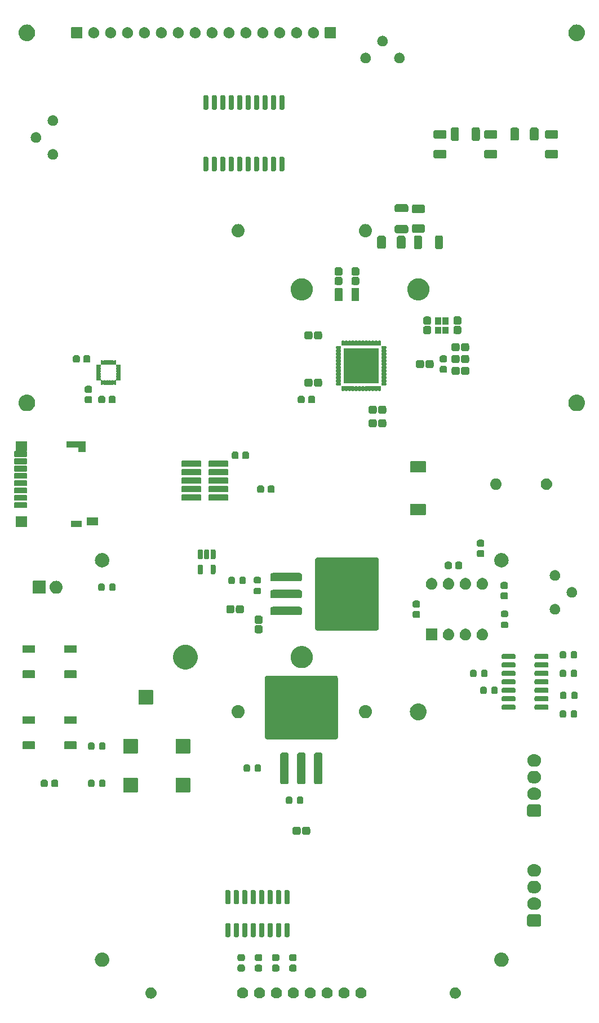
<source format=gbr>
%TF.GenerationSoftware,KiCad,Pcbnew,8.0.0*%
%TF.CreationDate,2024-03-04T15:47:03-08:00*%
%TF.ProjectId,ee110_alpha_board,65653131-305f-4616-9c70-68615f626f61,0.1*%
%TF.SameCoordinates,Original*%
%TF.FileFunction,Soldermask,Top*%
%TF.FilePolarity,Negative*%
%FSLAX46Y46*%
G04 Gerber Fmt 4.6, Leading zero omitted, Abs format (unit mm)*
G04 Created by KiCad (PCBNEW 8.0.0) date 2024-03-04 15:47:03*
%MOMM*%
%LPD*%
G01*
G04 APERTURE LIST*
G04 APERTURE END LIST*
G36*
X64014192Y-179793210D02*
G01*
X64175000Y-179864807D01*
X64317408Y-179968272D01*
X64435192Y-180099085D01*
X64523205Y-180251528D01*
X64577600Y-180418938D01*
X64596000Y-180594000D01*
X64577600Y-180769062D01*
X64523205Y-180936472D01*
X64435192Y-181088915D01*
X64317408Y-181219728D01*
X64175000Y-181323193D01*
X64014192Y-181394790D01*
X63842013Y-181431387D01*
X63665987Y-181431387D01*
X63493808Y-181394790D01*
X63333000Y-181323193D01*
X63190592Y-181219728D01*
X63072808Y-181088915D01*
X62984795Y-180936472D01*
X62930400Y-180769062D01*
X62912000Y-180594000D01*
X62930400Y-180418938D01*
X62984795Y-180251528D01*
X63072808Y-180099085D01*
X63190592Y-179968272D01*
X63333000Y-179864807D01*
X63493808Y-179793210D01*
X63665987Y-179756613D01*
X63842013Y-179756613D01*
X64014192Y-179793210D01*
G37*
G36*
X109734192Y-179793210D02*
G01*
X109895000Y-179864807D01*
X110037408Y-179968272D01*
X110155192Y-180099085D01*
X110243205Y-180251528D01*
X110297600Y-180418938D01*
X110316000Y-180594000D01*
X110297600Y-180769062D01*
X110243205Y-180936472D01*
X110155192Y-181088915D01*
X110037408Y-181219728D01*
X109895000Y-181323193D01*
X109734192Y-181394790D01*
X109562013Y-181431387D01*
X109385987Y-181431387D01*
X109213808Y-181394790D01*
X109053000Y-181323193D01*
X108910592Y-181219728D01*
X108792808Y-181088915D01*
X108704795Y-180936472D01*
X108650400Y-180769062D01*
X108632000Y-180594000D01*
X108650400Y-180418938D01*
X108704795Y-180251528D01*
X108792808Y-180099085D01*
X108910592Y-179968272D01*
X109053000Y-179864807D01*
X109213808Y-179793210D01*
X109385987Y-179756613D01*
X109562013Y-179756613D01*
X109734192Y-179793210D01*
G37*
G36*
X77790192Y-179769210D02*
G01*
X77951000Y-179840807D01*
X78093408Y-179944272D01*
X78211192Y-180075085D01*
X78299205Y-180227528D01*
X78353600Y-180394938D01*
X78372000Y-180570000D01*
X78353600Y-180745062D01*
X78299205Y-180912472D01*
X78211192Y-181064915D01*
X78093408Y-181195728D01*
X77951000Y-181299193D01*
X77790192Y-181370790D01*
X77618013Y-181407387D01*
X77441987Y-181407387D01*
X77269808Y-181370790D01*
X77109000Y-181299193D01*
X76966592Y-181195728D01*
X76848808Y-181064915D01*
X76760795Y-180912472D01*
X76706400Y-180745062D01*
X76688000Y-180570000D01*
X76706400Y-180394938D01*
X76760795Y-180227528D01*
X76848808Y-180075085D01*
X76966592Y-179944272D01*
X77109000Y-179840807D01*
X77269808Y-179769210D01*
X77441987Y-179732613D01*
X77618013Y-179732613D01*
X77790192Y-179769210D01*
G37*
G36*
X80330192Y-179769210D02*
G01*
X80491000Y-179840807D01*
X80633408Y-179944272D01*
X80751192Y-180075085D01*
X80839205Y-180227528D01*
X80893600Y-180394938D01*
X80912000Y-180570000D01*
X80893600Y-180745062D01*
X80839205Y-180912472D01*
X80751192Y-181064915D01*
X80633408Y-181195728D01*
X80491000Y-181299193D01*
X80330192Y-181370790D01*
X80158013Y-181407387D01*
X79981987Y-181407387D01*
X79809808Y-181370790D01*
X79649000Y-181299193D01*
X79506592Y-181195728D01*
X79388808Y-181064915D01*
X79300795Y-180912472D01*
X79246400Y-180745062D01*
X79228000Y-180570000D01*
X79246400Y-180394938D01*
X79300795Y-180227528D01*
X79388808Y-180075085D01*
X79506592Y-179944272D01*
X79649000Y-179840807D01*
X79809808Y-179769210D01*
X79981987Y-179732613D01*
X80158013Y-179732613D01*
X80330192Y-179769210D01*
G37*
G36*
X82870192Y-179769210D02*
G01*
X83031000Y-179840807D01*
X83173408Y-179944272D01*
X83291192Y-180075085D01*
X83379205Y-180227528D01*
X83433600Y-180394938D01*
X83452000Y-180570000D01*
X83433600Y-180745062D01*
X83379205Y-180912472D01*
X83291192Y-181064915D01*
X83173408Y-181195728D01*
X83031000Y-181299193D01*
X82870192Y-181370790D01*
X82698013Y-181407387D01*
X82521987Y-181407387D01*
X82349808Y-181370790D01*
X82189000Y-181299193D01*
X82046592Y-181195728D01*
X81928808Y-181064915D01*
X81840795Y-180912472D01*
X81786400Y-180745062D01*
X81768000Y-180570000D01*
X81786400Y-180394938D01*
X81840795Y-180227528D01*
X81928808Y-180075085D01*
X82046592Y-179944272D01*
X82189000Y-179840807D01*
X82349808Y-179769210D01*
X82521987Y-179732613D01*
X82698013Y-179732613D01*
X82870192Y-179769210D01*
G37*
G36*
X85410192Y-179769210D02*
G01*
X85571000Y-179840807D01*
X85713408Y-179944272D01*
X85831192Y-180075085D01*
X85919205Y-180227528D01*
X85973600Y-180394938D01*
X85992000Y-180570000D01*
X85973600Y-180745062D01*
X85919205Y-180912472D01*
X85831192Y-181064915D01*
X85713408Y-181195728D01*
X85571000Y-181299193D01*
X85410192Y-181370790D01*
X85238013Y-181407387D01*
X85061987Y-181407387D01*
X84889808Y-181370790D01*
X84729000Y-181299193D01*
X84586592Y-181195728D01*
X84468808Y-181064915D01*
X84380795Y-180912472D01*
X84326400Y-180745062D01*
X84308000Y-180570000D01*
X84326400Y-180394938D01*
X84380795Y-180227528D01*
X84468808Y-180075085D01*
X84586592Y-179944272D01*
X84729000Y-179840807D01*
X84889808Y-179769210D01*
X85061987Y-179732613D01*
X85238013Y-179732613D01*
X85410192Y-179769210D01*
G37*
G36*
X87950192Y-179769210D02*
G01*
X88111000Y-179840807D01*
X88253408Y-179944272D01*
X88371192Y-180075085D01*
X88459205Y-180227528D01*
X88513600Y-180394938D01*
X88532000Y-180570000D01*
X88513600Y-180745062D01*
X88459205Y-180912472D01*
X88371192Y-181064915D01*
X88253408Y-181195728D01*
X88111000Y-181299193D01*
X87950192Y-181370790D01*
X87778013Y-181407387D01*
X87601987Y-181407387D01*
X87429808Y-181370790D01*
X87269000Y-181299193D01*
X87126592Y-181195728D01*
X87008808Y-181064915D01*
X86920795Y-180912472D01*
X86866400Y-180745062D01*
X86848000Y-180570000D01*
X86866400Y-180394938D01*
X86920795Y-180227528D01*
X87008808Y-180075085D01*
X87126592Y-179944272D01*
X87269000Y-179840807D01*
X87429808Y-179769210D01*
X87601987Y-179732613D01*
X87778013Y-179732613D01*
X87950192Y-179769210D01*
G37*
G36*
X90490192Y-179769210D02*
G01*
X90651000Y-179840807D01*
X90793408Y-179944272D01*
X90911192Y-180075085D01*
X90999205Y-180227528D01*
X91053600Y-180394938D01*
X91072000Y-180570000D01*
X91053600Y-180745062D01*
X90999205Y-180912472D01*
X90911192Y-181064915D01*
X90793408Y-181195728D01*
X90651000Y-181299193D01*
X90490192Y-181370790D01*
X90318013Y-181407387D01*
X90141987Y-181407387D01*
X89969808Y-181370790D01*
X89809000Y-181299193D01*
X89666592Y-181195728D01*
X89548808Y-181064915D01*
X89460795Y-180912472D01*
X89406400Y-180745062D01*
X89388000Y-180570000D01*
X89406400Y-180394938D01*
X89460795Y-180227528D01*
X89548808Y-180075085D01*
X89666592Y-179944272D01*
X89809000Y-179840807D01*
X89969808Y-179769210D01*
X90141987Y-179732613D01*
X90318013Y-179732613D01*
X90490192Y-179769210D01*
G37*
G36*
X93030192Y-179769210D02*
G01*
X93191000Y-179840807D01*
X93333408Y-179944272D01*
X93451192Y-180075085D01*
X93539205Y-180227528D01*
X93593600Y-180394938D01*
X93612000Y-180570000D01*
X93593600Y-180745062D01*
X93539205Y-180912472D01*
X93451192Y-181064915D01*
X93333408Y-181195728D01*
X93191000Y-181299193D01*
X93030192Y-181370790D01*
X92858013Y-181407387D01*
X92681987Y-181407387D01*
X92509808Y-181370790D01*
X92349000Y-181299193D01*
X92206592Y-181195728D01*
X92088808Y-181064915D01*
X92000795Y-180912472D01*
X91946400Y-180745062D01*
X91928000Y-180570000D01*
X91946400Y-180394938D01*
X92000795Y-180227528D01*
X92088808Y-180075085D01*
X92206592Y-179944272D01*
X92349000Y-179840807D01*
X92509808Y-179769210D01*
X92681987Y-179732613D01*
X92858013Y-179732613D01*
X93030192Y-179769210D01*
G37*
G36*
X95570192Y-179769210D02*
G01*
X95731000Y-179840807D01*
X95873408Y-179944272D01*
X95991192Y-180075085D01*
X96079205Y-180227528D01*
X96133600Y-180394938D01*
X96152000Y-180570000D01*
X96133600Y-180745062D01*
X96079205Y-180912472D01*
X95991192Y-181064915D01*
X95873408Y-181195728D01*
X95731000Y-181299193D01*
X95570192Y-181370790D01*
X95398013Y-181407387D01*
X95221987Y-181407387D01*
X95049808Y-181370790D01*
X94889000Y-181299193D01*
X94746592Y-181195728D01*
X94628808Y-181064915D01*
X94540795Y-180912472D01*
X94486400Y-180745062D01*
X94468000Y-180570000D01*
X94486400Y-180394938D01*
X94540795Y-180227528D01*
X94628808Y-180075085D01*
X94746592Y-179944272D01*
X94889000Y-179840807D01*
X95049808Y-179769210D01*
X95221987Y-179732613D01*
X95398013Y-179732613D01*
X95570192Y-179769210D01*
G37*
G36*
X77644649Y-176325435D02*
G01*
X77653830Y-176329489D01*
X77660618Y-176330478D01*
X77703050Y-176351221D01*
X77745085Y-176369782D01*
X77748976Y-176373673D01*
X77749325Y-176373844D01*
X77818655Y-176443174D01*
X77818825Y-176443522D01*
X77822718Y-176447415D01*
X77841285Y-176489465D01*
X77862021Y-176531882D01*
X77863009Y-176538665D01*
X77867065Y-176547851D01*
X77875000Y-176616250D01*
X77875000Y-177053750D01*
X77867065Y-177122149D01*
X77863009Y-177131334D01*
X77862021Y-177138118D01*
X77841287Y-177180529D01*
X77822718Y-177222585D01*
X77818824Y-177226478D01*
X77818655Y-177226825D01*
X77749325Y-177296155D01*
X77748978Y-177296324D01*
X77745085Y-177300218D01*
X77703023Y-177318789D01*
X77660617Y-177339521D01*
X77653834Y-177340509D01*
X77644649Y-177344565D01*
X77576250Y-177352500D01*
X77063750Y-177352500D01*
X76995351Y-177344565D01*
X76986166Y-177340509D01*
X76979381Y-177339521D01*
X76936960Y-177318782D01*
X76894915Y-177300218D01*
X76891022Y-177296325D01*
X76890674Y-177296155D01*
X76821344Y-177226825D01*
X76821173Y-177226476D01*
X76817282Y-177222585D01*
X76798719Y-177180545D01*
X76777978Y-177138117D01*
X76776989Y-177131331D01*
X76772935Y-177122149D01*
X76765000Y-177053750D01*
X76765000Y-176616250D01*
X76772935Y-176547851D01*
X76776988Y-176538669D01*
X76777978Y-176531881D01*
X76798726Y-176489439D01*
X76817282Y-176447415D01*
X76821172Y-176443524D01*
X76821344Y-176443174D01*
X76890674Y-176373844D01*
X76891024Y-176373672D01*
X76894915Y-176369782D01*
X76936944Y-176351224D01*
X76979382Y-176330478D01*
X76986169Y-176329489D01*
X76995351Y-176325435D01*
X77063750Y-176317500D01*
X77576250Y-176317500D01*
X77644649Y-176325435D01*
G37*
G36*
X80234649Y-176325435D02*
G01*
X80243830Y-176329489D01*
X80250618Y-176330478D01*
X80293050Y-176351221D01*
X80335085Y-176369782D01*
X80338976Y-176373673D01*
X80339325Y-176373844D01*
X80408655Y-176443174D01*
X80408825Y-176443522D01*
X80412718Y-176447415D01*
X80431285Y-176489465D01*
X80452021Y-176531882D01*
X80453009Y-176538665D01*
X80457065Y-176547851D01*
X80465000Y-176616250D01*
X80465000Y-177053750D01*
X80457065Y-177122149D01*
X80453009Y-177131334D01*
X80452021Y-177138118D01*
X80431287Y-177180529D01*
X80412718Y-177222585D01*
X80408824Y-177226478D01*
X80408655Y-177226825D01*
X80339325Y-177296155D01*
X80338978Y-177296324D01*
X80335085Y-177300218D01*
X80293023Y-177318789D01*
X80250617Y-177339521D01*
X80243834Y-177340509D01*
X80234649Y-177344565D01*
X80166250Y-177352500D01*
X79653750Y-177352500D01*
X79585351Y-177344565D01*
X79576166Y-177340509D01*
X79569381Y-177339521D01*
X79526960Y-177318782D01*
X79484915Y-177300218D01*
X79481022Y-177296325D01*
X79480674Y-177296155D01*
X79411344Y-177226825D01*
X79411173Y-177226476D01*
X79407282Y-177222585D01*
X79388719Y-177180545D01*
X79367978Y-177138117D01*
X79366989Y-177131331D01*
X79362935Y-177122149D01*
X79355000Y-177053750D01*
X79355000Y-176616250D01*
X79362935Y-176547851D01*
X79366988Y-176538669D01*
X79367978Y-176531881D01*
X79388726Y-176489439D01*
X79407282Y-176447415D01*
X79411172Y-176443524D01*
X79411344Y-176443174D01*
X79480674Y-176373844D01*
X79481024Y-176373672D01*
X79484915Y-176369782D01*
X79526944Y-176351224D01*
X79569382Y-176330478D01*
X79576169Y-176329489D01*
X79585351Y-176325435D01*
X79653750Y-176317500D01*
X80166250Y-176317500D01*
X80234649Y-176325435D01*
G37*
G36*
X82824649Y-176325435D02*
G01*
X82833830Y-176329489D01*
X82840618Y-176330478D01*
X82883050Y-176351221D01*
X82925085Y-176369782D01*
X82928976Y-176373673D01*
X82929325Y-176373844D01*
X82998655Y-176443174D01*
X82998825Y-176443522D01*
X83002718Y-176447415D01*
X83021285Y-176489465D01*
X83042021Y-176531882D01*
X83043009Y-176538665D01*
X83047065Y-176547851D01*
X83055000Y-176616250D01*
X83055000Y-177053750D01*
X83047065Y-177122149D01*
X83043009Y-177131334D01*
X83042021Y-177138118D01*
X83021287Y-177180529D01*
X83002718Y-177222585D01*
X82998824Y-177226478D01*
X82998655Y-177226825D01*
X82929325Y-177296155D01*
X82928978Y-177296324D01*
X82925085Y-177300218D01*
X82883023Y-177318789D01*
X82840617Y-177339521D01*
X82833834Y-177340509D01*
X82824649Y-177344565D01*
X82756250Y-177352500D01*
X82243750Y-177352500D01*
X82175351Y-177344565D01*
X82166166Y-177340509D01*
X82159381Y-177339521D01*
X82116960Y-177318782D01*
X82074915Y-177300218D01*
X82071022Y-177296325D01*
X82070674Y-177296155D01*
X82001344Y-177226825D01*
X82001173Y-177226476D01*
X81997282Y-177222585D01*
X81978719Y-177180545D01*
X81957978Y-177138117D01*
X81956989Y-177131331D01*
X81952935Y-177122149D01*
X81945000Y-177053750D01*
X81945000Y-176616250D01*
X81952935Y-176547851D01*
X81956988Y-176538669D01*
X81957978Y-176531881D01*
X81978726Y-176489439D01*
X81997282Y-176447415D01*
X82001172Y-176443524D01*
X82001344Y-176443174D01*
X82070674Y-176373844D01*
X82071024Y-176373672D01*
X82074915Y-176369782D01*
X82116944Y-176351224D01*
X82159382Y-176330478D01*
X82166169Y-176329489D01*
X82175351Y-176325435D01*
X82243750Y-176317500D01*
X82756250Y-176317500D01*
X82824649Y-176325435D01*
G37*
G36*
X85414649Y-176325435D02*
G01*
X85423830Y-176329489D01*
X85430618Y-176330478D01*
X85473050Y-176351221D01*
X85515085Y-176369782D01*
X85518976Y-176373673D01*
X85519325Y-176373844D01*
X85588655Y-176443174D01*
X85588825Y-176443522D01*
X85592718Y-176447415D01*
X85611285Y-176489465D01*
X85632021Y-176531882D01*
X85633009Y-176538665D01*
X85637065Y-176547851D01*
X85645000Y-176616250D01*
X85645000Y-177053750D01*
X85637065Y-177122149D01*
X85633009Y-177131334D01*
X85632021Y-177138118D01*
X85611287Y-177180529D01*
X85592718Y-177222585D01*
X85588824Y-177226478D01*
X85588655Y-177226825D01*
X85519325Y-177296155D01*
X85518978Y-177296324D01*
X85515085Y-177300218D01*
X85473023Y-177318789D01*
X85430617Y-177339521D01*
X85423834Y-177340509D01*
X85414649Y-177344565D01*
X85346250Y-177352500D01*
X84833750Y-177352500D01*
X84765351Y-177344565D01*
X84756166Y-177340509D01*
X84749381Y-177339521D01*
X84706960Y-177318782D01*
X84664915Y-177300218D01*
X84661022Y-177296325D01*
X84660674Y-177296155D01*
X84591344Y-177226825D01*
X84591173Y-177226476D01*
X84587282Y-177222585D01*
X84568719Y-177180545D01*
X84547978Y-177138117D01*
X84546989Y-177131331D01*
X84542935Y-177122149D01*
X84535000Y-177053750D01*
X84535000Y-176616250D01*
X84542935Y-176547851D01*
X84546988Y-176538669D01*
X84547978Y-176531881D01*
X84568726Y-176489439D01*
X84587282Y-176447415D01*
X84591172Y-176443524D01*
X84591344Y-176443174D01*
X84660674Y-176373844D01*
X84661024Y-176373672D01*
X84664915Y-176369782D01*
X84706944Y-176351224D01*
X84749382Y-176330478D01*
X84756169Y-176329489D01*
X84765351Y-176325435D01*
X84833750Y-176317500D01*
X85346250Y-176317500D01*
X85414649Y-176325435D01*
G37*
G36*
X56469588Y-174494884D02*
G01*
X56519625Y-174494884D01*
X56575346Y-174505300D01*
X56630698Y-174510752D01*
X56672752Y-174523509D01*
X56715478Y-174531496D01*
X56774651Y-174554419D01*
X56833298Y-174572210D01*
X56866806Y-174590120D01*
X56901273Y-174603473D01*
X56961164Y-174640556D01*
X57020016Y-174672013D01*
X57044741Y-174692304D01*
X57070675Y-174708362D01*
X57128138Y-174760746D01*
X57183675Y-174806325D01*
X57200133Y-174826379D01*
X57217924Y-174842598D01*
X57269570Y-174910988D01*
X57317987Y-174969984D01*
X57327349Y-174987499D01*
X57337996Y-175001598D01*
X57380355Y-175086667D01*
X57417790Y-175156702D01*
X57421782Y-175169863D01*
X57426810Y-175179960D01*
X57456503Y-175284322D01*
X57479248Y-175359302D01*
X57479995Y-175366890D01*
X57481336Y-175371602D01*
X57495282Y-175522098D01*
X57500000Y-175570000D01*
X57495281Y-175617905D01*
X57481336Y-175768397D01*
X57479995Y-175773108D01*
X57479248Y-175780698D01*
X57456498Y-175855692D01*
X57426810Y-175960039D01*
X57421783Y-175970134D01*
X57417790Y-175983298D01*
X57380348Y-176053346D01*
X57337996Y-176138401D01*
X57327351Y-176152497D01*
X57317987Y-176170016D01*
X57269560Y-176229023D01*
X57217924Y-176297401D01*
X57200136Y-176313616D01*
X57183675Y-176333675D01*
X57128127Y-176379262D01*
X57070675Y-176431637D01*
X57044746Y-176447691D01*
X57020016Y-176467987D01*
X56961152Y-176499450D01*
X56901273Y-176536526D01*
X56866813Y-176549875D01*
X56833298Y-176567790D01*
X56774639Y-176585583D01*
X56715478Y-176608503D01*
X56672759Y-176616488D01*
X56630698Y-176629248D01*
X56575343Y-176634700D01*
X56519625Y-176645116D01*
X56469588Y-176645116D01*
X56420000Y-176650000D01*
X56370412Y-176645116D01*
X56320375Y-176645116D01*
X56264656Y-176634699D01*
X56209302Y-176629248D01*
X56167242Y-176616489D01*
X56124521Y-176608503D01*
X56065356Y-176585582D01*
X56006702Y-176567790D01*
X55973189Y-176549877D01*
X55938726Y-176536526D01*
X55878839Y-176499446D01*
X55819984Y-176467987D01*
X55795256Y-176447693D01*
X55769324Y-176431637D01*
X55711862Y-176379253D01*
X55656325Y-176333675D01*
X55639866Y-176313619D01*
X55622075Y-176297401D01*
X55570426Y-176229007D01*
X55522013Y-176170016D01*
X55512651Y-176152501D01*
X55502003Y-176138401D01*
X55459637Y-176053319D01*
X55422210Y-175983298D01*
X55418218Y-175970139D01*
X55413189Y-175960039D01*
X55383485Y-175855639D01*
X55360752Y-175780698D01*
X55360005Y-175773113D01*
X55358663Y-175768397D01*
X55344701Y-175617733D01*
X55340000Y-175570000D01*
X55344701Y-175522269D01*
X55358663Y-175371602D01*
X55360005Y-175366884D01*
X55360752Y-175359302D01*
X55383480Y-175284375D01*
X55413189Y-175179960D01*
X55418219Y-175169858D01*
X55422210Y-175156702D01*
X55459629Y-175086694D01*
X55502003Y-175001598D01*
X55512653Y-174987494D01*
X55522013Y-174969984D01*
X55570417Y-174911003D01*
X55622075Y-174842598D01*
X55639869Y-174826376D01*
X55656325Y-174806325D01*
X55711851Y-174760755D01*
X55769324Y-174708362D01*
X55795261Y-174692301D01*
X55819984Y-174672013D01*
X55878827Y-174640560D01*
X55938726Y-174603473D01*
X55973196Y-174590119D01*
X56006702Y-174572210D01*
X56065344Y-174554421D01*
X56124521Y-174531496D01*
X56167248Y-174523508D01*
X56209302Y-174510752D01*
X56264653Y-174505300D01*
X56320375Y-174494884D01*
X56370412Y-174494884D01*
X56420000Y-174490000D01*
X56469588Y-174494884D01*
G37*
G36*
X116469588Y-174494884D02*
G01*
X116519625Y-174494884D01*
X116575346Y-174505300D01*
X116630698Y-174510752D01*
X116672752Y-174523509D01*
X116715478Y-174531496D01*
X116774651Y-174554419D01*
X116833298Y-174572210D01*
X116866806Y-174590120D01*
X116901273Y-174603473D01*
X116961164Y-174640556D01*
X117020016Y-174672013D01*
X117044741Y-174692304D01*
X117070675Y-174708362D01*
X117128138Y-174760746D01*
X117183675Y-174806325D01*
X117200133Y-174826379D01*
X117217924Y-174842598D01*
X117269570Y-174910988D01*
X117317987Y-174969984D01*
X117327349Y-174987499D01*
X117337996Y-175001598D01*
X117380355Y-175086667D01*
X117417790Y-175156702D01*
X117421782Y-175169863D01*
X117426810Y-175179960D01*
X117456503Y-175284322D01*
X117479248Y-175359302D01*
X117479995Y-175366890D01*
X117481336Y-175371602D01*
X117495282Y-175522098D01*
X117500000Y-175570000D01*
X117495281Y-175617905D01*
X117481336Y-175768397D01*
X117479995Y-175773108D01*
X117479248Y-175780698D01*
X117456498Y-175855692D01*
X117426810Y-175960039D01*
X117421783Y-175970134D01*
X117417790Y-175983298D01*
X117380348Y-176053346D01*
X117337996Y-176138401D01*
X117327351Y-176152497D01*
X117317987Y-176170016D01*
X117269560Y-176229023D01*
X117217924Y-176297401D01*
X117200136Y-176313616D01*
X117183675Y-176333675D01*
X117128127Y-176379262D01*
X117070675Y-176431637D01*
X117044746Y-176447691D01*
X117020016Y-176467987D01*
X116961152Y-176499450D01*
X116901273Y-176536526D01*
X116866813Y-176549875D01*
X116833298Y-176567790D01*
X116774639Y-176585583D01*
X116715478Y-176608503D01*
X116672759Y-176616488D01*
X116630698Y-176629248D01*
X116575343Y-176634700D01*
X116519625Y-176645116D01*
X116469588Y-176645116D01*
X116420000Y-176650000D01*
X116370412Y-176645116D01*
X116320375Y-176645116D01*
X116264656Y-176634699D01*
X116209302Y-176629248D01*
X116167242Y-176616489D01*
X116124521Y-176608503D01*
X116065356Y-176585582D01*
X116006702Y-176567790D01*
X115973189Y-176549877D01*
X115938726Y-176536526D01*
X115878839Y-176499446D01*
X115819984Y-176467987D01*
X115795256Y-176447693D01*
X115769324Y-176431637D01*
X115711862Y-176379253D01*
X115656325Y-176333675D01*
X115639866Y-176313619D01*
X115622075Y-176297401D01*
X115570426Y-176229007D01*
X115522013Y-176170016D01*
X115512651Y-176152501D01*
X115502003Y-176138401D01*
X115459637Y-176053319D01*
X115422210Y-175983298D01*
X115418218Y-175970139D01*
X115413189Y-175960039D01*
X115383485Y-175855639D01*
X115360752Y-175780698D01*
X115360005Y-175773113D01*
X115358663Y-175768397D01*
X115344701Y-175617733D01*
X115340000Y-175570000D01*
X115344701Y-175522269D01*
X115358663Y-175371602D01*
X115360005Y-175366884D01*
X115360752Y-175359302D01*
X115383480Y-175284375D01*
X115413189Y-175179960D01*
X115418219Y-175169858D01*
X115422210Y-175156702D01*
X115459629Y-175086694D01*
X115502003Y-175001598D01*
X115512653Y-174987494D01*
X115522013Y-174969984D01*
X115570417Y-174911003D01*
X115622075Y-174842598D01*
X115639869Y-174826376D01*
X115656325Y-174806325D01*
X115711851Y-174760755D01*
X115769324Y-174708362D01*
X115795261Y-174692301D01*
X115819984Y-174672013D01*
X115878827Y-174640560D01*
X115938726Y-174603473D01*
X115973196Y-174590119D01*
X116006702Y-174572210D01*
X116065344Y-174554421D01*
X116124521Y-174531496D01*
X116167248Y-174523508D01*
X116209302Y-174510752D01*
X116264653Y-174505300D01*
X116320375Y-174494884D01*
X116370412Y-174494884D01*
X116420000Y-174490000D01*
X116469588Y-174494884D01*
G37*
G36*
X77644649Y-174750435D02*
G01*
X77653830Y-174754489D01*
X77660618Y-174755478D01*
X77703050Y-174776221D01*
X77745085Y-174794782D01*
X77748976Y-174798673D01*
X77749325Y-174798844D01*
X77818655Y-174868174D01*
X77818825Y-174868522D01*
X77822718Y-174872415D01*
X77841285Y-174914465D01*
X77862021Y-174956882D01*
X77863009Y-174963665D01*
X77867065Y-174972851D01*
X77875000Y-175041250D01*
X77875000Y-175478750D01*
X77867065Y-175547149D01*
X77863009Y-175556334D01*
X77862021Y-175563118D01*
X77841287Y-175605529D01*
X77822718Y-175647585D01*
X77818824Y-175651478D01*
X77818655Y-175651825D01*
X77749325Y-175721155D01*
X77748978Y-175721324D01*
X77745085Y-175725218D01*
X77703023Y-175743789D01*
X77660617Y-175764521D01*
X77653834Y-175765509D01*
X77644649Y-175769565D01*
X77576250Y-175777500D01*
X77063750Y-175777500D01*
X76995351Y-175769565D01*
X76986166Y-175765509D01*
X76979381Y-175764521D01*
X76936960Y-175743782D01*
X76894915Y-175725218D01*
X76891022Y-175721325D01*
X76890674Y-175721155D01*
X76821344Y-175651825D01*
X76821173Y-175651476D01*
X76817282Y-175647585D01*
X76798719Y-175605545D01*
X76777978Y-175563117D01*
X76776989Y-175556331D01*
X76772935Y-175547149D01*
X76765000Y-175478750D01*
X76765000Y-175041250D01*
X76772935Y-174972851D01*
X76776988Y-174963669D01*
X76777978Y-174956881D01*
X76798726Y-174914439D01*
X76817282Y-174872415D01*
X76821172Y-174868524D01*
X76821344Y-174868174D01*
X76890674Y-174798844D01*
X76891024Y-174798672D01*
X76894915Y-174794782D01*
X76936944Y-174776224D01*
X76979382Y-174755478D01*
X76986169Y-174754489D01*
X76995351Y-174750435D01*
X77063750Y-174742500D01*
X77576250Y-174742500D01*
X77644649Y-174750435D01*
G37*
G36*
X80234649Y-174750435D02*
G01*
X80243830Y-174754489D01*
X80250618Y-174755478D01*
X80293050Y-174776221D01*
X80335085Y-174794782D01*
X80338976Y-174798673D01*
X80339325Y-174798844D01*
X80408655Y-174868174D01*
X80408825Y-174868522D01*
X80412718Y-174872415D01*
X80431285Y-174914465D01*
X80452021Y-174956882D01*
X80453009Y-174963665D01*
X80457065Y-174972851D01*
X80465000Y-175041250D01*
X80465000Y-175478750D01*
X80457065Y-175547149D01*
X80453009Y-175556334D01*
X80452021Y-175563118D01*
X80431287Y-175605529D01*
X80412718Y-175647585D01*
X80408824Y-175651478D01*
X80408655Y-175651825D01*
X80339325Y-175721155D01*
X80338978Y-175721324D01*
X80335085Y-175725218D01*
X80293023Y-175743789D01*
X80250617Y-175764521D01*
X80243834Y-175765509D01*
X80234649Y-175769565D01*
X80166250Y-175777500D01*
X79653750Y-175777500D01*
X79585351Y-175769565D01*
X79576166Y-175765509D01*
X79569381Y-175764521D01*
X79526960Y-175743782D01*
X79484915Y-175725218D01*
X79481022Y-175721325D01*
X79480674Y-175721155D01*
X79411344Y-175651825D01*
X79411173Y-175651476D01*
X79407282Y-175647585D01*
X79388719Y-175605545D01*
X79367978Y-175563117D01*
X79366989Y-175556331D01*
X79362935Y-175547149D01*
X79355000Y-175478750D01*
X79355000Y-175041250D01*
X79362935Y-174972851D01*
X79366988Y-174963669D01*
X79367978Y-174956881D01*
X79388726Y-174914439D01*
X79407282Y-174872415D01*
X79411172Y-174868524D01*
X79411344Y-174868174D01*
X79480674Y-174798844D01*
X79481024Y-174798672D01*
X79484915Y-174794782D01*
X79526944Y-174776224D01*
X79569382Y-174755478D01*
X79576169Y-174754489D01*
X79585351Y-174750435D01*
X79653750Y-174742500D01*
X80166250Y-174742500D01*
X80234649Y-174750435D01*
G37*
G36*
X82824649Y-174750435D02*
G01*
X82833830Y-174754489D01*
X82840618Y-174755478D01*
X82883050Y-174776221D01*
X82925085Y-174794782D01*
X82928976Y-174798673D01*
X82929325Y-174798844D01*
X82998655Y-174868174D01*
X82998825Y-174868522D01*
X83002718Y-174872415D01*
X83021285Y-174914465D01*
X83042021Y-174956882D01*
X83043009Y-174963665D01*
X83047065Y-174972851D01*
X83055000Y-175041250D01*
X83055000Y-175478750D01*
X83047065Y-175547149D01*
X83043009Y-175556334D01*
X83042021Y-175563118D01*
X83021287Y-175605529D01*
X83002718Y-175647585D01*
X82998824Y-175651478D01*
X82998655Y-175651825D01*
X82929325Y-175721155D01*
X82928978Y-175721324D01*
X82925085Y-175725218D01*
X82883023Y-175743789D01*
X82840617Y-175764521D01*
X82833834Y-175765509D01*
X82824649Y-175769565D01*
X82756250Y-175777500D01*
X82243750Y-175777500D01*
X82175351Y-175769565D01*
X82166166Y-175765509D01*
X82159381Y-175764521D01*
X82116960Y-175743782D01*
X82074915Y-175725218D01*
X82071022Y-175721325D01*
X82070674Y-175721155D01*
X82001344Y-175651825D01*
X82001173Y-175651476D01*
X81997282Y-175647585D01*
X81978719Y-175605545D01*
X81957978Y-175563117D01*
X81956989Y-175556331D01*
X81952935Y-175547149D01*
X81945000Y-175478750D01*
X81945000Y-175041250D01*
X81952935Y-174972851D01*
X81956988Y-174963669D01*
X81957978Y-174956881D01*
X81978726Y-174914439D01*
X81997282Y-174872415D01*
X82001172Y-174868524D01*
X82001344Y-174868174D01*
X82070674Y-174798844D01*
X82071024Y-174798672D01*
X82074915Y-174794782D01*
X82116944Y-174776224D01*
X82159382Y-174755478D01*
X82166169Y-174754489D01*
X82175351Y-174750435D01*
X82243750Y-174742500D01*
X82756250Y-174742500D01*
X82824649Y-174750435D01*
G37*
G36*
X85414649Y-174750435D02*
G01*
X85423830Y-174754489D01*
X85430618Y-174755478D01*
X85473050Y-174776221D01*
X85515085Y-174794782D01*
X85518976Y-174798673D01*
X85519325Y-174798844D01*
X85588655Y-174868174D01*
X85588825Y-174868522D01*
X85592718Y-174872415D01*
X85611285Y-174914465D01*
X85632021Y-174956882D01*
X85633009Y-174963665D01*
X85637065Y-174972851D01*
X85645000Y-175041250D01*
X85645000Y-175478750D01*
X85637065Y-175547149D01*
X85633009Y-175556334D01*
X85632021Y-175563118D01*
X85611287Y-175605529D01*
X85592718Y-175647585D01*
X85588824Y-175651478D01*
X85588655Y-175651825D01*
X85519325Y-175721155D01*
X85518978Y-175721324D01*
X85515085Y-175725218D01*
X85473023Y-175743789D01*
X85430617Y-175764521D01*
X85423834Y-175765509D01*
X85414649Y-175769565D01*
X85346250Y-175777500D01*
X84833750Y-175777500D01*
X84765351Y-175769565D01*
X84756166Y-175765509D01*
X84749381Y-175764521D01*
X84706960Y-175743782D01*
X84664915Y-175725218D01*
X84661022Y-175721325D01*
X84660674Y-175721155D01*
X84591344Y-175651825D01*
X84591173Y-175651476D01*
X84587282Y-175647585D01*
X84568719Y-175605545D01*
X84547978Y-175563117D01*
X84546989Y-175556331D01*
X84542935Y-175547149D01*
X84535000Y-175478750D01*
X84535000Y-175041250D01*
X84542935Y-174972851D01*
X84546988Y-174963669D01*
X84547978Y-174956881D01*
X84568726Y-174914439D01*
X84587282Y-174872415D01*
X84591172Y-174868524D01*
X84591344Y-174868174D01*
X84660674Y-174798844D01*
X84661024Y-174798672D01*
X84664915Y-174794782D01*
X84706944Y-174776224D01*
X84749382Y-174755478D01*
X84756169Y-174754489D01*
X84765351Y-174750435D01*
X84833750Y-174742500D01*
X85346250Y-174742500D01*
X85414649Y-174750435D01*
G37*
G36*
X75466259Y-170077046D02*
G01*
X75511281Y-170082269D01*
X75526665Y-170089061D01*
X75549017Y-170093508D01*
X75572948Y-170109498D01*
X75590346Y-170117180D01*
X75602226Y-170129060D01*
X75623635Y-170143365D01*
X75637939Y-170164773D01*
X75649819Y-170176653D01*
X75657500Y-170194048D01*
X75673492Y-170217983D01*
X75677938Y-170240337D01*
X75684730Y-170255718D01*
X75689951Y-170300729D01*
X75691000Y-170306000D01*
X75691000Y-171956000D01*
X75689951Y-171961271D01*
X75684730Y-172006281D01*
X75677938Y-172021661D01*
X75673492Y-172044017D01*
X75657498Y-172067953D01*
X75649819Y-172085346D01*
X75637941Y-172097223D01*
X75623635Y-172118635D01*
X75602223Y-172132941D01*
X75590346Y-172144819D01*
X75572953Y-172152498D01*
X75549017Y-172168492D01*
X75526661Y-172172938D01*
X75511281Y-172179730D01*
X75466271Y-172184951D01*
X75461000Y-172186000D01*
X75161000Y-172186000D01*
X75155729Y-172184951D01*
X75110718Y-172179730D01*
X75095337Y-172172938D01*
X75072983Y-172168492D01*
X75049048Y-172152500D01*
X75031653Y-172144819D01*
X75019773Y-172132939D01*
X74998365Y-172118635D01*
X74984060Y-172097226D01*
X74972180Y-172085346D01*
X74964498Y-172067948D01*
X74948508Y-172044017D01*
X74944061Y-172021665D01*
X74937269Y-172006281D01*
X74932046Y-171961259D01*
X74931000Y-171956000D01*
X74931000Y-170306000D01*
X74932045Y-170300741D01*
X74937269Y-170255718D01*
X74944062Y-170240332D01*
X74948508Y-170217983D01*
X74964496Y-170194053D01*
X74972180Y-170176653D01*
X74984062Y-170164770D01*
X74998365Y-170143365D01*
X75019770Y-170129062D01*
X75031653Y-170117180D01*
X75049053Y-170109496D01*
X75072983Y-170093508D01*
X75095332Y-170089062D01*
X75110718Y-170082269D01*
X75155741Y-170077045D01*
X75161000Y-170076000D01*
X75461000Y-170076000D01*
X75466259Y-170077046D01*
G37*
G36*
X76736259Y-170077046D02*
G01*
X76781281Y-170082269D01*
X76796665Y-170089061D01*
X76819017Y-170093508D01*
X76842948Y-170109498D01*
X76860346Y-170117180D01*
X76872226Y-170129060D01*
X76893635Y-170143365D01*
X76907939Y-170164773D01*
X76919819Y-170176653D01*
X76927500Y-170194048D01*
X76943492Y-170217983D01*
X76947938Y-170240337D01*
X76954730Y-170255718D01*
X76959951Y-170300729D01*
X76961000Y-170306000D01*
X76961000Y-171956000D01*
X76959951Y-171961271D01*
X76954730Y-172006281D01*
X76947938Y-172021661D01*
X76943492Y-172044017D01*
X76927498Y-172067953D01*
X76919819Y-172085346D01*
X76907941Y-172097223D01*
X76893635Y-172118635D01*
X76872223Y-172132941D01*
X76860346Y-172144819D01*
X76842953Y-172152498D01*
X76819017Y-172168492D01*
X76796661Y-172172938D01*
X76781281Y-172179730D01*
X76736271Y-172184951D01*
X76731000Y-172186000D01*
X76431000Y-172186000D01*
X76425729Y-172184951D01*
X76380718Y-172179730D01*
X76365337Y-172172938D01*
X76342983Y-172168492D01*
X76319048Y-172152500D01*
X76301653Y-172144819D01*
X76289773Y-172132939D01*
X76268365Y-172118635D01*
X76254060Y-172097226D01*
X76242180Y-172085346D01*
X76234498Y-172067948D01*
X76218508Y-172044017D01*
X76214061Y-172021665D01*
X76207269Y-172006281D01*
X76202046Y-171961259D01*
X76201000Y-171956000D01*
X76201000Y-170306000D01*
X76202045Y-170300741D01*
X76207269Y-170255718D01*
X76214062Y-170240332D01*
X76218508Y-170217983D01*
X76234496Y-170194053D01*
X76242180Y-170176653D01*
X76254062Y-170164770D01*
X76268365Y-170143365D01*
X76289770Y-170129062D01*
X76301653Y-170117180D01*
X76319053Y-170109496D01*
X76342983Y-170093508D01*
X76365332Y-170089062D01*
X76380718Y-170082269D01*
X76425741Y-170077045D01*
X76431000Y-170076000D01*
X76731000Y-170076000D01*
X76736259Y-170077046D01*
G37*
G36*
X78006259Y-170077046D02*
G01*
X78051281Y-170082269D01*
X78066665Y-170089061D01*
X78089017Y-170093508D01*
X78112948Y-170109498D01*
X78130346Y-170117180D01*
X78142226Y-170129060D01*
X78163635Y-170143365D01*
X78177939Y-170164773D01*
X78189819Y-170176653D01*
X78197500Y-170194048D01*
X78213492Y-170217983D01*
X78217938Y-170240337D01*
X78224730Y-170255718D01*
X78229951Y-170300729D01*
X78231000Y-170306000D01*
X78231000Y-171956000D01*
X78229951Y-171961271D01*
X78224730Y-172006281D01*
X78217938Y-172021661D01*
X78213492Y-172044017D01*
X78197498Y-172067953D01*
X78189819Y-172085346D01*
X78177941Y-172097223D01*
X78163635Y-172118635D01*
X78142223Y-172132941D01*
X78130346Y-172144819D01*
X78112953Y-172152498D01*
X78089017Y-172168492D01*
X78066661Y-172172938D01*
X78051281Y-172179730D01*
X78006271Y-172184951D01*
X78001000Y-172186000D01*
X77701000Y-172186000D01*
X77695729Y-172184951D01*
X77650718Y-172179730D01*
X77635337Y-172172938D01*
X77612983Y-172168492D01*
X77589048Y-172152500D01*
X77571653Y-172144819D01*
X77559773Y-172132939D01*
X77538365Y-172118635D01*
X77524060Y-172097226D01*
X77512180Y-172085346D01*
X77504498Y-172067948D01*
X77488508Y-172044017D01*
X77484061Y-172021665D01*
X77477269Y-172006281D01*
X77472046Y-171961259D01*
X77471000Y-171956000D01*
X77471000Y-170306000D01*
X77472045Y-170300741D01*
X77477269Y-170255718D01*
X77484062Y-170240332D01*
X77488508Y-170217983D01*
X77504496Y-170194053D01*
X77512180Y-170176653D01*
X77524062Y-170164770D01*
X77538365Y-170143365D01*
X77559770Y-170129062D01*
X77571653Y-170117180D01*
X77589053Y-170109496D01*
X77612983Y-170093508D01*
X77635332Y-170089062D01*
X77650718Y-170082269D01*
X77695741Y-170077045D01*
X77701000Y-170076000D01*
X78001000Y-170076000D01*
X78006259Y-170077046D01*
G37*
G36*
X79276259Y-170077046D02*
G01*
X79321281Y-170082269D01*
X79336665Y-170089061D01*
X79359017Y-170093508D01*
X79382948Y-170109498D01*
X79400346Y-170117180D01*
X79412226Y-170129060D01*
X79433635Y-170143365D01*
X79447939Y-170164773D01*
X79459819Y-170176653D01*
X79467500Y-170194048D01*
X79483492Y-170217983D01*
X79487938Y-170240337D01*
X79494730Y-170255718D01*
X79499951Y-170300729D01*
X79501000Y-170306000D01*
X79501000Y-171956000D01*
X79499951Y-171961271D01*
X79494730Y-172006281D01*
X79487938Y-172021661D01*
X79483492Y-172044017D01*
X79467498Y-172067953D01*
X79459819Y-172085346D01*
X79447941Y-172097223D01*
X79433635Y-172118635D01*
X79412223Y-172132941D01*
X79400346Y-172144819D01*
X79382953Y-172152498D01*
X79359017Y-172168492D01*
X79336661Y-172172938D01*
X79321281Y-172179730D01*
X79276271Y-172184951D01*
X79271000Y-172186000D01*
X78971000Y-172186000D01*
X78965729Y-172184951D01*
X78920718Y-172179730D01*
X78905337Y-172172938D01*
X78882983Y-172168492D01*
X78859048Y-172152500D01*
X78841653Y-172144819D01*
X78829773Y-172132939D01*
X78808365Y-172118635D01*
X78794060Y-172097226D01*
X78782180Y-172085346D01*
X78774498Y-172067948D01*
X78758508Y-172044017D01*
X78754061Y-172021665D01*
X78747269Y-172006281D01*
X78742046Y-171961259D01*
X78741000Y-171956000D01*
X78741000Y-170306000D01*
X78742045Y-170300741D01*
X78747269Y-170255718D01*
X78754062Y-170240332D01*
X78758508Y-170217983D01*
X78774496Y-170194053D01*
X78782180Y-170176653D01*
X78794062Y-170164770D01*
X78808365Y-170143365D01*
X78829770Y-170129062D01*
X78841653Y-170117180D01*
X78859053Y-170109496D01*
X78882983Y-170093508D01*
X78905332Y-170089062D01*
X78920718Y-170082269D01*
X78965741Y-170077045D01*
X78971000Y-170076000D01*
X79271000Y-170076000D01*
X79276259Y-170077046D01*
G37*
G36*
X80546259Y-170077046D02*
G01*
X80591281Y-170082269D01*
X80606665Y-170089061D01*
X80629017Y-170093508D01*
X80652948Y-170109498D01*
X80670346Y-170117180D01*
X80682226Y-170129060D01*
X80703635Y-170143365D01*
X80717939Y-170164773D01*
X80729819Y-170176653D01*
X80737500Y-170194048D01*
X80753492Y-170217983D01*
X80757938Y-170240337D01*
X80764730Y-170255718D01*
X80769951Y-170300729D01*
X80771000Y-170306000D01*
X80771000Y-171956000D01*
X80769951Y-171961271D01*
X80764730Y-172006281D01*
X80757938Y-172021661D01*
X80753492Y-172044017D01*
X80737498Y-172067953D01*
X80729819Y-172085346D01*
X80717941Y-172097223D01*
X80703635Y-172118635D01*
X80682223Y-172132941D01*
X80670346Y-172144819D01*
X80652953Y-172152498D01*
X80629017Y-172168492D01*
X80606661Y-172172938D01*
X80591281Y-172179730D01*
X80546271Y-172184951D01*
X80541000Y-172186000D01*
X80241000Y-172186000D01*
X80235729Y-172184951D01*
X80190718Y-172179730D01*
X80175337Y-172172938D01*
X80152983Y-172168492D01*
X80129048Y-172152500D01*
X80111653Y-172144819D01*
X80099773Y-172132939D01*
X80078365Y-172118635D01*
X80064060Y-172097226D01*
X80052180Y-172085346D01*
X80044498Y-172067948D01*
X80028508Y-172044017D01*
X80024061Y-172021665D01*
X80017269Y-172006281D01*
X80012046Y-171961259D01*
X80011000Y-171956000D01*
X80011000Y-170306000D01*
X80012045Y-170300741D01*
X80017269Y-170255718D01*
X80024062Y-170240332D01*
X80028508Y-170217983D01*
X80044496Y-170194053D01*
X80052180Y-170176653D01*
X80064062Y-170164770D01*
X80078365Y-170143365D01*
X80099770Y-170129062D01*
X80111653Y-170117180D01*
X80129053Y-170109496D01*
X80152983Y-170093508D01*
X80175332Y-170089062D01*
X80190718Y-170082269D01*
X80235741Y-170077045D01*
X80241000Y-170076000D01*
X80541000Y-170076000D01*
X80546259Y-170077046D01*
G37*
G36*
X81816259Y-170077046D02*
G01*
X81861281Y-170082269D01*
X81876665Y-170089061D01*
X81899017Y-170093508D01*
X81922948Y-170109498D01*
X81940346Y-170117180D01*
X81952226Y-170129060D01*
X81973635Y-170143365D01*
X81987939Y-170164773D01*
X81999819Y-170176653D01*
X82007500Y-170194048D01*
X82023492Y-170217983D01*
X82027938Y-170240337D01*
X82034730Y-170255718D01*
X82039951Y-170300729D01*
X82041000Y-170306000D01*
X82041000Y-171956000D01*
X82039951Y-171961271D01*
X82034730Y-172006281D01*
X82027938Y-172021661D01*
X82023492Y-172044017D01*
X82007498Y-172067953D01*
X81999819Y-172085346D01*
X81987941Y-172097223D01*
X81973635Y-172118635D01*
X81952223Y-172132941D01*
X81940346Y-172144819D01*
X81922953Y-172152498D01*
X81899017Y-172168492D01*
X81876661Y-172172938D01*
X81861281Y-172179730D01*
X81816271Y-172184951D01*
X81811000Y-172186000D01*
X81511000Y-172186000D01*
X81505729Y-172184951D01*
X81460718Y-172179730D01*
X81445337Y-172172938D01*
X81422983Y-172168492D01*
X81399048Y-172152500D01*
X81381653Y-172144819D01*
X81369773Y-172132939D01*
X81348365Y-172118635D01*
X81334060Y-172097226D01*
X81322180Y-172085346D01*
X81314498Y-172067948D01*
X81298508Y-172044017D01*
X81294061Y-172021665D01*
X81287269Y-172006281D01*
X81282046Y-171961259D01*
X81281000Y-171956000D01*
X81281000Y-170306000D01*
X81282045Y-170300741D01*
X81287269Y-170255718D01*
X81294062Y-170240332D01*
X81298508Y-170217983D01*
X81314496Y-170194053D01*
X81322180Y-170176653D01*
X81334062Y-170164770D01*
X81348365Y-170143365D01*
X81369770Y-170129062D01*
X81381653Y-170117180D01*
X81399053Y-170109496D01*
X81422983Y-170093508D01*
X81445332Y-170089062D01*
X81460718Y-170082269D01*
X81505741Y-170077045D01*
X81511000Y-170076000D01*
X81811000Y-170076000D01*
X81816259Y-170077046D01*
G37*
G36*
X83086259Y-170077046D02*
G01*
X83131281Y-170082269D01*
X83146665Y-170089061D01*
X83169017Y-170093508D01*
X83192948Y-170109498D01*
X83210346Y-170117180D01*
X83222226Y-170129060D01*
X83243635Y-170143365D01*
X83257939Y-170164773D01*
X83269819Y-170176653D01*
X83277500Y-170194048D01*
X83293492Y-170217983D01*
X83297938Y-170240337D01*
X83304730Y-170255718D01*
X83309951Y-170300729D01*
X83311000Y-170306000D01*
X83311000Y-171956000D01*
X83309951Y-171961271D01*
X83304730Y-172006281D01*
X83297938Y-172021661D01*
X83293492Y-172044017D01*
X83277498Y-172067953D01*
X83269819Y-172085346D01*
X83257941Y-172097223D01*
X83243635Y-172118635D01*
X83222223Y-172132941D01*
X83210346Y-172144819D01*
X83192953Y-172152498D01*
X83169017Y-172168492D01*
X83146661Y-172172938D01*
X83131281Y-172179730D01*
X83086271Y-172184951D01*
X83081000Y-172186000D01*
X82781000Y-172186000D01*
X82775729Y-172184951D01*
X82730718Y-172179730D01*
X82715337Y-172172938D01*
X82692983Y-172168492D01*
X82669048Y-172152500D01*
X82651653Y-172144819D01*
X82639773Y-172132939D01*
X82618365Y-172118635D01*
X82604060Y-172097226D01*
X82592180Y-172085346D01*
X82584498Y-172067948D01*
X82568508Y-172044017D01*
X82564061Y-172021665D01*
X82557269Y-172006281D01*
X82552046Y-171961259D01*
X82551000Y-171956000D01*
X82551000Y-170306000D01*
X82552045Y-170300741D01*
X82557269Y-170255718D01*
X82564062Y-170240332D01*
X82568508Y-170217983D01*
X82584496Y-170194053D01*
X82592180Y-170176653D01*
X82604062Y-170164770D01*
X82618365Y-170143365D01*
X82639770Y-170129062D01*
X82651653Y-170117180D01*
X82669053Y-170109496D01*
X82692983Y-170093508D01*
X82715332Y-170089062D01*
X82730718Y-170082269D01*
X82775741Y-170077045D01*
X82781000Y-170076000D01*
X83081000Y-170076000D01*
X83086259Y-170077046D01*
G37*
G36*
X84356259Y-170077046D02*
G01*
X84401281Y-170082269D01*
X84416665Y-170089061D01*
X84439017Y-170093508D01*
X84462948Y-170109498D01*
X84480346Y-170117180D01*
X84492226Y-170129060D01*
X84513635Y-170143365D01*
X84527939Y-170164773D01*
X84539819Y-170176653D01*
X84547500Y-170194048D01*
X84563492Y-170217983D01*
X84567938Y-170240337D01*
X84574730Y-170255718D01*
X84579951Y-170300729D01*
X84581000Y-170306000D01*
X84581000Y-171956000D01*
X84579951Y-171961271D01*
X84574730Y-172006281D01*
X84567938Y-172021661D01*
X84563492Y-172044017D01*
X84547498Y-172067953D01*
X84539819Y-172085346D01*
X84527941Y-172097223D01*
X84513635Y-172118635D01*
X84492223Y-172132941D01*
X84480346Y-172144819D01*
X84462953Y-172152498D01*
X84439017Y-172168492D01*
X84416661Y-172172938D01*
X84401281Y-172179730D01*
X84356271Y-172184951D01*
X84351000Y-172186000D01*
X84051000Y-172186000D01*
X84045729Y-172184951D01*
X84000718Y-172179730D01*
X83985337Y-172172938D01*
X83962983Y-172168492D01*
X83939048Y-172152500D01*
X83921653Y-172144819D01*
X83909773Y-172132939D01*
X83888365Y-172118635D01*
X83874060Y-172097226D01*
X83862180Y-172085346D01*
X83854498Y-172067948D01*
X83838508Y-172044017D01*
X83834061Y-172021665D01*
X83827269Y-172006281D01*
X83822046Y-171961259D01*
X83821000Y-171956000D01*
X83821000Y-170306000D01*
X83822045Y-170300741D01*
X83827269Y-170255718D01*
X83834062Y-170240332D01*
X83838508Y-170217983D01*
X83854496Y-170194053D01*
X83862180Y-170176653D01*
X83874062Y-170164770D01*
X83888365Y-170143365D01*
X83909770Y-170129062D01*
X83921653Y-170117180D01*
X83939053Y-170109496D01*
X83962983Y-170093508D01*
X83985332Y-170089062D01*
X84000718Y-170082269D01*
X84045741Y-170077045D01*
X84051000Y-170076000D01*
X84351000Y-170076000D01*
X84356259Y-170077046D01*
G37*
G36*
X122150410Y-168753244D02*
G01*
X122160458Y-168757929D01*
X122166724Y-168758922D01*
X122211382Y-168781676D01*
X122254280Y-168801680D01*
X122258058Y-168805458D01*
X122258495Y-168805681D01*
X122331318Y-168878504D01*
X122331540Y-168878940D01*
X122335320Y-168882720D01*
X122355329Y-168925629D01*
X122378077Y-168970275D01*
X122379069Y-168976539D01*
X122383756Y-168986590D01*
X122395000Y-169072000D01*
X122395000Y-170272000D01*
X122383756Y-170357410D01*
X122379068Y-170367461D01*
X122378077Y-170373724D01*
X122355334Y-170418359D01*
X122335320Y-170461280D01*
X122331539Y-170465060D01*
X122331318Y-170465495D01*
X122258495Y-170538318D01*
X122258060Y-170538539D01*
X122254280Y-170542320D01*
X122211359Y-170562334D01*
X122166724Y-170585077D01*
X122160461Y-170586068D01*
X122150410Y-170590756D01*
X122065000Y-170602000D01*
X120615000Y-170602000D01*
X120529590Y-170590756D01*
X120519539Y-170586069D01*
X120513275Y-170585077D01*
X120468629Y-170562329D01*
X120425720Y-170542320D01*
X120421940Y-170538540D01*
X120421504Y-170538318D01*
X120348681Y-170465495D01*
X120348458Y-170465058D01*
X120344680Y-170461280D01*
X120324676Y-170418382D01*
X120301922Y-170373724D01*
X120300929Y-170367458D01*
X120296244Y-170357410D01*
X120285000Y-170272000D01*
X120285000Y-169072000D01*
X120296244Y-168986590D01*
X120300929Y-168976542D01*
X120301922Y-168970275D01*
X120324681Y-168925605D01*
X120344680Y-168882720D01*
X120348457Y-168878942D01*
X120348681Y-168878504D01*
X120421504Y-168805681D01*
X120421942Y-168805457D01*
X120425720Y-168801680D01*
X120468605Y-168781681D01*
X120513275Y-168758922D01*
X120519542Y-168757929D01*
X120529590Y-168753244D01*
X120615000Y-168742000D01*
X122065000Y-168742000D01*
X122150410Y-168753244D01*
G37*
G36*
X121556156Y-166246478D02*
G01*
X121734965Y-166282045D01*
X121903399Y-166351813D01*
X122054986Y-166453100D01*
X122183900Y-166582014D01*
X122285187Y-166733601D01*
X122354955Y-166902035D01*
X122390522Y-167080844D01*
X122390522Y-167263156D01*
X122354955Y-167441965D01*
X122285187Y-167610399D01*
X122183900Y-167761986D01*
X122054986Y-167890900D01*
X121903399Y-167992187D01*
X121734965Y-168061955D01*
X121556156Y-168097522D01*
X121215000Y-168102000D01*
X121123844Y-168097522D01*
X120945035Y-168061955D01*
X120776601Y-167992187D01*
X120625014Y-167890900D01*
X120496100Y-167761986D01*
X120394813Y-167610399D01*
X120325045Y-167441965D01*
X120289478Y-167263156D01*
X120289478Y-167080844D01*
X120325045Y-166902035D01*
X120394813Y-166733601D01*
X120496100Y-166582014D01*
X120625014Y-166453100D01*
X120776601Y-166351813D01*
X120945035Y-166282045D01*
X121123844Y-166246478D01*
X121465000Y-166242000D01*
X121556156Y-166246478D01*
G37*
G36*
X75466259Y-165127046D02*
G01*
X75511281Y-165132269D01*
X75526665Y-165139061D01*
X75549017Y-165143508D01*
X75572948Y-165159498D01*
X75590346Y-165167180D01*
X75602226Y-165179060D01*
X75623635Y-165193365D01*
X75637939Y-165214773D01*
X75649819Y-165226653D01*
X75657500Y-165244048D01*
X75673492Y-165267983D01*
X75677938Y-165290337D01*
X75684730Y-165305718D01*
X75689951Y-165350729D01*
X75691000Y-165356000D01*
X75691000Y-167006000D01*
X75689951Y-167011271D01*
X75684730Y-167056281D01*
X75677938Y-167071661D01*
X75673492Y-167094017D01*
X75657498Y-167117953D01*
X75649819Y-167135346D01*
X75637941Y-167147223D01*
X75623635Y-167168635D01*
X75602223Y-167182941D01*
X75590346Y-167194819D01*
X75572953Y-167202498D01*
X75549017Y-167218492D01*
X75526661Y-167222938D01*
X75511281Y-167229730D01*
X75466271Y-167234951D01*
X75461000Y-167236000D01*
X75161000Y-167236000D01*
X75155729Y-167234951D01*
X75110718Y-167229730D01*
X75095337Y-167222938D01*
X75072983Y-167218492D01*
X75049048Y-167202500D01*
X75031653Y-167194819D01*
X75019773Y-167182939D01*
X74998365Y-167168635D01*
X74984060Y-167147226D01*
X74972180Y-167135346D01*
X74964498Y-167117948D01*
X74948508Y-167094017D01*
X74944061Y-167071665D01*
X74937269Y-167056281D01*
X74932046Y-167011259D01*
X74931000Y-167006000D01*
X74931000Y-165356000D01*
X74932045Y-165350741D01*
X74937269Y-165305718D01*
X74944062Y-165290332D01*
X74948508Y-165267983D01*
X74964496Y-165244053D01*
X74972180Y-165226653D01*
X74984062Y-165214770D01*
X74998365Y-165193365D01*
X75019770Y-165179062D01*
X75031653Y-165167180D01*
X75049053Y-165159496D01*
X75072983Y-165143508D01*
X75095332Y-165139062D01*
X75110718Y-165132269D01*
X75155741Y-165127045D01*
X75161000Y-165126000D01*
X75461000Y-165126000D01*
X75466259Y-165127046D01*
G37*
G36*
X76736259Y-165127046D02*
G01*
X76781281Y-165132269D01*
X76796665Y-165139061D01*
X76819017Y-165143508D01*
X76842948Y-165159498D01*
X76860346Y-165167180D01*
X76872226Y-165179060D01*
X76893635Y-165193365D01*
X76907939Y-165214773D01*
X76919819Y-165226653D01*
X76927500Y-165244048D01*
X76943492Y-165267983D01*
X76947938Y-165290337D01*
X76954730Y-165305718D01*
X76959951Y-165350729D01*
X76961000Y-165356000D01*
X76961000Y-167006000D01*
X76959951Y-167011271D01*
X76954730Y-167056281D01*
X76947938Y-167071661D01*
X76943492Y-167094017D01*
X76927498Y-167117953D01*
X76919819Y-167135346D01*
X76907941Y-167147223D01*
X76893635Y-167168635D01*
X76872223Y-167182941D01*
X76860346Y-167194819D01*
X76842953Y-167202498D01*
X76819017Y-167218492D01*
X76796661Y-167222938D01*
X76781281Y-167229730D01*
X76736271Y-167234951D01*
X76731000Y-167236000D01*
X76431000Y-167236000D01*
X76425729Y-167234951D01*
X76380718Y-167229730D01*
X76365337Y-167222938D01*
X76342983Y-167218492D01*
X76319048Y-167202500D01*
X76301653Y-167194819D01*
X76289773Y-167182939D01*
X76268365Y-167168635D01*
X76254060Y-167147226D01*
X76242180Y-167135346D01*
X76234498Y-167117948D01*
X76218508Y-167094017D01*
X76214061Y-167071665D01*
X76207269Y-167056281D01*
X76202046Y-167011259D01*
X76201000Y-167006000D01*
X76201000Y-165356000D01*
X76202045Y-165350741D01*
X76207269Y-165305718D01*
X76214062Y-165290332D01*
X76218508Y-165267983D01*
X76234496Y-165244053D01*
X76242180Y-165226653D01*
X76254062Y-165214770D01*
X76268365Y-165193365D01*
X76289770Y-165179062D01*
X76301653Y-165167180D01*
X76319053Y-165159496D01*
X76342983Y-165143508D01*
X76365332Y-165139062D01*
X76380718Y-165132269D01*
X76425741Y-165127045D01*
X76431000Y-165126000D01*
X76731000Y-165126000D01*
X76736259Y-165127046D01*
G37*
G36*
X78006259Y-165127046D02*
G01*
X78051281Y-165132269D01*
X78066665Y-165139061D01*
X78089017Y-165143508D01*
X78112948Y-165159498D01*
X78130346Y-165167180D01*
X78142226Y-165179060D01*
X78163635Y-165193365D01*
X78177939Y-165214773D01*
X78189819Y-165226653D01*
X78197500Y-165244048D01*
X78213492Y-165267983D01*
X78217938Y-165290337D01*
X78224730Y-165305718D01*
X78229951Y-165350729D01*
X78231000Y-165356000D01*
X78231000Y-167006000D01*
X78229951Y-167011271D01*
X78224730Y-167056281D01*
X78217938Y-167071661D01*
X78213492Y-167094017D01*
X78197498Y-167117953D01*
X78189819Y-167135346D01*
X78177941Y-167147223D01*
X78163635Y-167168635D01*
X78142223Y-167182941D01*
X78130346Y-167194819D01*
X78112953Y-167202498D01*
X78089017Y-167218492D01*
X78066661Y-167222938D01*
X78051281Y-167229730D01*
X78006271Y-167234951D01*
X78001000Y-167236000D01*
X77701000Y-167236000D01*
X77695729Y-167234951D01*
X77650718Y-167229730D01*
X77635337Y-167222938D01*
X77612983Y-167218492D01*
X77589048Y-167202500D01*
X77571653Y-167194819D01*
X77559773Y-167182939D01*
X77538365Y-167168635D01*
X77524060Y-167147226D01*
X77512180Y-167135346D01*
X77504498Y-167117948D01*
X77488508Y-167094017D01*
X77484061Y-167071665D01*
X77477269Y-167056281D01*
X77472046Y-167011259D01*
X77471000Y-167006000D01*
X77471000Y-165356000D01*
X77472045Y-165350741D01*
X77477269Y-165305718D01*
X77484062Y-165290332D01*
X77488508Y-165267983D01*
X77504496Y-165244053D01*
X77512180Y-165226653D01*
X77524062Y-165214770D01*
X77538365Y-165193365D01*
X77559770Y-165179062D01*
X77571653Y-165167180D01*
X77589053Y-165159496D01*
X77612983Y-165143508D01*
X77635332Y-165139062D01*
X77650718Y-165132269D01*
X77695741Y-165127045D01*
X77701000Y-165126000D01*
X78001000Y-165126000D01*
X78006259Y-165127046D01*
G37*
G36*
X79276259Y-165127046D02*
G01*
X79321281Y-165132269D01*
X79336665Y-165139061D01*
X79359017Y-165143508D01*
X79382948Y-165159498D01*
X79400346Y-165167180D01*
X79412226Y-165179060D01*
X79433635Y-165193365D01*
X79447939Y-165214773D01*
X79459819Y-165226653D01*
X79467500Y-165244048D01*
X79483492Y-165267983D01*
X79487938Y-165290337D01*
X79494730Y-165305718D01*
X79499951Y-165350729D01*
X79501000Y-165356000D01*
X79501000Y-167006000D01*
X79499951Y-167011271D01*
X79494730Y-167056281D01*
X79487938Y-167071661D01*
X79483492Y-167094017D01*
X79467498Y-167117953D01*
X79459819Y-167135346D01*
X79447941Y-167147223D01*
X79433635Y-167168635D01*
X79412223Y-167182941D01*
X79400346Y-167194819D01*
X79382953Y-167202498D01*
X79359017Y-167218492D01*
X79336661Y-167222938D01*
X79321281Y-167229730D01*
X79276271Y-167234951D01*
X79271000Y-167236000D01*
X78971000Y-167236000D01*
X78965729Y-167234951D01*
X78920718Y-167229730D01*
X78905337Y-167222938D01*
X78882983Y-167218492D01*
X78859048Y-167202500D01*
X78841653Y-167194819D01*
X78829773Y-167182939D01*
X78808365Y-167168635D01*
X78794060Y-167147226D01*
X78782180Y-167135346D01*
X78774498Y-167117948D01*
X78758508Y-167094017D01*
X78754061Y-167071665D01*
X78747269Y-167056281D01*
X78742046Y-167011259D01*
X78741000Y-167006000D01*
X78741000Y-165356000D01*
X78742045Y-165350741D01*
X78747269Y-165305718D01*
X78754062Y-165290332D01*
X78758508Y-165267983D01*
X78774496Y-165244053D01*
X78782180Y-165226653D01*
X78794062Y-165214770D01*
X78808365Y-165193365D01*
X78829770Y-165179062D01*
X78841653Y-165167180D01*
X78859053Y-165159496D01*
X78882983Y-165143508D01*
X78905332Y-165139062D01*
X78920718Y-165132269D01*
X78965741Y-165127045D01*
X78971000Y-165126000D01*
X79271000Y-165126000D01*
X79276259Y-165127046D01*
G37*
G36*
X80546259Y-165127046D02*
G01*
X80591281Y-165132269D01*
X80606665Y-165139061D01*
X80629017Y-165143508D01*
X80652948Y-165159498D01*
X80670346Y-165167180D01*
X80682226Y-165179060D01*
X80703635Y-165193365D01*
X80717939Y-165214773D01*
X80729819Y-165226653D01*
X80737500Y-165244048D01*
X80753492Y-165267983D01*
X80757938Y-165290337D01*
X80764730Y-165305718D01*
X80769951Y-165350729D01*
X80771000Y-165356000D01*
X80771000Y-167006000D01*
X80769951Y-167011271D01*
X80764730Y-167056281D01*
X80757938Y-167071661D01*
X80753492Y-167094017D01*
X80737498Y-167117953D01*
X80729819Y-167135346D01*
X80717941Y-167147223D01*
X80703635Y-167168635D01*
X80682223Y-167182941D01*
X80670346Y-167194819D01*
X80652953Y-167202498D01*
X80629017Y-167218492D01*
X80606661Y-167222938D01*
X80591281Y-167229730D01*
X80546271Y-167234951D01*
X80541000Y-167236000D01*
X80241000Y-167236000D01*
X80235729Y-167234951D01*
X80190718Y-167229730D01*
X80175337Y-167222938D01*
X80152983Y-167218492D01*
X80129048Y-167202500D01*
X80111653Y-167194819D01*
X80099773Y-167182939D01*
X80078365Y-167168635D01*
X80064060Y-167147226D01*
X80052180Y-167135346D01*
X80044498Y-167117948D01*
X80028508Y-167094017D01*
X80024061Y-167071665D01*
X80017269Y-167056281D01*
X80012046Y-167011259D01*
X80011000Y-167006000D01*
X80011000Y-165356000D01*
X80012045Y-165350741D01*
X80017269Y-165305718D01*
X80024062Y-165290332D01*
X80028508Y-165267983D01*
X80044496Y-165244053D01*
X80052180Y-165226653D01*
X80064062Y-165214770D01*
X80078365Y-165193365D01*
X80099770Y-165179062D01*
X80111653Y-165167180D01*
X80129053Y-165159496D01*
X80152983Y-165143508D01*
X80175332Y-165139062D01*
X80190718Y-165132269D01*
X80235741Y-165127045D01*
X80241000Y-165126000D01*
X80541000Y-165126000D01*
X80546259Y-165127046D01*
G37*
G36*
X81816259Y-165127046D02*
G01*
X81861281Y-165132269D01*
X81876665Y-165139061D01*
X81899017Y-165143508D01*
X81922948Y-165159498D01*
X81940346Y-165167180D01*
X81952226Y-165179060D01*
X81973635Y-165193365D01*
X81987939Y-165214773D01*
X81999819Y-165226653D01*
X82007500Y-165244048D01*
X82023492Y-165267983D01*
X82027938Y-165290337D01*
X82034730Y-165305718D01*
X82039951Y-165350729D01*
X82041000Y-165356000D01*
X82041000Y-167006000D01*
X82039951Y-167011271D01*
X82034730Y-167056281D01*
X82027938Y-167071661D01*
X82023492Y-167094017D01*
X82007498Y-167117953D01*
X81999819Y-167135346D01*
X81987941Y-167147223D01*
X81973635Y-167168635D01*
X81952223Y-167182941D01*
X81940346Y-167194819D01*
X81922953Y-167202498D01*
X81899017Y-167218492D01*
X81876661Y-167222938D01*
X81861281Y-167229730D01*
X81816271Y-167234951D01*
X81811000Y-167236000D01*
X81511000Y-167236000D01*
X81505729Y-167234951D01*
X81460718Y-167229730D01*
X81445337Y-167222938D01*
X81422983Y-167218492D01*
X81399048Y-167202500D01*
X81381653Y-167194819D01*
X81369773Y-167182939D01*
X81348365Y-167168635D01*
X81334060Y-167147226D01*
X81322180Y-167135346D01*
X81314498Y-167117948D01*
X81298508Y-167094017D01*
X81294061Y-167071665D01*
X81287269Y-167056281D01*
X81282046Y-167011259D01*
X81281000Y-167006000D01*
X81281000Y-165356000D01*
X81282045Y-165350741D01*
X81287269Y-165305718D01*
X81294062Y-165290332D01*
X81298508Y-165267983D01*
X81314496Y-165244053D01*
X81322180Y-165226653D01*
X81334062Y-165214770D01*
X81348365Y-165193365D01*
X81369770Y-165179062D01*
X81381653Y-165167180D01*
X81399053Y-165159496D01*
X81422983Y-165143508D01*
X81445332Y-165139062D01*
X81460718Y-165132269D01*
X81505741Y-165127045D01*
X81511000Y-165126000D01*
X81811000Y-165126000D01*
X81816259Y-165127046D01*
G37*
G36*
X83086259Y-165127046D02*
G01*
X83131281Y-165132269D01*
X83146665Y-165139061D01*
X83169017Y-165143508D01*
X83192948Y-165159498D01*
X83210346Y-165167180D01*
X83222226Y-165179060D01*
X83243635Y-165193365D01*
X83257939Y-165214773D01*
X83269819Y-165226653D01*
X83277500Y-165244048D01*
X83293492Y-165267983D01*
X83297938Y-165290337D01*
X83304730Y-165305718D01*
X83309951Y-165350729D01*
X83311000Y-165356000D01*
X83311000Y-167006000D01*
X83309951Y-167011271D01*
X83304730Y-167056281D01*
X83297938Y-167071661D01*
X83293492Y-167094017D01*
X83277498Y-167117953D01*
X83269819Y-167135346D01*
X83257941Y-167147223D01*
X83243635Y-167168635D01*
X83222223Y-167182941D01*
X83210346Y-167194819D01*
X83192953Y-167202498D01*
X83169017Y-167218492D01*
X83146661Y-167222938D01*
X83131281Y-167229730D01*
X83086271Y-167234951D01*
X83081000Y-167236000D01*
X82781000Y-167236000D01*
X82775729Y-167234951D01*
X82730718Y-167229730D01*
X82715337Y-167222938D01*
X82692983Y-167218492D01*
X82669048Y-167202500D01*
X82651653Y-167194819D01*
X82639773Y-167182939D01*
X82618365Y-167168635D01*
X82604060Y-167147226D01*
X82592180Y-167135346D01*
X82584498Y-167117948D01*
X82568508Y-167094017D01*
X82564061Y-167071665D01*
X82557269Y-167056281D01*
X82552046Y-167011259D01*
X82551000Y-167006000D01*
X82551000Y-165356000D01*
X82552045Y-165350741D01*
X82557269Y-165305718D01*
X82564062Y-165290332D01*
X82568508Y-165267983D01*
X82584496Y-165244053D01*
X82592180Y-165226653D01*
X82604062Y-165214770D01*
X82618365Y-165193365D01*
X82639770Y-165179062D01*
X82651653Y-165167180D01*
X82669053Y-165159496D01*
X82692983Y-165143508D01*
X82715332Y-165139062D01*
X82730718Y-165132269D01*
X82775741Y-165127045D01*
X82781000Y-165126000D01*
X83081000Y-165126000D01*
X83086259Y-165127046D01*
G37*
G36*
X84356259Y-165127046D02*
G01*
X84401281Y-165132269D01*
X84416665Y-165139061D01*
X84439017Y-165143508D01*
X84462948Y-165159498D01*
X84480346Y-165167180D01*
X84492226Y-165179060D01*
X84513635Y-165193365D01*
X84527939Y-165214773D01*
X84539819Y-165226653D01*
X84547500Y-165244048D01*
X84563492Y-165267983D01*
X84567938Y-165290337D01*
X84574730Y-165305718D01*
X84579951Y-165350729D01*
X84581000Y-165356000D01*
X84581000Y-167006000D01*
X84579951Y-167011271D01*
X84574730Y-167056281D01*
X84567938Y-167071661D01*
X84563492Y-167094017D01*
X84547498Y-167117953D01*
X84539819Y-167135346D01*
X84527941Y-167147223D01*
X84513635Y-167168635D01*
X84492223Y-167182941D01*
X84480346Y-167194819D01*
X84462953Y-167202498D01*
X84439017Y-167218492D01*
X84416661Y-167222938D01*
X84401281Y-167229730D01*
X84356271Y-167234951D01*
X84351000Y-167236000D01*
X84051000Y-167236000D01*
X84045729Y-167234951D01*
X84000718Y-167229730D01*
X83985337Y-167222938D01*
X83962983Y-167218492D01*
X83939048Y-167202500D01*
X83921653Y-167194819D01*
X83909773Y-167182939D01*
X83888365Y-167168635D01*
X83874060Y-167147226D01*
X83862180Y-167135346D01*
X83854498Y-167117948D01*
X83838508Y-167094017D01*
X83834061Y-167071665D01*
X83827269Y-167056281D01*
X83822046Y-167011259D01*
X83821000Y-167006000D01*
X83821000Y-165356000D01*
X83822045Y-165350741D01*
X83827269Y-165305718D01*
X83834062Y-165290332D01*
X83838508Y-165267983D01*
X83854496Y-165244053D01*
X83862180Y-165226653D01*
X83874062Y-165214770D01*
X83888365Y-165193365D01*
X83909770Y-165179062D01*
X83921653Y-165167180D01*
X83939053Y-165159496D01*
X83962983Y-165143508D01*
X83985332Y-165139062D01*
X84000718Y-165132269D01*
X84045741Y-165127045D01*
X84051000Y-165126000D01*
X84351000Y-165126000D01*
X84356259Y-165127046D01*
G37*
G36*
X121556156Y-163746478D02*
G01*
X121734965Y-163782045D01*
X121903399Y-163851813D01*
X122054986Y-163953100D01*
X122183900Y-164082014D01*
X122285187Y-164233601D01*
X122354955Y-164402035D01*
X122390522Y-164580844D01*
X122390522Y-164763156D01*
X122354955Y-164941965D01*
X122285187Y-165110399D01*
X122183900Y-165261986D01*
X122054986Y-165390900D01*
X121903399Y-165492187D01*
X121734965Y-165561955D01*
X121556156Y-165597522D01*
X121215000Y-165602000D01*
X121123844Y-165597522D01*
X120945035Y-165561955D01*
X120776601Y-165492187D01*
X120625014Y-165390900D01*
X120496100Y-165261986D01*
X120394813Y-165110399D01*
X120325045Y-164941965D01*
X120289478Y-164763156D01*
X120289478Y-164580844D01*
X120325045Y-164402035D01*
X120394813Y-164233601D01*
X120496100Y-164082014D01*
X120625014Y-163953100D01*
X120776601Y-163851813D01*
X120945035Y-163782045D01*
X121123844Y-163746478D01*
X121465000Y-163742000D01*
X121556156Y-163746478D01*
G37*
G36*
X121556156Y-161246478D02*
G01*
X121734965Y-161282045D01*
X121903399Y-161351813D01*
X122054986Y-161453100D01*
X122183900Y-161582014D01*
X122285187Y-161733601D01*
X122354955Y-161902035D01*
X122390522Y-162080844D01*
X122390522Y-162263156D01*
X122354955Y-162441965D01*
X122285187Y-162610399D01*
X122183900Y-162761986D01*
X122054986Y-162890900D01*
X121903399Y-162992187D01*
X121734965Y-163061955D01*
X121556156Y-163097522D01*
X121215000Y-163102000D01*
X121123844Y-163097522D01*
X120945035Y-163061955D01*
X120776601Y-162992187D01*
X120625014Y-162890900D01*
X120496100Y-162761986D01*
X120394813Y-162610399D01*
X120325045Y-162441965D01*
X120289478Y-162263156D01*
X120289478Y-162080844D01*
X120325045Y-161902035D01*
X120394813Y-161733601D01*
X120496100Y-161582014D01*
X120625014Y-161453100D01*
X120776601Y-161351813D01*
X120945035Y-161282045D01*
X121123844Y-161246478D01*
X121465000Y-161242000D01*
X121556156Y-161246478D01*
G37*
G36*
X86020410Y-155616244D02*
G01*
X86030458Y-155620929D01*
X86036724Y-155621922D01*
X86081382Y-155644676D01*
X86124280Y-155664680D01*
X86128058Y-155668458D01*
X86128495Y-155668681D01*
X86201318Y-155741504D01*
X86201540Y-155741940D01*
X86205320Y-155745720D01*
X86225329Y-155788629D01*
X86248077Y-155833275D01*
X86249069Y-155839539D01*
X86253756Y-155849590D01*
X86265000Y-155935000D01*
X86265000Y-156485000D01*
X86253756Y-156570410D01*
X86249068Y-156580461D01*
X86248077Y-156586724D01*
X86225334Y-156631359D01*
X86205320Y-156674280D01*
X86201539Y-156678060D01*
X86201318Y-156678495D01*
X86128495Y-156751318D01*
X86128060Y-156751539D01*
X86124280Y-156755320D01*
X86081359Y-156775334D01*
X86036724Y-156798077D01*
X86030461Y-156799068D01*
X86020410Y-156803756D01*
X85935000Y-156815000D01*
X85360000Y-156815000D01*
X85274590Y-156803756D01*
X85264539Y-156799069D01*
X85258275Y-156798077D01*
X85213629Y-156775329D01*
X85170720Y-156755320D01*
X85166940Y-156751540D01*
X85166504Y-156751318D01*
X85093681Y-156678495D01*
X85093458Y-156678058D01*
X85089680Y-156674280D01*
X85069676Y-156631382D01*
X85046922Y-156586724D01*
X85045929Y-156580458D01*
X85041244Y-156570410D01*
X85030000Y-156485000D01*
X85030000Y-155935000D01*
X85041244Y-155849590D01*
X85045929Y-155839542D01*
X85046922Y-155833275D01*
X85069681Y-155788605D01*
X85089680Y-155745720D01*
X85093457Y-155741942D01*
X85093681Y-155741504D01*
X85166504Y-155668681D01*
X85166942Y-155668457D01*
X85170720Y-155664680D01*
X85213605Y-155644681D01*
X85258275Y-155621922D01*
X85264542Y-155620929D01*
X85274590Y-155616244D01*
X85360000Y-155605000D01*
X85935000Y-155605000D01*
X86020410Y-155616244D01*
G37*
G36*
X87445410Y-155616244D02*
G01*
X87455458Y-155620929D01*
X87461724Y-155621922D01*
X87506382Y-155644676D01*
X87549280Y-155664680D01*
X87553058Y-155668458D01*
X87553495Y-155668681D01*
X87626318Y-155741504D01*
X87626540Y-155741940D01*
X87630320Y-155745720D01*
X87650329Y-155788629D01*
X87673077Y-155833275D01*
X87674069Y-155839539D01*
X87678756Y-155849590D01*
X87690000Y-155935000D01*
X87690000Y-156485000D01*
X87678756Y-156570410D01*
X87674068Y-156580461D01*
X87673077Y-156586724D01*
X87650334Y-156631359D01*
X87630320Y-156674280D01*
X87626539Y-156678060D01*
X87626318Y-156678495D01*
X87553495Y-156751318D01*
X87553060Y-156751539D01*
X87549280Y-156755320D01*
X87506359Y-156775334D01*
X87461724Y-156798077D01*
X87455461Y-156799068D01*
X87445410Y-156803756D01*
X87360000Y-156815000D01*
X86785000Y-156815000D01*
X86699590Y-156803756D01*
X86689539Y-156799069D01*
X86683275Y-156798077D01*
X86638629Y-156775329D01*
X86595720Y-156755320D01*
X86591940Y-156751540D01*
X86591504Y-156751318D01*
X86518681Y-156678495D01*
X86518458Y-156678058D01*
X86514680Y-156674280D01*
X86494676Y-156631382D01*
X86471922Y-156586724D01*
X86470929Y-156580458D01*
X86466244Y-156570410D01*
X86455000Y-156485000D01*
X86455000Y-155935000D01*
X86466244Y-155849590D01*
X86470929Y-155839542D01*
X86471922Y-155833275D01*
X86494681Y-155788605D01*
X86514680Y-155745720D01*
X86518457Y-155741942D01*
X86518681Y-155741504D01*
X86591504Y-155668681D01*
X86591942Y-155668457D01*
X86595720Y-155664680D01*
X86638605Y-155644681D01*
X86683275Y-155621922D01*
X86689542Y-155620929D01*
X86699590Y-155616244D01*
X86785000Y-155605000D01*
X87360000Y-155605000D01*
X87445410Y-155616244D01*
G37*
G36*
X122150410Y-152243244D02*
G01*
X122160458Y-152247929D01*
X122166724Y-152248922D01*
X122211382Y-152271676D01*
X122254280Y-152291680D01*
X122258058Y-152295458D01*
X122258495Y-152295681D01*
X122331318Y-152368504D01*
X122331540Y-152368940D01*
X122335320Y-152372720D01*
X122355329Y-152415629D01*
X122378077Y-152460275D01*
X122379069Y-152466539D01*
X122383756Y-152476590D01*
X122395000Y-152562000D01*
X122395000Y-153762000D01*
X122383756Y-153847410D01*
X122379068Y-153857461D01*
X122378077Y-153863724D01*
X122355334Y-153908359D01*
X122335320Y-153951280D01*
X122331539Y-153955060D01*
X122331318Y-153955495D01*
X122258495Y-154028318D01*
X122258060Y-154028539D01*
X122254280Y-154032320D01*
X122211359Y-154052334D01*
X122166724Y-154075077D01*
X122160461Y-154076068D01*
X122150410Y-154080756D01*
X122065000Y-154092000D01*
X120615000Y-154092000D01*
X120529590Y-154080756D01*
X120519539Y-154076069D01*
X120513275Y-154075077D01*
X120468629Y-154052329D01*
X120425720Y-154032320D01*
X120421940Y-154028540D01*
X120421504Y-154028318D01*
X120348681Y-153955495D01*
X120348458Y-153955058D01*
X120344680Y-153951280D01*
X120324676Y-153908382D01*
X120301922Y-153863724D01*
X120300929Y-153857458D01*
X120296244Y-153847410D01*
X120285000Y-153762000D01*
X120285000Y-152562000D01*
X120296244Y-152476590D01*
X120300929Y-152466542D01*
X120301922Y-152460275D01*
X120324681Y-152415605D01*
X120344680Y-152372720D01*
X120348457Y-152368942D01*
X120348681Y-152368504D01*
X120421504Y-152295681D01*
X120421942Y-152295457D01*
X120425720Y-152291680D01*
X120468605Y-152271681D01*
X120513275Y-152248922D01*
X120519542Y-152247929D01*
X120529590Y-152243244D01*
X120615000Y-152232000D01*
X122065000Y-152232000D01*
X122150410Y-152243244D01*
G37*
G36*
X84727340Y-151084659D02*
G01*
X84789890Y-151092894D01*
X84805624Y-151100230D01*
X84826151Y-151104314D01*
X84853338Y-151122480D01*
X84879026Y-151134458D01*
X84894653Y-151150085D01*
X84916990Y-151165010D01*
X84931914Y-151187346D01*
X84947541Y-151202973D01*
X84959518Y-151228659D01*
X84977686Y-151255849D01*
X84981769Y-151276376D01*
X84989105Y-151292108D01*
X84997338Y-151354645D01*
X84999000Y-151363000D01*
X84999000Y-151913000D01*
X84997338Y-151921355D01*
X84989105Y-151983890D01*
X84981769Y-151999620D01*
X84977686Y-152020151D01*
X84959516Y-152047343D01*
X84947541Y-152073026D01*
X84931916Y-152088650D01*
X84916990Y-152110990D01*
X84894650Y-152125916D01*
X84879026Y-152141541D01*
X84853343Y-152153517D01*
X84826151Y-152171686D01*
X84805622Y-152175769D01*
X84789891Y-152183105D01*
X84727356Y-152191337D01*
X84719000Y-152193000D01*
X84319000Y-152193000D01*
X84310646Y-152191338D01*
X84248109Y-152183105D01*
X84232377Y-152175769D01*
X84211849Y-152171686D01*
X84184658Y-152153518D01*
X84158973Y-152141541D01*
X84143346Y-152125914D01*
X84121010Y-152110990D01*
X84106085Y-152088653D01*
X84090458Y-152073026D01*
X84078479Y-152047338D01*
X84060314Y-152020151D01*
X84056231Y-151999625D01*
X84048894Y-151983891D01*
X84040659Y-151921341D01*
X84039000Y-151913000D01*
X84039000Y-151363000D01*
X84040658Y-151354661D01*
X84048894Y-151292109D01*
X84056231Y-151276373D01*
X84060314Y-151255849D01*
X84078478Y-151228663D01*
X84090458Y-151202973D01*
X84106087Y-151187343D01*
X84121010Y-151165010D01*
X84143343Y-151150087D01*
X84158973Y-151134458D01*
X84184664Y-151122478D01*
X84211849Y-151104314D01*
X84232372Y-151100231D01*
X84248108Y-151092894D01*
X84310660Y-151084658D01*
X84319000Y-151083000D01*
X84719000Y-151083000D01*
X84727340Y-151084659D01*
G37*
G36*
X86377340Y-151084659D02*
G01*
X86439890Y-151092894D01*
X86455624Y-151100230D01*
X86476151Y-151104314D01*
X86503338Y-151122480D01*
X86529026Y-151134458D01*
X86544653Y-151150085D01*
X86566990Y-151165010D01*
X86581914Y-151187346D01*
X86597541Y-151202973D01*
X86609518Y-151228659D01*
X86627686Y-151255849D01*
X86631769Y-151276376D01*
X86639105Y-151292108D01*
X86647338Y-151354645D01*
X86649000Y-151363000D01*
X86649000Y-151913000D01*
X86647338Y-151921355D01*
X86639105Y-151983890D01*
X86631769Y-151999620D01*
X86627686Y-152020151D01*
X86609516Y-152047343D01*
X86597541Y-152073026D01*
X86581916Y-152088650D01*
X86566990Y-152110990D01*
X86544650Y-152125916D01*
X86529026Y-152141541D01*
X86503343Y-152153517D01*
X86476151Y-152171686D01*
X86455622Y-152175769D01*
X86439891Y-152183105D01*
X86377356Y-152191337D01*
X86369000Y-152193000D01*
X85969000Y-152193000D01*
X85960646Y-152191338D01*
X85898109Y-152183105D01*
X85882377Y-152175769D01*
X85861849Y-152171686D01*
X85834658Y-152153518D01*
X85808973Y-152141541D01*
X85793346Y-152125914D01*
X85771010Y-152110990D01*
X85756085Y-152088653D01*
X85740458Y-152073026D01*
X85728479Y-152047338D01*
X85710314Y-152020151D01*
X85706231Y-151999625D01*
X85698894Y-151983891D01*
X85690659Y-151921341D01*
X85689000Y-151913000D01*
X85689000Y-151363000D01*
X85690658Y-151354661D01*
X85698894Y-151292109D01*
X85706231Y-151276373D01*
X85710314Y-151255849D01*
X85728478Y-151228663D01*
X85740458Y-151202973D01*
X85756087Y-151187343D01*
X85771010Y-151165010D01*
X85793343Y-151150087D01*
X85808973Y-151134458D01*
X85834664Y-151122478D01*
X85861849Y-151104314D01*
X85882372Y-151100231D01*
X85898108Y-151092894D01*
X85960660Y-151084658D01*
X85969000Y-151083000D01*
X86369000Y-151083000D01*
X86377340Y-151084659D01*
G37*
G36*
X121556156Y-149736478D02*
G01*
X121734965Y-149772045D01*
X121903399Y-149841813D01*
X122054986Y-149943100D01*
X122183900Y-150072014D01*
X122285187Y-150223601D01*
X122354955Y-150392035D01*
X122390522Y-150570844D01*
X122390522Y-150753156D01*
X122354955Y-150931965D01*
X122285187Y-151100399D01*
X122183900Y-151251986D01*
X122054986Y-151380900D01*
X121903399Y-151482187D01*
X121734965Y-151551955D01*
X121556156Y-151587522D01*
X121215000Y-151592000D01*
X121123844Y-151587522D01*
X120945035Y-151551955D01*
X120776601Y-151482187D01*
X120625014Y-151380900D01*
X120496100Y-151251986D01*
X120394813Y-151100399D01*
X120325045Y-150931965D01*
X120289478Y-150753156D01*
X120289478Y-150570844D01*
X120325045Y-150392035D01*
X120394813Y-150223601D01*
X120496100Y-150072014D01*
X120625014Y-149943100D01*
X120776601Y-149841813D01*
X120945035Y-149772045D01*
X121123844Y-149736478D01*
X121465000Y-149732000D01*
X121556156Y-149736478D01*
G37*
G36*
X61736615Y-148278090D02*
G01*
X61762569Y-148295431D01*
X61779910Y-148321385D01*
X61786000Y-148352000D01*
X61786000Y-150352000D01*
X61779910Y-150382615D01*
X61762569Y-150408569D01*
X61736615Y-150425910D01*
X61706000Y-150432000D01*
X59706000Y-150432000D01*
X59675385Y-150425910D01*
X59649431Y-150408569D01*
X59632090Y-150382615D01*
X59626000Y-150352000D01*
X59626000Y-148352000D01*
X59632090Y-148321385D01*
X59649431Y-148295431D01*
X59675385Y-148278090D01*
X59706000Y-148272000D01*
X61706000Y-148272000D01*
X61736615Y-148278090D01*
G37*
G36*
X69610615Y-148278090D02*
G01*
X69636569Y-148295431D01*
X69653910Y-148321385D01*
X69660000Y-148352000D01*
X69660000Y-150352000D01*
X69653910Y-150382615D01*
X69636569Y-150408569D01*
X69610615Y-150425910D01*
X69580000Y-150432000D01*
X67580000Y-150432000D01*
X67549385Y-150425910D01*
X67523431Y-150408569D01*
X67506090Y-150382615D01*
X67500000Y-150352000D01*
X67500000Y-148352000D01*
X67506090Y-148321385D01*
X67523431Y-148295431D01*
X67549385Y-148278090D01*
X67580000Y-148272000D01*
X69580000Y-148272000D01*
X69610615Y-148278090D01*
G37*
G36*
X48013649Y-148550935D02*
G01*
X48022830Y-148554989D01*
X48029618Y-148555978D01*
X48072050Y-148576721D01*
X48114085Y-148595282D01*
X48117976Y-148599173D01*
X48118325Y-148599344D01*
X48187655Y-148668674D01*
X48187825Y-148669022D01*
X48191718Y-148672915D01*
X48210285Y-148714965D01*
X48231021Y-148757382D01*
X48232009Y-148764165D01*
X48236065Y-148773351D01*
X48244000Y-148841750D01*
X48244000Y-149354250D01*
X48236065Y-149422649D01*
X48232009Y-149431834D01*
X48231021Y-149438618D01*
X48210287Y-149481029D01*
X48191718Y-149523085D01*
X48187824Y-149526978D01*
X48187655Y-149527325D01*
X48118325Y-149596655D01*
X48117978Y-149596824D01*
X48114085Y-149600718D01*
X48072023Y-149619289D01*
X48029617Y-149640021D01*
X48022834Y-149641009D01*
X48013649Y-149645065D01*
X47945250Y-149653000D01*
X47507750Y-149653000D01*
X47439351Y-149645065D01*
X47430166Y-149641009D01*
X47423381Y-149640021D01*
X47380960Y-149619282D01*
X47338915Y-149600718D01*
X47335022Y-149596825D01*
X47334674Y-149596655D01*
X47265344Y-149527325D01*
X47265173Y-149526976D01*
X47261282Y-149523085D01*
X47242719Y-149481045D01*
X47221978Y-149438617D01*
X47220989Y-149431831D01*
X47216935Y-149422649D01*
X47209000Y-149354250D01*
X47209000Y-148841750D01*
X47216935Y-148773351D01*
X47220988Y-148764169D01*
X47221978Y-148757381D01*
X47242726Y-148714939D01*
X47261282Y-148672915D01*
X47265172Y-148669024D01*
X47265344Y-148668674D01*
X47334674Y-148599344D01*
X47335024Y-148599172D01*
X47338915Y-148595282D01*
X47380944Y-148576724D01*
X47423382Y-148555978D01*
X47430169Y-148554989D01*
X47439351Y-148550935D01*
X47507750Y-148543000D01*
X47945250Y-148543000D01*
X48013649Y-148550935D01*
G37*
G36*
X49588649Y-148550935D02*
G01*
X49597830Y-148554989D01*
X49604618Y-148555978D01*
X49647050Y-148576721D01*
X49689085Y-148595282D01*
X49692976Y-148599173D01*
X49693325Y-148599344D01*
X49762655Y-148668674D01*
X49762825Y-148669022D01*
X49766718Y-148672915D01*
X49785285Y-148714965D01*
X49806021Y-148757382D01*
X49807009Y-148764165D01*
X49811065Y-148773351D01*
X49819000Y-148841750D01*
X49819000Y-149354250D01*
X49811065Y-149422649D01*
X49807009Y-149431834D01*
X49806021Y-149438618D01*
X49785287Y-149481029D01*
X49766718Y-149523085D01*
X49762824Y-149526978D01*
X49762655Y-149527325D01*
X49693325Y-149596655D01*
X49692978Y-149596824D01*
X49689085Y-149600718D01*
X49647023Y-149619289D01*
X49604617Y-149640021D01*
X49597834Y-149641009D01*
X49588649Y-149645065D01*
X49520250Y-149653000D01*
X49082750Y-149653000D01*
X49014351Y-149645065D01*
X49005166Y-149641009D01*
X48998381Y-149640021D01*
X48955960Y-149619282D01*
X48913915Y-149600718D01*
X48910022Y-149596825D01*
X48909674Y-149596655D01*
X48840344Y-149527325D01*
X48840173Y-149526976D01*
X48836282Y-149523085D01*
X48817719Y-149481045D01*
X48796978Y-149438617D01*
X48795989Y-149431831D01*
X48791935Y-149422649D01*
X48784000Y-149354250D01*
X48784000Y-148841750D01*
X48791935Y-148773351D01*
X48795988Y-148764169D01*
X48796978Y-148757381D01*
X48817726Y-148714939D01*
X48836282Y-148672915D01*
X48840172Y-148669024D01*
X48840344Y-148668674D01*
X48909674Y-148599344D01*
X48910024Y-148599172D01*
X48913915Y-148595282D01*
X48955944Y-148576724D01*
X48998382Y-148555978D01*
X49005169Y-148554989D01*
X49014351Y-148550935D01*
X49082750Y-148543000D01*
X49520250Y-148543000D01*
X49588649Y-148550935D01*
G37*
G36*
X55009340Y-148544659D02*
G01*
X55071890Y-148552894D01*
X55087624Y-148560230D01*
X55108151Y-148564314D01*
X55135338Y-148582480D01*
X55161026Y-148594458D01*
X55176653Y-148610085D01*
X55198990Y-148625010D01*
X55213914Y-148647346D01*
X55229541Y-148662973D01*
X55241518Y-148688659D01*
X55259686Y-148715849D01*
X55263769Y-148736376D01*
X55271105Y-148752108D01*
X55279338Y-148814645D01*
X55281000Y-148823000D01*
X55281000Y-149373000D01*
X55279338Y-149381355D01*
X55271105Y-149443890D01*
X55263769Y-149459620D01*
X55259686Y-149480151D01*
X55241516Y-149507343D01*
X55229541Y-149533026D01*
X55213916Y-149548650D01*
X55198990Y-149570990D01*
X55176650Y-149585916D01*
X55161026Y-149601541D01*
X55135343Y-149613517D01*
X55108151Y-149631686D01*
X55087622Y-149635769D01*
X55071891Y-149643105D01*
X55009356Y-149651337D01*
X55001000Y-149653000D01*
X54601000Y-149653000D01*
X54592646Y-149651338D01*
X54530109Y-149643105D01*
X54514377Y-149635769D01*
X54493849Y-149631686D01*
X54466658Y-149613518D01*
X54440973Y-149601541D01*
X54425346Y-149585914D01*
X54403010Y-149570990D01*
X54388085Y-149548653D01*
X54372458Y-149533026D01*
X54360479Y-149507338D01*
X54342314Y-149480151D01*
X54338231Y-149459625D01*
X54330894Y-149443891D01*
X54322659Y-149381341D01*
X54321000Y-149373000D01*
X54321000Y-148823000D01*
X54322658Y-148814661D01*
X54330894Y-148752109D01*
X54338231Y-148736373D01*
X54342314Y-148715849D01*
X54360478Y-148688663D01*
X54372458Y-148662973D01*
X54388087Y-148647343D01*
X54403010Y-148625010D01*
X54425343Y-148610087D01*
X54440973Y-148594458D01*
X54466664Y-148582478D01*
X54493849Y-148564314D01*
X54514372Y-148560231D01*
X54530108Y-148552894D01*
X54592660Y-148544658D01*
X54601000Y-148543000D01*
X55001000Y-148543000D01*
X55009340Y-148544659D01*
G37*
G36*
X56659340Y-148544659D02*
G01*
X56721890Y-148552894D01*
X56737624Y-148560230D01*
X56758151Y-148564314D01*
X56785338Y-148582480D01*
X56811026Y-148594458D01*
X56826653Y-148610085D01*
X56848990Y-148625010D01*
X56863914Y-148647346D01*
X56879541Y-148662973D01*
X56891518Y-148688659D01*
X56909686Y-148715849D01*
X56913769Y-148736376D01*
X56921105Y-148752108D01*
X56929338Y-148814645D01*
X56931000Y-148823000D01*
X56931000Y-149373000D01*
X56929338Y-149381355D01*
X56921105Y-149443890D01*
X56913769Y-149459620D01*
X56909686Y-149480151D01*
X56891516Y-149507343D01*
X56879541Y-149533026D01*
X56863916Y-149548650D01*
X56848990Y-149570990D01*
X56826650Y-149585916D01*
X56811026Y-149601541D01*
X56785343Y-149613517D01*
X56758151Y-149631686D01*
X56737622Y-149635769D01*
X56721891Y-149643105D01*
X56659356Y-149651337D01*
X56651000Y-149653000D01*
X56251000Y-149653000D01*
X56242646Y-149651338D01*
X56180109Y-149643105D01*
X56164377Y-149635769D01*
X56143849Y-149631686D01*
X56116658Y-149613518D01*
X56090973Y-149601541D01*
X56075346Y-149585914D01*
X56053010Y-149570990D01*
X56038085Y-149548653D01*
X56022458Y-149533026D01*
X56010479Y-149507338D01*
X55992314Y-149480151D01*
X55988231Y-149459625D01*
X55980894Y-149443891D01*
X55972659Y-149381341D01*
X55971000Y-149373000D01*
X55971000Y-148823000D01*
X55972658Y-148814661D01*
X55980894Y-148752109D01*
X55988231Y-148736373D01*
X55992314Y-148715849D01*
X56010478Y-148688663D01*
X56022458Y-148662973D01*
X56038087Y-148647343D01*
X56053010Y-148625010D01*
X56075343Y-148610087D01*
X56090973Y-148594458D01*
X56116664Y-148582478D01*
X56143849Y-148564314D01*
X56164372Y-148560231D01*
X56180108Y-148552894D01*
X56242660Y-148544658D01*
X56251000Y-148543000D01*
X56651000Y-148543000D01*
X56659340Y-148544659D01*
G37*
G36*
X84205410Y-144473244D02*
G01*
X84215458Y-144477929D01*
X84221724Y-144478922D01*
X84266382Y-144501676D01*
X84309280Y-144521680D01*
X84313058Y-144525458D01*
X84313495Y-144525681D01*
X84386318Y-144598504D01*
X84386540Y-144598940D01*
X84390320Y-144602720D01*
X84410329Y-144645629D01*
X84433077Y-144690275D01*
X84434069Y-144696539D01*
X84438756Y-144706590D01*
X84450000Y-144792000D01*
X84450000Y-148892000D01*
X84438756Y-148977410D01*
X84434068Y-148987461D01*
X84433077Y-148993724D01*
X84410334Y-149038359D01*
X84390320Y-149081280D01*
X84386539Y-149085060D01*
X84386318Y-149085495D01*
X84313495Y-149158318D01*
X84313060Y-149158539D01*
X84309280Y-149162320D01*
X84266359Y-149182334D01*
X84221724Y-149205077D01*
X84215461Y-149206068D01*
X84205410Y-149210756D01*
X84120000Y-149222000D01*
X83520000Y-149222000D01*
X83434590Y-149210756D01*
X83424539Y-149206069D01*
X83418275Y-149205077D01*
X83373629Y-149182329D01*
X83330720Y-149162320D01*
X83326940Y-149158540D01*
X83326504Y-149158318D01*
X83253681Y-149085495D01*
X83253458Y-149085058D01*
X83249680Y-149081280D01*
X83229676Y-149038382D01*
X83206922Y-148993724D01*
X83205929Y-148987458D01*
X83201244Y-148977410D01*
X83190000Y-148892000D01*
X83190000Y-144792000D01*
X83201244Y-144706590D01*
X83205929Y-144696542D01*
X83206922Y-144690275D01*
X83229681Y-144645605D01*
X83249680Y-144602720D01*
X83253457Y-144598942D01*
X83253681Y-144598504D01*
X83326504Y-144525681D01*
X83326942Y-144525457D01*
X83330720Y-144521680D01*
X83373605Y-144501681D01*
X83418275Y-144478922D01*
X83424542Y-144477929D01*
X83434590Y-144473244D01*
X83520000Y-144462000D01*
X84120000Y-144462000D01*
X84205410Y-144473244D01*
G37*
G36*
X86745410Y-144473244D02*
G01*
X86755458Y-144477929D01*
X86761724Y-144478922D01*
X86806382Y-144501676D01*
X86849280Y-144521680D01*
X86853058Y-144525458D01*
X86853495Y-144525681D01*
X86926318Y-144598504D01*
X86926540Y-144598940D01*
X86930320Y-144602720D01*
X86950329Y-144645629D01*
X86973077Y-144690275D01*
X86974069Y-144696539D01*
X86978756Y-144706590D01*
X86990000Y-144792000D01*
X86990000Y-148892000D01*
X86978756Y-148977410D01*
X86974068Y-148987461D01*
X86973077Y-148993724D01*
X86950334Y-149038359D01*
X86930320Y-149081280D01*
X86926539Y-149085060D01*
X86926318Y-149085495D01*
X86853495Y-149158318D01*
X86853060Y-149158539D01*
X86849280Y-149162320D01*
X86806359Y-149182334D01*
X86761724Y-149205077D01*
X86755461Y-149206068D01*
X86745410Y-149210756D01*
X86660000Y-149222000D01*
X86060000Y-149222000D01*
X85974590Y-149210756D01*
X85964539Y-149206069D01*
X85958275Y-149205077D01*
X85913629Y-149182329D01*
X85870720Y-149162320D01*
X85866940Y-149158540D01*
X85866504Y-149158318D01*
X85793681Y-149085495D01*
X85793458Y-149085058D01*
X85789680Y-149081280D01*
X85769676Y-149038382D01*
X85746922Y-148993724D01*
X85745929Y-148987458D01*
X85741244Y-148977410D01*
X85730000Y-148892000D01*
X85730000Y-144792000D01*
X85741244Y-144706590D01*
X85745929Y-144696542D01*
X85746922Y-144690275D01*
X85769681Y-144645605D01*
X85789680Y-144602720D01*
X85793457Y-144598942D01*
X85793681Y-144598504D01*
X85866504Y-144525681D01*
X85866942Y-144525457D01*
X85870720Y-144521680D01*
X85913605Y-144501681D01*
X85958275Y-144478922D01*
X85964542Y-144477929D01*
X85974590Y-144473244D01*
X86060000Y-144462000D01*
X86660000Y-144462000D01*
X86745410Y-144473244D01*
G37*
G36*
X89285410Y-144473244D02*
G01*
X89295458Y-144477929D01*
X89301724Y-144478922D01*
X89346382Y-144501676D01*
X89389280Y-144521680D01*
X89393058Y-144525458D01*
X89393495Y-144525681D01*
X89466318Y-144598504D01*
X89466540Y-144598940D01*
X89470320Y-144602720D01*
X89490329Y-144645629D01*
X89513077Y-144690275D01*
X89514069Y-144696539D01*
X89518756Y-144706590D01*
X89530000Y-144792000D01*
X89530000Y-148892000D01*
X89518756Y-148977410D01*
X89514068Y-148987461D01*
X89513077Y-148993724D01*
X89490334Y-149038359D01*
X89470320Y-149081280D01*
X89466539Y-149085060D01*
X89466318Y-149085495D01*
X89393495Y-149158318D01*
X89393060Y-149158539D01*
X89389280Y-149162320D01*
X89346359Y-149182334D01*
X89301724Y-149205077D01*
X89295461Y-149206068D01*
X89285410Y-149210756D01*
X89200000Y-149222000D01*
X88600000Y-149222000D01*
X88514590Y-149210756D01*
X88504539Y-149206069D01*
X88498275Y-149205077D01*
X88453629Y-149182329D01*
X88410720Y-149162320D01*
X88406940Y-149158540D01*
X88406504Y-149158318D01*
X88333681Y-149085495D01*
X88333458Y-149085058D01*
X88329680Y-149081280D01*
X88309676Y-149038382D01*
X88286922Y-148993724D01*
X88285929Y-148987458D01*
X88281244Y-148977410D01*
X88270000Y-148892000D01*
X88270000Y-144792000D01*
X88281244Y-144706590D01*
X88285929Y-144696542D01*
X88286922Y-144690275D01*
X88309681Y-144645605D01*
X88329680Y-144602720D01*
X88333457Y-144598942D01*
X88333681Y-144598504D01*
X88406504Y-144525681D01*
X88406942Y-144525457D01*
X88410720Y-144521680D01*
X88453605Y-144501681D01*
X88498275Y-144478922D01*
X88504542Y-144477929D01*
X88514590Y-144473244D01*
X88600000Y-144462000D01*
X89200000Y-144462000D01*
X89285410Y-144473244D01*
G37*
G36*
X121556156Y-147236478D02*
G01*
X121734965Y-147272045D01*
X121903399Y-147341813D01*
X122054986Y-147443100D01*
X122183900Y-147572014D01*
X122285187Y-147723601D01*
X122354955Y-147892035D01*
X122390522Y-148070844D01*
X122390522Y-148253156D01*
X122354955Y-148431965D01*
X122285187Y-148600399D01*
X122183900Y-148751986D01*
X122054986Y-148880900D01*
X121903399Y-148982187D01*
X121734965Y-149051955D01*
X121556156Y-149087522D01*
X121215000Y-149092000D01*
X121123844Y-149087522D01*
X120945035Y-149051955D01*
X120776601Y-148982187D01*
X120625014Y-148880900D01*
X120496100Y-148751986D01*
X120394813Y-148600399D01*
X120325045Y-148431965D01*
X120289478Y-148253156D01*
X120289478Y-148070844D01*
X120325045Y-147892035D01*
X120394813Y-147723601D01*
X120496100Y-147572014D01*
X120625014Y-147443100D01*
X120776601Y-147341813D01*
X120945035Y-147272045D01*
X121123844Y-147236478D01*
X121465000Y-147232000D01*
X121556156Y-147236478D01*
G37*
G36*
X78377340Y-146258659D02*
G01*
X78439890Y-146266894D01*
X78455624Y-146274230D01*
X78476151Y-146278314D01*
X78503338Y-146296480D01*
X78529026Y-146308458D01*
X78544653Y-146324085D01*
X78566990Y-146339010D01*
X78581914Y-146361346D01*
X78597541Y-146376973D01*
X78609518Y-146402659D01*
X78627686Y-146429849D01*
X78631769Y-146450376D01*
X78639105Y-146466108D01*
X78647338Y-146528645D01*
X78649000Y-146537000D01*
X78649000Y-147087000D01*
X78647338Y-147095355D01*
X78639105Y-147157890D01*
X78631769Y-147173620D01*
X78627686Y-147194151D01*
X78609516Y-147221343D01*
X78597541Y-147247026D01*
X78581916Y-147262650D01*
X78566990Y-147284990D01*
X78544650Y-147299916D01*
X78529026Y-147315541D01*
X78503343Y-147327517D01*
X78476151Y-147345686D01*
X78455622Y-147349769D01*
X78439891Y-147357105D01*
X78377356Y-147365337D01*
X78369000Y-147367000D01*
X77969000Y-147367000D01*
X77960646Y-147365338D01*
X77898109Y-147357105D01*
X77882377Y-147349769D01*
X77861849Y-147345686D01*
X77834658Y-147327518D01*
X77808973Y-147315541D01*
X77793346Y-147299914D01*
X77771010Y-147284990D01*
X77756085Y-147262653D01*
X77740458Y-147247026D01*
X77728479Y-147221338D01*
X77710314Y-147194151D01*
X77706231Y-147173625D01*
X77698894Y-147157891D01*
X77690659Y-147095341D01*
X77689000Y-147087000D01*
X77689000Y-146537000D01*
X77690658Y-146528661D01*
X77698894Y-146466109D01*
X77706231Y-146450373D01*
X77710314Y-146429849D01*
X77728478Y-146402663D01*
X77740458Y-146376973D01*
X77756087Y-146361343D01*
X77771010Y-146339010D01*
X77793343Y-146324087D01*
X77808973Y-146308458D01*
X77834664Y-146296478D01*
X77861849Y-146278314D01*
X77882372Y-146274231D01*
X77898108Y-146266894D01*
X77960660Y-146258658D01*
X77969000Y-146257000D01*
X78369000Y-146257000D01*
X78377340Y-146258659D01*
G37*
G36*
X80027340Y-146258659D02*
G01*
X80089890Y-146266894D01*
X80105624Y-146274230D01*
X80126151Y-146278314D01*
X80153338Y-146296480D01*
X80179026Y-146308458D01*
X80194653Y-146324085D01*
X80216990Y-146339010D01*
X80231914Y-146361346D01*
X80247541Y-146376973D01*
X80259518Y-146402659D01*
X80277686Y-146429849D01*
X80281769Y-146450376D01*
X80289105Y-146466108D01*
X80297338Y-146528645D01*
X80299000Y-146537000D01*
X80299000Y-147087000D01*
X80297338Y-147095355D01*
X80289105Y-147157890D01*
X80281769Y-147173620D01*
X80277686Y-147194151D01*
X80259516Y-147221343D01*
X80247541Y-147247026D01*
X80231916Y-147262650D01*
X80216990Y-147284990D01*
X80194650Y-147299916D01*
X80179026Y-147315541D01*
X80153343Y-147327517D01*
X80126151Y-147345686D01*
X80105622Y-147349769D01*
X80089891Y-147357105D01*
X80027356Y-147365337D01*
X80019000Y-147367000D01*
X79619000Y-147367000D01*
X79610646Y-147365338D01*
X79548109Y-147357105D01*
X79532377Y-147349769D01*
X79511849Y-147345686D01*
X79484658Y-147327518D01*
X79458973Y-147315541D01*
X79443346Y-147299914D01*
X79421010Y-147284990D01*
X79406085Y-147262653D01*
X79390458Y-147247026D01*
X79378479Y-147221338D01*
X79360314Y-147194151D01*
X79356231Y-147173625D01*
X79348894Y-147157891D01*
X79340659Y-147095341D01*
X79339000Y-147087000D01*
X79339000Y-146537000D01*
X79340658Y-146528661D01*
X79348894Y-146466109D01*
X79356231Y-146450373D01*
X79360314Y-146429849D01*
X79378478Y-146402663D01*
X79390458Y-146376973D01*
X79406087Y-146361343D01*
X79421010Y-146339010D01*
X79443343Y-146324087D01*
X79458973Y-146308458D01*
X79484664Y-146296478D01*
X79511849Y-146278314D01*
X79532372Y-146274231D01*
X79548108Y-146266894D01*
X79610660Y-146258658D01*
X79619000Y-146257000D01*
X80019000Y-146257000D01*
X80027340Y-146258659D01*
G37*
G36*
X121556156Y-144736478D02*
G01*
X121734965Y-144772045D01*
X121903399Y-144841813D01*
X122054986Y-144943100D01*
X122183900Y-145072014D01*
X122285187Y-145223601D01*
X122354955Y-145392035D01*
X122390522Y-145570844D01*
X122390522Y-145753156D01*
X122354955Y-145931965D01*
X122285187Y-146100399D01*
X122183900Y-146251986D01*
X122054986Y-146380900D01*
X121903399Y-146482187D01*
X121734965Y-146551955D01*
X121556156Y-146587522D01*
X121215000Y-146592000D01*
X121123844Y-146587522D01*
X120945035Y-146551955D01*
X120776601Y-146482187D01*
X120625014Y-146380900D01*
X120496100Y-146251986D01*
X120394813Y-146100399D01*
X120325045Y-145931965D01*
X120289478Y-145753156D01*
X120289478Y-145570844D01*
X120325045Y-145392035D01*
X120394813Y-145223601D01*
X120496100Y-145072014D01*
X120625014Y-144943100D01*
X120776601Y-144841813D01*
X120945035Y-144772045D01*
X121123844Y-144736478D01*
X121465000Y-144732000D01*
X121556156Y-144736478D01*
G37*
G36*
X61736615Y-142436090D02*
G01*
X61762569Y-142453431D01*
X61779910Y-142479385D01*
X61786000Y-142510000D01*
X61786000Y-144510000D01*
X61779910Y-144540615D01*
X61762569Y-144566569D01*
X61736615Y-144583910D01*
X61706000Y-144590000D01*
X59706000Y-144590000D01*
X59675385Y-144583910D01*
X59649431Y-144566569D01*
X59632090Y-144540615D01*
X59626000Y-144510000D01*
X59626000Y-142510000D01*
X59632090Y-142479385D01*
X59649431Y-142453431D01*
X59675385Y-142436090D01*
X59706000Y-142430000D01*
X61706000Y-142430000D01*
X61736615Y-142436090D01*
G37*
G36*
X69610615Y-142436090D02*
G01*
X69636569Y-142453431D01*
X69653910Y-142479385D01*
X69660000Y-142510000D01*
X69660000Y-144510000D01*
X69653910Y-144540615D01*
X69636569Y-144566569D01*
X69610615Y-144583910D01*
X69580000Y-144590000D01*
X67580000Y-144590000D01*
X67549385Y-144583910D01*
X67523431Y-144566569D01*
X67506090Y-144540615D01*
X67500000Y-144510000D01*
X67500000Y-142510000D01*
X67506090Y-142479385D01*
X67523431Y-142453431D01*
X67549385Y-142436090D01*
X67580000Y-142430000D01*
X69580000Y-142430000D01*
X69610615Y-142436090D01*
G37*
G36*
X55009340Y-142956659D02*
G01*
X55071890Y-142964894D01*
X55087624Y-142972230D01*
X55108151Y-142976314D01*
X55135338Y-142994480D01*
X55161026Y-143006458D01*
X55176653Y-143022085D01*
X55198990Y-143037010D01*
X55213914Y-143059346D01*
X55229541Y-143074973D01*
X55241518Y-143100659D01*
X55259686Y-143127849D01*
X55263769Y-143148376D01*
X55271105Y-143164108D01*
X55279338Y-143226645D01*
X55281000Y-143235000D01*
X55281000Y-143785000D01*
X55279338Y-143793355D01*
X55271105Y-143855890D01*
X55263769Y-143871620D01*
X55259686Y-143892151D01*
X55241516Y-143919343D01*
X55229541Y-143945026D01*
X55213916Y-143960650D01*
X55198990Y-143982990D01*
X55176650Y-143997916D01*
X55161026Y-144013541D01*
X55135343Y-144025517D01*
X55108151Y-144043686D01*
X55087622Y-144047769D01*
X55071891Y-144055105D01*
X55009356Y-144063337D01*
X55001000Y-144065000D01*
X54601000Y-144065000D01*
X54592646Y-144063338D01*
X54530109Y-144055105D01*
X54514377Y-144047769D01*
X54493849Y-144043686D01*
X54466658Y-144025518D01*
X54440973Y-144013541D01*
X54425346Y-143997914D01*
X54403010Y-143982990D01*
X54388085Y-143960653D01*
X54372458Y-143945026D01*
X54360479Y-143919338D01*
X54342314Y-143892151D01*
X54338231Y-143871625D01*
X54330894Y-143855891D01*
X54322659Y-143793341D01*
X54321000Y-143785000D01*
X54321000Y-143235000D01*
X54322658Y-143226661D01*
X54330894Y-143164109D01*
X54338231Y-143148373D01*
X54342314Y-143127849D01*
X54360478Y-143100663D01*
X54372458Y-143074973D01*
X54388087Y-143059343D01*
X54403010Y-143037010D01*
X54425343Y-143022087D01*
X54440973Y-143006458D01*
X54466664Y-142994478D01*
X54493849Y-142976314D01*
X54514372Y-142972231D01*
X54530108Y-142964894D01*
X54592660Y-142956658D01*
X54601000Y-142955000D01*
X55001000Y-142955000D01*
X55009340Y-142956659D01*
G37*
G36*
X56659340Y-142956659D02*
G01*
X56721890Y-142964894D01*
X56737624Y-142972230D01*
X56758151Y-142976314D01*
X56785338Y-142994480D01*
X56811026Y-143006458D01*
X56826653Y-143022085D01*
X56848990Y-143037010D01*
X56863914Y-143059346D01*
X56879541Y-143074973D01*
X56891518Y-143100659D01*
X56909686Y-143127849D01*
X56913769Y-143148376D01*
X56921105Y-143164108D01*
X56929338Y-143226645D01*
X56931000Y-143235000D01*
X56931000Y-143785000D01*
X56929338Y-143793355D01*
X56921105Y-143855890D01*
X56913769Y-143871620D01*
X56909686Y-143892151D01*
X56891516Y-143919343D01*
X56879541Y-143945026D01*
X56863916Y-143960650D01*
X56848990Y-143982990D01*
X56826650Y-143997916D01*
X56811026Y-144013541D01*
X56785343Y-144025517D01*
X56758151Y-144043686D01*
X56737622Y-144047769D01*
X56721891Y-144055105D01*
X56659356Y-144063337D01*
X56651000Y-144065000D01*
X56251000Y-144065000D01*
X56242646Y-144063338D01*
X56180109Y-144055105D01*
X56164377Y-144047769D01*
X56143849Y-144043686D01*
X56116658Y-144025518D01*
X56090973Y-144013541D01*
X56075346Y-143997914D01*
X56053010Y-143982990D01*
X56038085Y-143960653D01*
X56022458Y-143945026D01*
X56010479Y-143919338D01*
X55992314Y-143892151D01*
X55988231Y-143871625D01*
X55980894Y-143855891D01*
X55972659Y-143793341D01*
X55971000Y-143785000D01*
X55971000Y-143235000D01*
X55972658Y-143226661D01*
X55980894Y-143164109D01*
X55988231Y-143148373D01*
X55992314Y-143127849D01*
X56010478Y-143100663D01*
X56022458Y-143074973D01*
X56038087Y-143059343D01*
X56053010Y-143037010D01*
X56075343Y-143022087D01*
X56090973Y-143006458D01*
X56116664Y-142994478D01*
X56143849Y-142976314D01*
X56164372Y-142972231D01*
X56180108Y-142964894D01*
X56242660Y-142956658D01*
X56251000Y-142955000D01*
X56651000Y-142955000D01*
X56659340Y-142956659D01*
G37*
G36*
X46244615Y-142804090D02*
G01*
X46270569Y-142821431D01*
X46287910Y-142847385D01*
X46294000Y-142878000D01*
X46294000Y-143878000D01*
X46287910Y-143908615D01*
X46270569Y-143934569D01*
X46244615Y-143951910D01*
X46214000Y-143958000D01*
X44514000Y-143958000D01*
X44483385Y-143951910D01*
X44457431Y-143934569D01*
X44440090Y-143908615D01*
X44434000Y-143878000D01*
X44434000Y-142878000D01*
X44440090Y-142847385D01*
X44457431Y-142821431D01*
X44483385Y-142804090D01*
X44514000Y-142798000D01*
X46214000Y-142798000D01*
X46244615Y-142804090D01*
G37*
G36*
X52544615Y-142804090D02*
G01*
X52570569Y-142821431D01*
X52587910Y-142847385D01*
X52594000Y-142878000D01*
X52594000Y-143878000D01*
X52587910Y-143908615D01*
X52570569Y-143934569D01*
X52544615Y-143951910D01*
X52514000Y-143958000D01*
X50814000Y-143958000D01*
X50783385Y-143951910D01*
X50757431Y-143934569D01*
X50740090Y-143908615D01*
X50734000Y-143878000D01*
X50734000Y-142878000D01*
X50740090Y-142847385D01*
X50757431Y-142821431D01*
X50783385Y-142804090D01*
X50814000Y-142798000D01*
X52514000Y-142798000D01*
X52544615Y-142804090D01*
G37*
G36*
X91595409Y-132923245D02*
G01*
X91605454Y-132927929D01*
X91611723Y-132928922D01*
X91656390Y-132951681D01*
X91699279Y-132971680D01*
X91703057Y-132975458D01*
X91703494Y-132975681D01*
X91776318Y-133048505D01*
X91776540Y-133048941D01*
X91780320Y-133052721D01*
X91800324Y-133095620D01*
X91823077Y-133140276D01*
X91824069Y-133146543D01*
X91828755Y-133156591D01*
X91840000Y-133242002D01*
X91840000Y-142141998D01*
X91828755Y-142227409D01*
X91824069Y-142237457D01*
X91823077Y-142243723D01*
X91800329Y-142288367D01*
X91780320Y-142331279D01*
X91776539Y-142335059D01*
X91776318Y-142335494D01*
X91703494Y-142408318D01*
X91703059Y-142408539D01*
X91699279Y-142412320D01*
X91656367Y-142432329D01*
X91611723Y-142455077D01*
X91605457Y-142456069D01*
X91595409Y-142460755D01*
X91509998Y-142472000D01*
X81210002Y-142472000D01*
X81124591Y-142460755D01*
X81114543Y-142456069D01*
X81108276Y-142455077D01*
X81063620Y-142432324D01*
X81020721Y-142412320D01*
X81016941Y-142408540D01*
X81016505Y-142408318D01*
X80943681Y-142335494D01*
X80943458Y-142335057D01*
X80939680Y-142331279D01*
X80919681Y-142288390D01*
X80896922Y-142243723D01*
X80895929Y-142237454D01*
X80891245Y-142227409D01*
X80880000Y-142141998D01*
X80880000Y-133242002D01*
X80891245Y-133156591D01*
X80895928Y-133146546D01*
X80896922Y-133140276D01*
X80919686Y-133095597D01*
X80939680Y-133052721D01*
X80943457Y-133048943D01*
X80943681Y-133048505D01*
X81016505Y-132975681D01*
X81016943Y-132975457D01*
X81020721Y-132971680D01*
X81063597Y-132951686D01*
X81108276Y-132928922D01*
X81114546Y-132927928D01*
X81124591Y-132923245D01*
X81210002Y-132912000D01*
X91509998Y-132912000D01*
X91595409Y-132923245D01*
G37*
G36*
X46244615Y-139004090D02*
G01*
X46270569Y-139021431D01*
X46287910Y-139047385D01*
X46294000Y-139078000D01*
X46294000Y-140078000D01*
X46287910Y-140108615D01*
X46270569Y-140134569D01*
X46244615Y-140151910D01*
X46214000Y-140158000D01*
X44514000Y-140158000D01*
X44483385Y-140151910D01*
X44457431Y-140134569D01*
X44440090Y-140108615D01*
X44434000Y-140078000D01*
X44434000Y-139078000D01*
X44440090Y-139047385D01*
X44457431Y-139021431D01*
X44483385Y-139004090D01*
X44514000Y-138998000D01*
X46214000Y-138998000D01*
X46244615Y-139004090D01*
G37*
G36*
X52544615Y-139004090D02*
G01*
X52570569Y-139021431D01*
X52587910Y-139047385D01*
X52594000Y-139078000D01*
X52594000Y-140078000D01*
X52587910Y-140108615D01*
X52570569Y-140134569D01*
X52544615Y-140151910D01*
X52514000Y-140158000D01*
X50814000Y-140158000D01*
X50783385Y-140151910D01*
X50757431Y-140134569D01*
X50740090Y-140108615D01*
X50734000Y-140078000D01*
X50734000Y-139078000D01*
X50740090Y-139047385D01*
X50757431Y-139021431D01*
X50783385Y-139004090D01*
X50814000Y-138998000D01*
X52514000Y-138998000D01*
X52544615Y-139004090D01*
G37*
G36*
X104154493Y-137073952D02*
G01*
X104368965Y-137131420D01*
X104570200Y-137225257D01*
X104752083Y-137352613D01*
X104909087Y-137509617D01*
X105036443Y-137691500D01*
X105130280Y-137892735D01*
X105187748Y-138107207D01*
X105207100Y-138328400D01*
X105187748Y-138549593D01*
X105130280Y-138764065D01*
X105036443Y-138965300D01*
X104909087Y-139147183D01*
X104752083Y-139304187D01*
X104570200Y-139431543D01*
X104368965Y-139525380D01*
X104154493Y-139582848D01*
X103933300Y-139602200D01*
X103712107Y-139582848D01*
X103497635Y-139525380D01*
X103296400Y-139431543D01*
X103114517Y-139304187D01*
X102957513Y-139147183D01*
X102830157Y-138965300D01*
X102736320Y-138764065D01*
X102678852Y-138549593D01*
X102659500Y-138328400D01*
X102678852Y-138107207D01*
X102736320Y-137892735D01*
X102830157Y-137691500D01*
X102957513Y-137509617D01*
X103114517Y-137352613D01*
X103296400Y-137225257D01*
X103497635Y-137131420D01*
X103712107Y-137073952D01*
X103933300Y-137054600D01*
X104154493Y-137073952D01*
G37*
G36*
X77050898Y-137353107D02*
G01*
X77237440Y-137409694D01*
X77409359Y-137501587D01*
X77560047Y-137625253D01*
X77683713Y-137775941D01*
X77775606Y-137947860D01*
X77832193Y-138134402D01*
X77851300Y-138328400D01*
X77832193Y-138522398D01*
X77775606Y-138708940D01*
X77683713Y-138880859D01*
X77560047Y-139031547D01*
X77409359Y-139155213D01*
X77237440Y-139247106D01*
X77050898Y-139303693D01*
X76856900Y-139322800D01*
X76662902Y-139303693D01*
X76476360Y-139247106D01*
X76304441Y-139155213D01*
X76153753Y-139031547D01*
X76030087Y-138880859D01*
X75938194Y-138708940D01*
X75881607Y-138522398D01*
X75862500Y-138328400D01*
X75881607Y-138134402D01*
X75938194Y-137947860D01*
X76030087Y-137775941D01*
X76153753Y-137625253D01*
X76304441Y-137501587D01*
X76476360Y-137409694D01*
X76662902Y-137353107D01*
X76856900Y-137334000D01*
X77050898Y-137353107D01*
G37*
G36*
X96177098Y-137353107D02*
G01*
X96363640Y-137409694D01*
X96535559Y-137501587D01*
X96686247Y-137625253D01*
X96809913Y-137775941D01*
X96901806Y-137947860D01*
X96958393Y-138134402D01*
X96977500Y-138328400D01*
X96958393Y-138522398D01*
X96901806Y-138708940D01*
X96809913Y-138880859D01*
X96686247Y-139031547D01*
X96535559Y-139155213D01*
X96363640Y-139247106D01*
X96177098Y-139303693D01*
X95983100Y-139322800D01*
X95789102Y-139303693D01*
X95602560Y-139247106D01*
X95430641Y-139155213D01*
X95279953Y-139031547D01*
X95156287Y-138880859D01*
X95064394Y-138708940D01*
X95007807Y-138522398D01*
X94988700Y-138328400D01*
X95007807Y-138134402D01*
X95064394Y-137947860D01*
X95156287Y-137775941D01*
X95279953Y-137625253D01*
X95430641Y-137501587D01*
X95602560Y-137409694D01*
X95789102Y-137353107D01*
X95983100Y-137334000D01*
X96177098Y-137353107D01*
G37*
G36*
X125875340Y-138130659D02*
G01*
X125937890Y-138138894D01*
X125953624Y-138146230D01*
X125974151Y-138150314D01*
X126001338Y-138168480D01*
X126027026Y-138180458D01*
X126042653Y-138196085D01*
X126064990Y-138211010D01*
X126079914Y-138233346D01*
X126095541Y-138248973D01*
X126107518Y-138274659D01*
X126125686Y-138301849D01*
X126129769Y-138322376D01*
X126137105Y-138338108D01*
X126145338Y-138400645D01*
X126147000Y-138409000D01*
X126147000Y-138959000D01*
X126145338Y-138967355D01*
X126137105Y-139029890D01*
X126129769Y-139045620D01*
X126125686Y-139066151D01*
X126107516Y-139093343D01*
X126095541Y-139119026D01*
X126079916Y-139134650D01*
X126064990Y-139156990D01*
X126042650Y-139171916D01*
X126027026Y-139187541D01*
X126001343Y-139199517D01*
X125974151Y-139217686D01*
X125953622Y-139221769D01*
X125937891Y-139229105D01*
X125875356Y-139237337D01*
X125867000Y-139239000D01*
X125467000Y-139239000D01*
X125458646Y-139237338D01*
X125396109Y-139229105D01*
X125380377Y-139221769D01*
X125359849Y-139217686D01*
X125332658Y-139199518D01*
X125306973Y-139187541D01*
X125291346Y-139171914D01*
X125269010Y-139156990D01*
X125254085Y-139134653D01*
X125238458Y-139119026D01*
X125226479Y-139093338D01*
X125208314Y-139066151D01*
X125204231Y-139045625D01*
X125196894Y-139029891D01*
X125188659Y-138967341D01*
X125187000Y-138959000D01*
X125187000Y-138409000D01*
X125188658Y-138400661D01*
X125196894Y-138338109D01*
X125204231Y-138322373D01*
X125208314Y-138301849D01*
X125226478Y-138274663D01*
X125238458Y-138248973D01*
X125254087Y-138233343D01*
X125269010Y-138211010D01*
X125291343Y-138196087D01*
X125306973Y-138180458D01*
X125332664Y-138168478D01*
X125359849Y-138150314D01*
X125380372Y-138146231D01*
X125396108Y-138138894D01*
X125458660Y-138130658D01*
X125467000Y-138129000D01*
X125867000Y-138129000D01*
X125875340Y-138130659D01*
G37*
G36*
X127525340Y-138130659D02*
G01*
X127587890Y-138138894D01*
X127603624Y-138146230D01*
X127624151Y-138150314D01*
X127651338Y-138168480D01*
X127677026Y-138180458D01*
X127692653Y-138196085D01*
X127714990Y-138211010D01*
X127729914Y-138233346D01*
X127745541Y-138248973D01*
X127757518Y-138274659D01*
X127775686Y-138301849D01*
X127779769Y-138322376D01*
X127787105Y-138338108D01*
X127795338Y-138400645D01*
X127797000Y-138409000D01*
X127797000Y-138959000D01*
X127795338Y-138967355D01*
X127787105Y-139029890D01*
X127779769Y-139045620D01*
X127775686Y-139066151D01*
X127757516Y-139093343D01*
X127745541Y-139119026D01*
X127729916Y-139134650D01*
X127714990Y-139156990D01*
X127692650Y-139171916D01*
X127677026Y-139187541D01*
X127651343Y-139199517D01*
X127624151Y-139217686D01*
X127603622Y-139221769D01*
X127587891Y-139229105D01*
X127525356Y-139237337D01*
X127517000Y-139239000D01*
X127117000Y-139239000D01*
X127108646Y-139237338D01*
X127046109Y-139229105D01*
X127030377Y-139221769D01*
X127009849Y-139217686D01*
X126982658Y-139199518D01*
X126956973Y-139187541D01*
X126941346Y-139171914D01*
X126919010Y-139156990D01*
X126904085Y-139134653D01*
X126888458Y-139119026D01*
X126876479Y-139093338D01*
X126858314Y-139066151D01*
X126854231Y-139045625D01*
X126846894Y-139029891D01*
X126838659Y-138967341D01*
X126837000Y-138959000D01*
X126837000Y-138409000D01*
X126838658Y-138400661D01*
X126846894Y-138338109D01*
X126854231Y-138322373D01*
X126858314Y-138301849D01*
X126876478Y-138274663D01*
X126888458Y-138248973D01*
X126904087Y-138233343D01*
X126919010Y-138211010D01*
X126941343Y-138196087D01*
X126956973Y-138180458D01*
X126982664Y-138168478D01*
X127009849Y-138150314D01*
X127030372Y-138146231D01*
X127046108Y-138138894D01*
X127108660Y-138130658D01*
X127117000Y-138129000D01*
X127517000Y-138129000D01*
X127525340Y-138130659D01*
G37*
G36*
X118320759Y-137276546D02*
G01*
X118365781Y-137281769D01*
X118381165Y-137288561D01*
X118403517Y-137293008D01*
X118427448Y-137308998D01*
X118444846Y-137316680D01*
X118456726Y-137328560D01*
X118478135Y-137342865D01*
X118492439Y-137364273D01*
X118504319Y-137376153D01*
X118512000Y-137393548D01*
X118527992Y-137417483D01*
X118532438Y-137439837D01*
X118539230Y-137455218D01*
X118544451Y-137500229D01*
X118545500Y-137505500D01*
X118545500Y-137805500D01*
X118544451Y-137810771D01*
X118539230Y-137855781D01*
X118532438Y-137871161D01*
X118527992Y-137893517D01*
X118511998Y-137917453D01*
X118504319Y-137934846D01*
X118492441Y-137946723D01*
X118478135Y-137968135D01*
X118456723Y-137982441D01*
X118444846Y-137994319D01*
X118427453Y-138001998D01*
X118403517Y-138017992D01*
X118381161Y-138022438D01*
X118365781Y-138029230D01*
X118320771Y-138034451D01*
X118315500Y-138035500D01*
X116665500Y-138035500D01*
X116660229Y-138034451D01*
X116615218Y-138029230D01*
X116599837Y-138022438D01*
X116577483Y-138017992D01*
X116553548Y-138002000D01*
X116536153Y-137994319D01*
X116524273Y-137982439D01*
X116502865Y-137968135D01*
X116488560Y-137946726D01*
X116476680Y-137934846D01*
X116468998Y-137917448D01*
X116453008Y-137893517D01*
X116448561Y-137871165D01*
X116441769Y-137855781D01*
X116436546Y-137810759D01*
X116435500Y-137805500D01*
X116435500Y-137505500D01*
X116436545Y-137500241D01*
X116441769Y-137455218D01*
X116448562Y-137439832D01*
X116453008Y-137417483D01*
X116468996Y-137393553D01*
X116476680Y-137376153D01*
X116488562Y-137364270D01*
X116502865Y-137342865D01*
X116524270Y-137328562D01*
X116536153Y-137316680D01*
X116553553Y-137308996D01*
X116577483Y-137293008D01*
X116599832Y-137288562D01*
X116615218Y-137281769D01*
X116660241Y-137276545D01*
X116665500Y-137275500D01*
X118315500Y-137275500D01*
X118320759Y-137276546D01*
G37*
G36*
X123270759Y-137276546D02*
G01*
X123315781Y-137281769D01*
X123331165Y-137288561D01*
X123353517Y-137293008D01*
X123377448Y-137308998D01*
X123394846Y-137316680D01*
X123406726Y-137328560D01*
X123428135Y-137342865D01*
X123442439Y-137364273D01*
X123454319Y-137376153D01*
X123462000Y-137393548D01*
X123477992Y-137417483D01*
X123482438Y-137439837D01*
X123489230Y-137455218D01*
X123494451Y-137500229D01*
X123495500Y-137505500D01*
X123495500Y-137805500D01*
X123494451Y-137810771D01*
X123489230Y-137855781D01*
X123482438Y-137871161D01*
X123477992Y-137893517D01*
X123461998Y-137917453D01*
X123454319Y-137934846D01*
X123442441Y-137946723D01*
X123428135Y-137968135D01*
X123406723Y-137982441D01*
X123394846Y-137994319D01*
X123377453Y-138001998D01*
X123353517Y-138017992D01*
X123331161Y-138022438D01*
X123315781Y-138029230D01*
X123270771Y-138034451D01*
X123265500Y-138035500D01*
X121615500Y-138035500D01*
X121610229Y-138034451D01*
X121565218Y-138029230D01*
X121549837Y-138022438D01*
X121527483Y-138017992D01*
X121503548Y-138002000D01*
X121486153Y-137994319D01*
X121474273Y-137982439D01*
X121452865Y-137968135D01*
X121438560Y-137946726D01*
X121426680Y-137934846D01*
X121418998Y-137917448D01*
X121403008Y-137893517D01*
X121398561Y-137871165D01*
X121391769Y-137855781D01*
X121386546Y-137810759D01*
X121385500Y-137805500D01*
X121385500Y-137505500D01*
X121386545Y-137500241D01*
X121391769Y-137455218D01*
X121398562Y-137439832D01*
X121403008Y-137417483D01*
X121418996Y-137393553D01*
X121426680Y-137376153D01*
X121438562Y-137364270D01*
X121452865Y-137342865D01*
X121474270Y-137328562D01*
X121486153Y-137316680D01*
X121503553Y-137308996D01*
X121527483Y-137293008D01*
X121549832Y-137288562D01*
X121565218Y-137281769D01*
X121610241Y-137276545D01*
X121615500Y-137275500D01*
X123265500Y-137275500D01*
X123270759Y-137276546D01*
G37*
G36*
X64022615Y-135070090D02*
G01*
X64048569Y-135087431D01*
X64065910Y-135113385D01*
X64072000Y-135144000D01*
X64072000Y-137144000D01*
X64065910Y-137174615D01*
X64048569Y-137200569D01*
X64022615Y-137217910D01*
X63992000Y-137224000D01*
X61992000Y-137224000D01*
X61961385Y-137217910D01*
X61935431Y-137200569D01*
X61918090Y-137174615D01*
X61912000Y-137144000D01*
X61912000Y-135144000D01*
X61918090Y-135113385D01*
X61935431Y-135087431D01*
X61961385Y-135070090D01*
X61992000Y-135064000D01*
X63992000Y-135064000D01*
X64022615Y-135070090D01*
G37*
G36*
X118320759Y-136006546D02*
G01*
X118365781Y-136011769D01*
X118381165Y-136018561D01*
X118403517Y-136023008D01*
X118427448Y-136038998D01*
X118444846Y-136046680D01*
X118456726Y-136058560D01*
X118478135Y-136072865D01*
X118492439Y-136094273D01*
X118504319Y-136106153D01*
X118512000Y-136123548D01*
X118527992Y-136147483D01*
X118532438Y-136169837D01*
X118539230Y-136185218D01*
X118544451Y-136230229D01*
X118545500Y-136235500D01*
X118545500Y-136535500D01*
X118544451Y-136540771D01*
X118539230Y-136585781D01*
X118532438Y-136601161D01*
X118527992Y-136623517D01*
X118511998Y-136647453D01*
X118504319Y-136664846D01*
X118492441Y-136676723D01*
X118478135Y-136698135D01*
X118456723Y-136712441D01*
X118444846Y-136724319D01*
X118427453Y-136731998D01*
X118403517Y-136747992D01*
X118381161Y-136752438D01*
X118365781Y-136759230D01*
X118320771Y-136764451D01*
X118315500Y-136765500D01*
X116665500Y-136765500D01*
X116660229Y-136764451D01*
X116615218Y-136759230D01*
X116599837Y-136752438D01*
X116577483Y-136747992D01*
X116553548Y-136732000D01*
X116536153Y-136724319D01*
X116524273Y-136712439D01*
X116502865Y-136698135D01*
X116488560Y-136676726D01*
X116476680Y-136664846D01*
X116468998Y-136647448D01*
X116453008Y-136623517D01*
X116448561Y-136601165D01*
X116441769Y-136585781D01*
X116436546Y-136540759D01*
X116435500Y-136535500D01*
X116435500Y-136235500D01*
X116436545Y-136230241D01*
X116441769Y-136185218D01*
X116448562Y-136169832D01*
X116453008Y-136147483D01*
X116468996Y-136123553D01*
X116476680Y-136106153D01*
X116488562Y-136094270D01*
X116502865Y-136072865D01*
X116524270Y-136058562D01*
X116536153Y-136046680D01*
X116553553Y-136038996D01*
X116577483Y-136023008D01*
X116599832Y-136018562D01*
X116615218Y-136011769D01*
X116660241Y-136006545D01*
X116665500Y-136005500D01*
X118315500Y-136005500D01*
X118320759Y-136006546D01*
G37*
G36*
X123270759Y-136006546D02*
G01*
X123315781Y-136011769D01*
X123331165Y-136018561D01*
X123353517Y-136023008D01*
X123377448Y-136038998D01*
X123394846Y-136046680D01*
X123406726Y-136058560D01*
X123428135Y-136072865D01*
X123442439Y-136094273D01*
X123454319Y-136106153D01*
X123462000Y-136123548D01*
X123477992Y-136147483D01*
X123482438Y-136169837D01*
X123489230Y-136185218D01*
X123494451Y-136230229D01*
X123495500Y-136235500D01*
X123495500Y-136535500D01*
X123494451Y-136540771D01*
X123489230Y-136585781D01*
X123482438Y-136601161D01*
X123477992Y-136623517D01*
X123461998Y-136647453D01*
X123454319Y-136664846D01*
X123442441Y-136676723D01*
X123428135Y-136698135D01*
X123406723Y-136712441D01*
X123394846Y-136724319D01*
X123377453Y-136731998D01*
X123353517Y-136747992D01*
X123331161Y-136752438D01*
X123315781Y-136759230D01*
X123270771Y-136764451D01*
X123265500Y-136765500D01*
X121615500Y-136765500D01*
X121610229Y-136764451D01*
X121565218Y-136759230D01*
X121549837Y-136752438D01*
X121527483Y-136747992D01*
X121503548Y-136732000D01*
X121486153Y-136724319D01*
X121474273Y-136712439D01*
X121452865Y-136698135D01*
X121438560Y-136676726D01*
X121426680Y-136664846D01*
X121418998Y-136647448D01*
X121403008Y-136623517D01*
X121398561Y-136601165D01*
X121391769Y-136585781D01*
X121386546Y-136540759D01*
X121385500Y-136535500D01*
X121385500Y-136235500D01*
X121386545Y-136230241D01*
X121391769Y-136185218D01*
X121398562Y-136169832D01*
X121403008Y-136147483D01*
X121418996Y-136123553D01*
X121426680Y-136106153D01*
X121438562Y-136094270D01*
X121452865Y-136072865D01*
X121474270Y-136058562D01*
X121486153Y-136046680D01*
X121503553Y-136038996D01*
X121527483Y-136023008D01*
X121549832Y-136018562D01*
X121565218Y-136011769D01*
X121610241Y-136006545D01*
X121615500Y-136005500D01*
X123265500Y-136005500D01*
X123270759Y-136006546D01*
G37*
G36*
X125938340Y-135336659D02*
G01*
X126000890Y-135344894D01*
X126016624Y-135352230D01*
X126037151Y-135356314D01*
X126064338Y-135374480D01*
X126090026Y-135386458D01*
X126105653Y-135402085D01*
X126127990Y-135417010D01*
X126142914Y-135439346D01*
X126158541Y-135454973D01*
X126170518Y-135480659D01*
X126188686Y-135507849D01*
X126192769Y-135528376D01*
X126200105Y-135544108D01*
X126208338Y-135606645D01*
X126210000Y-135615000D01*
X126210000Y-136165000D01*
X126208338Y-136173355D01*
X126200105Y-136235890D01*
X126192769Y-136251620D01*
X126188686Y-136272151D01*
X126170516Y-136299343D01*
X126158541Y-136325026D01*
X126142916Y-136340650D01*
X126127990Y-136362990D01*
X126105650Y-136377916D01*
X126090026Y-136393541D01*
X126064343Y-136405517D01*
X126037151Y-136423686D01*
X126016622Y-136427769D01*
X126000891Y-136435105D01*
X125938356Y-136443337D01*
X125930000Y-136445000D01*
X125530000Y-136445000D01*
X125521646Y-136443338D01*
X125459109Y-136435105D01*
X125443377Y-136427769D01*
X125422849Y-136423686D01*
X125395658Y-136405518D01*
X125369973Y-136393541D01*
X125354346Y-136377914D01*
X125332010Y-136362990D01*
X125317085Y-136340653D01*
X125301458Y-136325026D01*
X125289479Y-136299338D01*
X125271314Y-136272151D01*
X125267231Y-136251625D01*
X125259894Y-136235891D01*
X125251659Y-136173341D01*
X125250000Y-136165000D01*
X125250000Y-135615000D01*
X125251658Y-135606661D01*
X125259894Y-135544109D01*
X125267231Y-135528373D01*
X125271314Y-135507849D01*
X125289478Y-135480663D01*
X125301458Y-135454973D01*
X125317087Y-135439343D01*
X125332010Y-135417010D01*
X125354343Y-135402087D01*
X125369973Y-135386458D01*
X125395664Y-135374478D01*
X125422849Y-135356314D01*
X125443372Y-135352231D01*
X125459108Y-135344894D01*
X125521660Y-135336658D01*
X125530000Y-135335000D01*
X125930000Y-135335000D01*
X125938340Y-135336659D01*
G37*
G36*
X127588340Y-135336659D02*
G01*
X127650890Y-135344894D01*
X127666624Y-135352230D01*
X127687151Y-135356314D01*
X127714338Y-135374480D01*
X127740026Y-135386458D01*
X127755653Y-135402085D01*
X127777990Y-135417010D01*
X127792914Y-135439346D01*
X127808541Y-135454973D01*
X127820518Y-135480659D01*
X127838686Y-135507849D01*
X127842769Y-135528376D01*
X127850105Y-135544108D01*
X127858338Y-135606645D01*
X127860000Y-135615000D01*
X127860000Y-136165000D01*
X127858338Y-136173355D01*
X127850105Y-136235890D01*
X127842769Y-136251620D01*
X127838686Y-136272151D01*
X127820516Y-136299343D01*
X127808541Y-136325026D01*
X127792916Y-136340650D01*
X127777990Y-136362990D01*
X127755650Y-136377916D01*
X127740026Y-136393541D01*
X127714343Y-136405517D01*
X127687151Y-136423686D01*
X127666622Y-136427769D01*
X127650891Y-136435105D01*
X127588356Y-136443337D01*
X127580000Y-136445000D01*
X127180000Y-136445000D01*
X127171646Y-136443338D01*
X127109109Y-136435105D01*
X127093377Y-136427769D01*
X127072849Y-136423686D01*
X127045658Y-136405518D01*
X127019973Y-136393541D01*
X127004346Y-136377914D01*
X126982010Y-136362990D01*
X126967085Y-136340653D01*
X126951458Y-136325026D01*
X126939479Y-136299338D01*
X126921314Y-136272151D01*
X126917231Y-136251625D01*
X126909894Y-136235891D01*
X126901659Y-136173341D01*
X126900000Y-136165000D01*
X126900000Y-135615000D01*
X126901658Y-135606661D01*
X126909894Y-135544109D01*
X126917231Y-135528373D01*
X126921314Y-135507849D01*
X126939478Y-135480663D01*
X126951458Y-135454973D01*
X126967087Y-135439343D01*
X126982010Y-135417010D01*
X127004343Y-135402087D01*
X127019973Y-135386458D01*
X127045664Y-135374478D01*
X127072849Y-135356314D01*
X127093372Y-135352231D01*
X127109108Y-135344894D01*
X127171660Y-135336658D01*
X127180000Y-135335000D01*
X127580000Y-135335000D01*
X127588340Y-135336659D01*
G37*
G36*
X113937340Y-134574659D02*
G01*
X113999890Y-134582894D01*
X114015624Y-134590230D01*
X114036151Y-134594314D01*
X114063338Y-134612480D01*
X114089026Y-134624458D01*
X114104653Y-134640085D01*
X114126990Y-134655010D01*
X114141914Y-134677346D01*
X114157541Y-134692973D01*
X114169518Y-134718659D01*
X114187686Y-134745849D01*
X114191769Y-134766376D01*
X114199105Y-134782108D01*
X114207338Y-134844645D01*
X114209000Y-134853000D01*
X114209000Y-135403000D01*
X114207338Y-135411355D01*
X114199105Y-135473890D01*
X114191769Y-135489620D01*
X114187686Y-135510151D01*
X114169516Y-135537343D01*
X114157541Y-135563026D01*
X114141916Y-135578650D01*
X114126990Y-135600990D01*
X114104650Y-135615916D01*
X114089026Y-135631541D01*
X114063343Y-135643517D01*
X114036151Y-135661686D01*
X114015622Y-135665769D01*
X113999891Y-135673105D01*
X113937356Y-135681337D01*
X113929000Y-135683000D01*
X113529000Y-135683000D01*
X113520646Y-135681338D01*
X113458109Y-135673105D01*
X113442377Y-135665769D01*
X113421849Y-135661686D01*
X113394658Y-135643518D01*
X113368973Y-135631541D01*
X113353346Y-135615914D01*
X113331010Y-135600990D01*
X113316085Y-135578653D01*
X113300458Y-135563026D01*
X113288479Y-135537338D01*
X113270314Y-135510151D01*
X113266231Y-135489625D01*
X113258894Y-135473891D01*
X113250659Y-135411341D01*
X113249000Y-135403000D01*
X113249000Y-134853000D01*
X113250658Y-134844661D01*
X113258894Y-134782109D01*
X113266231Y-134766373D01*
X113270314Y-134745849D01*
X113288478Y-134718663D01*
X113300458Y-134692973D01*
X113316087Y-134677343D01*
X113331010Y-134655010D01*
X113353343Y-134640087D01*
X113368973Y-134624458D01*
X113394664Y-134612478D01*
X113421849Y-134594314D01*
X113442372Y-134590231D01*
X113458108Y-134582894D01*
X113520660Y-134574658D01*
X113529000Y-134573000D01*
X113929000Y-134573000D01*
X113937340Y-134574659D01*
G37*
G36*
X115587340Y-134574659D02*
G01*
X115649890Y-134582894D01*
X115665624Y-134590230D01*
X115686151Y-134594314D01*
X115713338Y-134612480D01*
X115739026Y-134624458D01*
X115754653Y-134640085D01*
X115776990Y-134655010D01*
X115791914Y-134677346D01*
X115807541Y-134692973D01*
X115819518Y-134718659D01*
X115837686Y-134745849D01*
X115841769Y-134766376D01*
X115849105Y-134782108D01*
X115857338Y-134844645D01*
X115859000Y-134853000D01*
X115859000Y-135403000D01*
X115857338Y-135411355D01*
X115849105Y-135473890D01*
X115841769Y-135489620D01*
X115837686Y-135510151D01*
X115819516Y-135537343D01*
X115807541Y-135563026D01*
X115791916Y-135578650D01*
X115776990Y-135600990D01*
X115754650Y-135615916D01*
X115739026Y-135631541D01*
X115713343Y-135643517D01*
X115686151Y-135661686D01*
X115665622Y-135665769D01*
X115649891Y-135673105D01*
X115587356Y-135681337D01*
X115579000Y-135683000D01*
X115179000Y-135683000D01*
X115170646Y-135681338D01*
X115108109Y-135673105D01*
X115092377Y-135665769D01*
X115071849Y-135661686D01*
X115044658Y-135643518D01*
X115018973Y-135631541D01*
X115003346Y-135615914D01*
X114981010Y-135600990D01*
X114966085Y-135578653D01*
X114950458Y-135563026D01*
X114938479Y-135537338D01*
X114920314Y-135510151D01*
X114916231Y-135489625D01*
X114908894Y-135473891D01*
X114900659Y-135411341D01*
X114899000Y-135403000D01*
X114899000Y-134853000D01*
X114900658Y-134844661D01*
X114908894Y-134782109D01*
X114916231Y-134766373D01*
X114920314Y-134745849D01*
X114938478Y-134718663D01*
X114950458Y-134692973D01*
X114966087Y-134677343D01*
X114981010Y-134655010D01*
X115003343Y-134640087D01*
X115018973Y-134624458D01*
X115044664Y-134612478D01*
X115071849Y-134594314D01*
X115092372Y-134590231D01*
X115108108Y-134582894D01*
X115170660Y-134574658D01*
X115179000Y-134573000D01*
X115579000Y-134573000D01*
X115587340Y-134574659D01*
G37*
G36*
X118320759Y-134736546D02*
G01*
X118365781Y-134741769D01*
X118381165Y-134748561D01*
X118403517Y-134753008D01*
X118427448Y-134768998D01*
X118444846Y-134776680D01*
X118456726Y-134788560D01*
X118478135Y-134802865D01*
X118492439Y-134824273D01*
X118504319Y-134836153D01*
X118512000Y-134853548D01*
X118527992Y-134877483D01*
X118532438Y-134899837D01*
X118539230Y-134915218D01*
X118544451Y-134960229D01*
X118545500Y-134965500D01*
X118545500Y-135265500D01*
X118544451Y-135270771D01*
X118539230Y-135315781D01*
X118532438Y-135331161D01*
X118527992Y-135353517D01*
X118511998Y-135377453D01*
X118504319Y-135394846D01*
X118492441Y-135406723D01*
X118478135Y-135428135D01*
X118456723Y-135442441D01*
X118444846Y-135454319D01*
X118427453Y-135461998D01*
X118403517Y-135477992D01*
X118381161Y-135482438D01*
X118365781Y-135489230D01*
X118320771Y-135494451D01*
X118315500Y-135495500D01*
X116665500Y-135495500D01*
X116660229Y-135494451D01*
X116615218Y-135489230D01*
X116599837Y-135482438D01*
X116577483Y-135477992D01*
X116553548Y-135462000D01*
X116536153Y-135454319D01*
X116524273Y-135442439D01*
X116502865Y-135428135D01*
X116488560Y-135406726D01*
X116476680Y-135394846D01*
X116468998Y-135377448D01*
X116453008Y-135353517D01*
X116448561Y-135331165D01*
X116441769Y-135315781D01*
X116436546Y-135270759D01*
X116435500Y-135265500D01*
X116435500Y-134965500D01*
X116436545Y-134960241D01*
X116441769Y-134915218D01*
X116448562Y-134899832D01*
X116453008Y-134877483D01*
X116468996Y-134853553D01*
X116476680Y-134836153D01*
X116488562Y-134824270D01*
X116502865Y-134802865D01*
X116524270Y-134788562D01*
X116536153Y-134776680D01*
X116553553Y-134768996D01*
X116577483Y-134753008D01*
X116599832Y-134748562D01*
X116615218Y-134741769D01*
X116660241Y-134736545D01*
X116665500Y-134735500D01*
X118315500Y-134735500D01*
X118320759Y-134736546D01*
G37*
G36*
X123270759Y-134736546D02*
G01*
X123315781Y-134741769D01*
X123331165Y-134748561D01*
X123353517Y-134753008D01*
X123377448Y-134768998D01*
X123394846Y-134776680D01*
X123406726Y-134788560D01*
X123428135Y-134802865D01*
X123442439Y-134824273D01*
X123454319Y-134836153D01*
X123462000Y-134853548D01*
X123477992Y-134877483D01*
X123482438Y-134899837D01*
X123489230Y-134915218D01*
X123494451Y-134960229D01*
X123495500Y-134965500D01*
X123495500Y-135265500D01*
X123494451Y-135270771D01*
X123489230Y-135315781D01*
X123482438Y-135331161D01*
X123477992Y-135353517D01*
X123461998Y-135377453D01*
X123454319Y-135394846D01*
X123442441Y-135406723D01*
X123428135Y-135428135D01*
X123406723Y-135442441D01*
X123394846Y-135454319D01*
X123377453Y-135461998D01*
X123353517Y-135477992D01*
X123331161Y-135482438D01*
X123315781Y-135489230D01*
X123270771Y-135494451D01*
X123265500Y-135495500D01*
X121615500Y-135495500D01*
X121610229Y-135494451D01*
X121565218Y-135489230D01*
X121549837Y-135482438D01*
X121527483Y-135477992D01*
X121503548Y-135462000D01*
X121486153Y-135454319D01*
X121474273Y-135442439D01*
X121452865Y-135428135D01*
X121438560Y-135406726D01*
X121426680Y-135394846D01*
X121418998Y-135377448D01*
X121403008Y-135353517D01*
X121398561Y-135331165D01*
X121391769Y-135315781D01*
X121386546Y-135270759D01*
X121385500Y-135265500D01*
X121385500Y-134965500D01*
X121386545Y-134960241D01*
X121391769Y-134915218D01*
X121398562Y-134899832D01*
X121403008Y-134877483D01*
X121418996Y-134853553D01*
X121426680Y-134836153D01*
X121438562Y-134824270D01*
X121452865Y-134802865D01*
X121474270Y-134788562D01*
X121486153Y-134776680D01*
X121503553Y-134768996D01*
X121527483Y-134753008D01*
X121549832Y-134748562D01*
X121565218Y-134741769D01*
X121610241Y-134736545D01*
X121615500Y-134735500D01*
X123265500Y-134735500D01*
X123270759Y-134736546D01*
G37*
G36*
X118320759Y-133466546D02*
G01*
X118365781Y-133471769D01*
X118381165Y-133478561D01*
X118403517Y-133483008D01*
X118427448Y-133498998D01*
X118444846Y-133506680D01*
X118456726Y-133518560D01*
X118478135Y-133532865D01*
X118492439Y-133554273D01*
X118504319Y-133566153D01*
X118512000Y-133583548D01*
X118527992Y-133607483D01*
X118532438Y-133629837D01*
X118539230Y-133645218D01*
X118544451Y-133690229D01*
X118545500Y-133695500D01*
X118545500Y-133995500D01*
X118544451Y-134000771D01*
X118539230Y-134045781D01*
X118532438Y-134061161D01*
X118527992Y-134083517D01*
X118511998Y-134107453D01*
X118504319Y-134124846D01*
X118492441Y-134136723D01*
X118478135Y-134158135D01*
X118456723Y-134172441D01*
X118444846Y-134184319D01*
X118427453Y-134191998D01*
X118403517Y-134207992D01*
X118381161Y-134212438D01*
X118365781Y-134219230D01*
X118320771Y-134224451D01*
X118315500Y-134225500D01*
X116665500Y-134225500D01*
X116660229Y-134224451D01*
X116615218Y-134219230D01*
X116599837Y-134212438D01*
X116577483Y-134207992D01*
X116553548Y-134192000D01*
X116536153Y-134184319D01*
X116524273Y-134172439D01*
X116502865Y-134158135D01*
X116488560Y-134136726D01*
X116476680Y-134124846D01*
X116468998Y-134107448D01*
X116453008Y-134083517D01*
X116448561Y-134061165D01*
X116441769Y-134045781D01*
X116436546Y-134000759D01*
X116435500Y-133995500D01*
X116435500Y-133695500D01*
X116436545Y-133690241D01*
X116441769Y-133645218D01*
X116448562Y-133629832D01*
X116453008Y-133607483D01*
X116468996Y-133583553D01*
X116476680Y-133566153D01*
X116488562Y-133554270D01*
X116502865Y-133532865D01*
X116524270Y-133518562D01*
X116536153Y-133506680D01*
X116553553Y-133498996D01*
X116577483Y-133483008D01*
X116599832Y-133478562D01*
X116615218Y-133471769D01*
X116660241Y-133466545D01*
X116665500Y-133465500D01*
X118315500Y-133465500D01*
X118320759Y-133466546D01*
G37*
G36*
X123270759Y-133466546D02*
G01*
X123315781Y-133471769D01*
X123331165Y-133478561D01*
X123353517Y-133483008D01*
X123377448Y-133498998D01*
X123394846Y-133506680D01*
X123406726Y-133518560D01*
X123428135Y-133532865D01*
X123442439Y-133554273D01*
X123454319Y-133566153D01*
X123462000Y-133583548D01*
X123477992Y-133607483D01*
X123482438Y-133629837D01*
X123489230Y-133645218D01*
X123494451Y-133690229D01*
X123495500Y-133695500D01*
X123495500Y-133995500D01*
X123494451Y-134000771D01*
X123489230Y-134045781D01*
X123482438Y-134061161D01*
X123477992Y-134083517D01*
X123461998Y-134107453D01*
X123454319Y-134124846D01*
X123442441Y-134136723D01*
X123428135Y-134158135D01*
X123406723Y-134172441D01*
X123394846Y-134184319D01*
X123377453Y-134191998D01*
X123353517Y-134207992D01*
X123331161Y-134212438D01*
X123315781Y-134219230D01*
X123270771Y-134224451D01*
X123265500Y-134225500D01*
X121615500Y-134225500D01*
X121610229Y-134224451D01*
X121565218Y-134219230D01*
X121549837Y-134212438D01*
X121527483Y-134207992D01*
X121503548Y-134192000D01*
X121486153Y-134184319D01*
X121474273Y-134172439D01*
X121452865Y-134158135D01*
X121438560Y-134136726D01*
X121426680Y-134124846D01*
X121418998Y-134107448D01*
X121403008Y-134083517D01*
X121398561Y-134061165D01*
X121391769Y-134045781D01*
X121386546Y-134000759D01*
X121385500Y-133995500D01*
X121385500Y-133695500D01*
X121386545Y-133690241D01*
X121391769Y-133645218D01*
X121398562Y-133629832D01*
X121403008Y-133607483D01*
X121418996Y-133583553D01*
X121426680Y-133566153D01*
X121438562Y-133554270D01*
X121452865Y-133532865D01*
X121474270Y-133518562D01*
X121486153Y-133506680D01*
X121503553Y-133498996D01*
X121527483Y-133483008D01*
X121549832Y-133478562D01*
X121565218Y-133471769D01*
X121610241Y-133466545D01*
X121615500Y-133465500D01*
X123265500Y-133465500D01*
X123270759Y-133466546D01*
G37*
G36*
X46244615Y-132136090D02*
G01*
X46270569Y-132153431D01*
X46287910Y-132179385D01*
X46294000Y-132210000D01*
X46294000Y-133210000D01*
X46287910Y-133240615D01*
X46270569Y-133266569D01*
X46244615Y-133283910D01*
X46214000Y-133290000D01*
X44514000Y-133290000D01*
X44483385Y-133283910D01*
X44457431Y-133266569D01*
X44440090Y-133240615D01*
X44434000Y-133210000D01*
X44434000Y-132210000D01*
X44440090Y-132179385D01*
X44457431Y-132153431D01*
X44483385Y-132136090D01*
X44514000Y-132130000D01*
X46214000Y-132130000D01*
X46244615Y-132136090D01*
G37*
G36*
X52544615Y-132136090D02*
G01*
X52570569Y-132153431D01*
X52587910Y-132179385D01*
X52594000Y-132210000D01*
X52594000Y-133210000D01*
X52587910Y-133240615D01*
X52570569Y-133266569D01*
X52544615Y-133283910D01*
X52514000Y-133290000D01*
X50814000Y-133290000D01*
X50783385Y-133283910D01*
X50757431Y-133266569D01*
X50740090Y-133240615D01*
X50734000Y-133210000D01*
X50734000Y-132210000D01*
X50740090Y-132179385D01*
X50757431Y-132153431D01*
X50783385Y-132136090D01*
X50814000Y-132130000D01*
X52514000Y-132130000D01*
X52544615Y-132136090D01*
G37*
G36*
X112413340Y-132034659D02*
G01*
X112475890Y-132042894D01*
X112491624Y-132050230D01*
X112512151Y-132054314D01*
X112539338Y-132072480D01*
X112565026Y-132084458D01*
X112580653Y-132100085D01*
X112602990Y-132115010D01*
X112617914Y-132137346D01*
X112633541Y-132152973D01*
X112645518Y-132178659D01*
X112663686Y-132205849D01*
X112667769Y-132226376D01*
X112675105Y-132242108D01*
X112683338Y-132304645D01*
X112685000Y-132313000D01*
X112685000Y-132863000D01*
X112683338Y-132871355D01*
X112675105Y-132933890D01*
X112667769Y-132949620D01*
X112663686Y-132970151D01*
X112645516Y-132997343D01*
X112633541Y-133023026D01*
X112617916Y-133038650D01*
X112602990Y-133060990D01*
X112580650Y-133075916D01*
X112565026Y-133091541D01*
X112539343Y-133103517D01*
X112512151Y-133121686D01*
X112491622Y-133125769D01*
X112475891Y-133133105D01*
X112413356Y-133141337D01*
X112405000Y-133143000D01*
X112005000Y-133143000D01*
X111996646Y-133141338D01*
X111934109Y-133133105D01*
X111918377Y-133125769D01*
X111897849Y-133121686D01*
X111870658Y-133103518D01*
X111844973Y-133091541D01*
X111829346Y-133075914D01*
X111807010Y-133060990D01*
X111792085Y-133038653D01*
X111776458Y-133023026D01*
X111764479Y-132997338D01*
X111746314Y-132970151D01*
X111742231Y-132949625D01*
X111734894Y-132933891D01*
X111726659Y-132871341D01*
X111725000Y-132863000D01*
X111725000Y-132313000D01*
X111726658Y-132304661D01*
X111734894Y-132242109D01*
X111742231Y-132226373D01*
X111746314Y-132205849D01*
X111764478Y-132178663D01*
X111776458Y-132152973D01*
X111792087Y-132137343D01*
X111807010Y-132115010D01*
X111829343Y-132100087D01*
X111844973Y-132084458D01*
X111870664Y-132072478D01*
X111897849Y-132054314D01*
X111918372Y-132050231D01*
X111934108Y-132042894D01*
X111996660Y-132034658D01*
X112005000Y-132033000D01*
X112405000Y-132033000D01*
X112413340Y-132034659D01*
G37*
G36*
X114063340Y-132034659D02*
G01*
X114125890Y-132042894D01*
X114141624Y-132050230D01*
X114162151Y-132054314D01*
X114189338Y-132072480D01*
X114215026Y-132084458D01*
X114230653Y-132100085D01*
X114252990Y-132115010D01*
X114267914Y-132137346D01*
X114283541Y-132152973D01*
X114295518Y-132178659D01*
X114313686Y-132205849D01*
X114317769Y-132226376D01*
X114325105Y-132242108D01*
X114333338Y-132304645D01*
X114335000Y-132313000D01*
X114335000Y-132863000D01*
X114333338Y-132871355D01*
X114325105Y-132933890D01*
X114317769Y-132949620D01*
X114313686Y-132970151D01*
X114295516Y-132997343D01*
X114283541Y-133023026D01*
X114267916Y-133038650D01*
X114252990Y-133060990D01*
X114230650Y-133075916D01*
X114215026Y-133091541D01*
X114189343Y-133103517D01*
X114162151Y-133121686D01*
X114141622Y-133125769D01*
X114125891Y-133133105D01*
X114063356Y-133141337D01*
X114055000Y-133143000D01*
X113655000Y-133143000D01*
X113646646Y-133141338D01*
X113584109Y-133133105D01*
X113568377Y-133125769D01*
X113547849Y-133121686D01*
X113520658Y-133103518D01*
X113494973Y-133091541D01*
X113479346Y-133075914D01*
X113457010Y-133060990D01*
X113442085Y-133038653D01*
X113426458Y-133023026D01*
X113414479Y-132997338D01*
X113396314Y-132970151D01*
X113392231Y-132949625D01*
X113384894Y-132933891D01*
X113376659Y-132871341D01*
X113375000Y-132863000D01*
X113375000Y-132313000D01*
X113376658Y-132304661D01*
X113384894Y-132242109D01*
X113392231Y-132226373D01*
X113396314Y-132205849D01*
X113414478Y-132178663D01*
X113426458Y-132152973D01*
X113442087Y-132137343D01*
X113457010Y-132115010D01*
X113479343Y-132100087D01*
X113494973Y-132084458D01*
X113520664Y-132072478D01*
X113547849Y-132054314D01*
X113568372Y-132050231D01*
X113584108Y-132042894D01*
X113646660Y-132034658D01*
X113655000Y-132033000D01*
X114055000Y-132033000D01*
X114063340Y-132034659D01*
G37*
G36*
X125875340Y-132034659D02*
G01*
X125937890Y-132042894D01*
X125953624Y-132050230D01*
X125974151Y-132054314D01*
X126001338Y-132072480D01*
X126027026Y-132084458D01*
X126042653Y-132100085D01*
X126064990Y-132115010D01*
X126079914Y-132137346D01*
X126095541Y-132152973D01*
X126107518Y-132178659D01*
X126125686Y-132205849D01*
X126129769Y-132226376D01*
X126137105Y-132242108D01*
X126145338Y-132304645D01*
X126147000Y-132313000D01*
X126147000Y-132863000D01*
X126145338Y-132871355D01*
X126137105Y-132933890D01*
X126129769Y-132949620D01*
X126125686Y-132970151D01*
X126107516Y-132997343D01*
X126095541Y-133023026D01*
X126079916Y-133038650D01*
X126064990Y-133060990D01*
X126042650Y-133075916D01*
X126027026Y-133091541D01*
X126001343Y-133103517D01*
X125974151Y-133121686D01*
X125953622Y-133125769D01*
X125937891Y-133133105D01*
X125875356Y-133141337D01*
X125867000Y-133143000D01*
X125467000Y-133143000D01*
X125458646Y-133141338D01*
X125396109Y-133133105D01*
X125380377Y-133125769D01*
X125359849Y-133121686D01*
X125332658Y-133103518D01*
X125306973Y-133091541D01*
X125291346Y-133075914D01*
X125269010Y-133060990D01*
X125254085Y-133038653D01*
X125238458Y-133023026D01*
X125226479Y-132997338D01*
X125208314Y-132970151D01*
X125204231Y-132949625D01*
X125196894Y-132933891D01*
X125188659Y-132871341D01*
X125187000Y-132863000D01*
X125187000Y-132313000D01*
X125188658Y-132304661D01*
X125196894Y-132242109D01*
X125204231Y-132226373D01*
X125208314Y-132205849D01*
X125226478Y-132178663D01*
X125238458Y-132152973D01*
X125254087Y-132137343D01*
X125269010Y-132115010D01*
X125291343Y-132100087D01*
X125306973Y-132084458D01*
X125332664Y-132072478D01*
X125359849Y-132054314D01*
X125380372Y-132050231D01*
X125396108Y-132042894D01*
X125458660Y-132034658D01*
X125467000Y-132033000D01*
X125867000Y-132033000D01*
X125875340Y-132034659D01*
G37*
G36*
X127525340Y-132034659D02*
G01*
X127587890Y-132042894D01*
X127603624Y-132050230D01*
X127624151Y-132054314D01*
X127651338Y-132072480D01*
X127677026Y-132084458D01*
X127692653Y-132100085D01*
X127714990Y-132115010D01*
X127729914Y-132137346D01*
X127745541Y-132152973D01*
X127757518Y-132178659D01*
X127775686Y-132205849D01*
X127779769Y-132226376D01*
X127787105Y-132242108D01*
X127795338Y-132304645D01*
X127797000Y-132313000D01*
X127797000Y-132863000D01*
X127795338Y-132871355D01*
X127787105Y-132933890D01*
X127779769Y-132949620D01*
X127775686Y-132970151D01*
X127757516Y-132997343D01*
X127745541Y-133023026D01*
X127729916Y-133038650D01*
X127714990Y-133060990D01*
X127692650Y-133075916D01*
X127677026Y-133091541D01*
X127651343Y-133103517D01*
X127624151Y-133121686D01*
X127603622Y-133125769D01*
X127587891Y-133133105D01*
X127525356Y-133141337D01*
X127517000Y-133143000D01*
X127117000Y-133143000D01*
X127108646Y-133141338D01*
X127046109Y-133133105D01*
X127030377Y-133125769D01*
X127009849Y-133121686D01*
X126982658Y-133103518D01*
X126956973Y-133091541D01*
X126941346Y-133075914D01*
X126919010Y-133060990D01*
X126904085Y-133038653D01*
X126888458Y-133023026D01*
X126876479Y-132997338D01*
X126858314Y-132970151D01*
X126854231Y-132949625D01*
X126846894Y-132933891D01*
X126838659Y-132871341D01*
X126837000Y-132863000D01*
X126837000Y-132313000D01*
X126838658Y-132304661D01*
X126846894Y-132242109D01*
X126854231Y-132226373D01*
X126858314Y-132205849D01*
X126876478Y-132178663D01*
X126888458Y-132152973D01*
X126904087Y-132137343D01*
X126919010Y-132115010D01*
X126941343Y-132100087D01*
X126956973Y-132084458D01*
X126982664Y-132072478D01*
X127009849Y-132054314D01*
X127030372Y-132050231D01*
X127046108Y-132042894D01*
X127108660Y-132034658D01*
X127117000Y-132033000D01*
X127517000Y-132033000D01*
X127525340Y-132034659D01*
G37*
G36*
X118320759Y-132196546D02*
G01*
X118365781Y-132201769D01*
X118381165Y-132208561D01*
X118403517Y-132213008D01*
X118427448Y-132228998D01*
X118444846Y-132236680D01*
X118456726Y-132248560D01*
X118478135Y-132262865D01*
X118492439Y-132284273D01*
X118504319Y-132296153D01*
X118512000Y-132313548D01*
X118527992Y-132337483D01*
X118532438Y-132359837D01*
X118539230Y-132375218D01*
X118544451Y-132420229D01*
X118545500Y-132425500D01*
X118545500Y-132725500D01*
X118544451Y-132730771D01*
X118539230Y-132775781D01*
X118532438Y-132791161D01*
X118527992Y-132813517D01*
X118511998Y-132837453D01*
X118504319Y-132854846D01*
X118492441Y-132866723D01*
X118478135Y-132888135D01*
X118456723Y-132902441D01*
X118444846Y-132914319D01*
X118427453Y-132921998D01*
X118403517Y-132937992D01*
X118381161Y-132942438D01*
X118365781Y-132949230D01*
X118320771Y-132954451D01*
X118315500Y-132955500D01*
X116665500Y-132955500D01*
X116660229Y-132954451D01*
X116615218Y-132949230D01*
X116599837Y-132942438D01*
X116577483Y-132937992D01*
X116553548Y-132922000D01*
X116536153Y-132914319D01*
X116524273Y-132902439D01*
X116502865Y-132888135D01*
X116488560Y-132866726D01*
X116476680Y-132854846D01*
X116468998Y-132837448D01*
X116453008Y-132813517D01*
X116448561Y-132791165D01*
X116441769Y-132775781D01*
X116436546Y-132730759D01*
X116435500Y-132725500D01*
X116435500Y-132425500D01*
X116436545Y-132420241D01*
X116441769Y-132375218D01*
X116448562Y-132359832D01*
X116453008Y-132337483D01*
X116468996Y-132313553D01*
X116476680Y-132296153D01*
X116488562Y-132284270D01*
X116502865Y-132262865D01*
X116524270Y-132248562D01*
X116536153Y-132236680D01*
X116553553Y-132228996D01*
X116577483Y-132213008D01*
X116599832Y-132208562D01*
X116615218Y-132201769D01*
X116660241Y-132196545D01*
X116665500Y-132195500D01*
X118315500Y-132195500D01*
X118320759Y-132196546D01*
G37*
G36*
X123270759Y-132196546D02*
G01*
X123315781Y-132201769D01*
X123331165Y-132208561D01*
X123353517Y-132213008D01*
X123377448Y-132228998D01*
X123394846Y-132236680D01*
X123406726Y-132248560D01*
X123428135Y-132262865D01*
X123442439Y-132284273D01*
X123454319Y-132296153D01*
X123462000Y-132313548D01*
X123477992Y-132337483D01*
X123482438Y-132359837D01*
X123489230Y-132375218D01*
X123494451Y-132420229D01*
X123495500Y-132425500D01*
X123495500Y-132725500D01*
X123494451Y-132730771D01*
X123489230Y-132775781D01*
X123482438Y-132791161D01*
X123477992Y-132813517D01*
X123461998Y-132837453D01*
X123454319Y-132854846D01*
X123442441Y-132866723D01*
X123428135Y-132888135D01*
X123406723Y-132902441D01*
X123394846Y-132914319D01*
X123377453Y-132921998D01*
X123353517Y-132937992D01*
X123331161Y-132942438D01*
X123315781Y-132949230D01*
X123270771Y-132954451D01*
X123265500Y-132955500D01*
X121615500Y-132955500D01*
X121610229Y-132954451D01*
X121565218Y-132949230D01*
X121549837Y-132942438D01*
X121527483Y-132937992D01*
X121503548Y-132922000D01*
X121486153Y-132914319D01*
X121474273Y-132902439D01*
X121452865Y-132888135D01*
X121438560Y-132866726D01*
X121426680Y-132854846D01*
X121418998Y-132837448D01*
X121403008Y-132813517D01*
X121398561Y-132791165D01*
X121391769Y-132775781D01*
X121386546Y-132730759D01*
X121385500Y-132725500D01*
X121385500Y-132425500D01*
X121386545Y-132420241D01*
X121391769Y-132375218D01*
X121398562Y-132359832D01*
X121403008Y-132337483D01*
X121418996Y-132313553D01*
X121426680Y-132296153D01*
X121438562Y-132284270D01*
X121452865Y-132262865D01*
X121474270Y-132248562D01*
X121486153Y-132236680D01*
X121503553Y-132228996D01*
X121527483Y-132213008D01*
X121549832Y-132208562D01*
X121565218Y-132201769D01*
X121610241Y-132196545D01*
X121615500Y-132195500D01*
X123265500Y-132195500D01*
X123270759Y-132196546D01*
G37*
G36*
X69002431Y-128271395D02*
G01*
X69070949Y-128271395D01*
X69132816Y-128280720D01*
X69196490Y-128285274D01*
X69271976Y-128301695D01*
X69345544Y-128312784D01*
X69399605Y-128329459D01*
X69455513Y-128341622D01*
X69534294Y-128371005D01*
X69610904Y-128394637D01*
X69656421Y-128416557D01*
X69703874Y-128434256D01*
X69783814Y-128477906D01*
X69861100Y-128515125D01*
X69897798Y-128540145D01*
X69936524Y-128561291D01*
X70015216Y-128620199D01*
X70090544Y-128671557D01*
X70118614Y-128697602D01*
X70148722Y-128720141D01*
X70223546Y-128794965D01*
X70294110Y-128860439D01*
X70314153Y-128885572D01*
X70336158Y-128907577D01*
X70404402Y-128998740D01*
X70467252Y-129077551D01*
X70480240Y-129100048D01*
X70495008Y-129119775D01*
X70553915Y-129227657D01*
X70606100Y-129318044D01*
X70613333Y-129336474D01*
X70622043Y-129352425D01*
X70668920Y-129478108D01*
X70707554Y-129576545D01*
X70710579Y-129589799D01*
X70714677Y-129600786D01*
X70746987Y-129749313D01*
X70769348Y-129847279D01*
X70769899Y-129854633D01*
X70771025Y-129859809D01*
X70786461Y-130075651D01*
X70790100Y-130124200D01*
X70786461Y-130172752D01*
X70771025Y-130388590D01*
X70769899Y-130393764D01*
X70769348Y-130401121D01*
X70746983Y-130499106D01*
X70714677Y-130647613D01*
X70710579Y-130658597D01*
X70707554Y-130671855D01*
X70668913Y-130770310D01*
X70622043Y-130895974D01*
X70613334Y-130911922D01*
X70606100Y-130930356D01*
X70553905Y-131020759D01*
X70495008Y-131128624D01*
X70480243Y-131148347D01*
X70467252Y-131170849D01*
X70404390Y-131249674D01*
X70336158Y-131340822D01*
X70314156Y-131362823D01*
X70294110Y-131387961D01*
X70223532Y-131453447D01*
X70148722Y-131528258D01*
X70118620Y-131550791D01*
X70090544Y-131576843D01*
X70015201Y-131628210D01*
X69936524Y-131687108D01*
X69897805Y-131708249D01*
X69861100Y-131733275D01*
X69783798Y-131770501D01*
X69703874Y-131814143D01*
X69656431Y-131831838D01*
X69610904Y-131853763D01*
X69534278Y-131877398D01*
X69455513Y-131906777D01*
X69399616Y-131918936D01*
X69345544Y-131935616D01*
X69271961Y-131946706D01*
X69196490Y-131963125D01*
X69132828Y-131967677D01*
X69070949Y-131977005D01*
X69002417Y-131977005D01*
X68932100Y-131982034D01*
X68861783Y-131977005D01*
X68793251Y-131977005D01*
X68731371Y-131967678D01*
X68667709Y-131963125D01*
X68592235Y-131946706D01*
X68518656Y-131935616D01*
X68464585Y-131918937D01*
X68408686Y-131906777D01*
X68329915Y-131877397D01*
X68253296Y-131853763D01*
X68207772Y-131831839D01*
X68160325Y-131814143D01*
X68080392Y-131770497D01*
X68003100Y-131733275D01*
X67966398Y-131708252D01*
X67927675Y-131687108D01*
X67848987Y-131628202D01*
X67773656Y-131576843D01*
X67745583Y-131550795D01*
X67715477Y-131528258D01*
X67640653Y-131453434D01*
X67570090Y-131387961D01*
X67550046Y-131362827D01*
X67528041Y-131340822D01*
X67459793Y-131249654D01*
X67396948Y-131170849D01*
X67383959Y-131148352D01*
X67369191Y-131128624D01*
X67310275Y-131020727D01*
X67258100Y-130930356D01*
X67250867Y-130911928D01*
X67242156Y-130895974D01*
X67195266Y-130770258D01*
X67156646Y-130671855D01*
X67153621Y-130658604D01*
X67149522Y-130647613D01*
X67117195Y-130499013D01*
X67094852Y-130401121D01*
X67094301Y-130393771D01*
X67093174Y-130388590D01*
X67077716Y-130172459D01*
X67074100Y-130124200D01*
X67077716Y-130075943D01*
X67093174Y-129859809D01*
X67094301Y-129854626D01*
X67094852Y-129847279D01*
X67117190Y-129749407D01*
X67149522Y-129600786D01*
X67153622Y-129589792D01*
X67156646Y-129576545D01*
X67195259Y-129478160D01*
X67242156Y-129352425D01*
X67250869Y-129336467D01*
X67258100Y-129318044D01*
X67310265Y-129227689D01*
X67369191Y-129119775D01*
X67383962Y-129100042D01*
X67396948Y-129077551D01*
X67459781Y-128998761D01*
X67528041Y-128907577D01*
X67550050Y-128885567D01*
X67570090Y-128860439D01*
X67640639Y-128794978D01*
X67715477Y-128720141D01*
X67745589Y-128697599D01*
X67773656Y-128671557D01*
X67848972Y-128620207D01*
X67927675Y-128561291D01*
X67966405Y-128540142D01*
X68003100Y-128515125D01*
X68080377Y-128477910D01*
X68160325Y-128434256D01*
X68207781Y-128416555D01*
X68253296Y-128394637D01*
X68329899Y-128371007D01*
X68408686Y-128341622D01*
X68464596Y-128329459D01*
X68518656Y-128312784D01*
X68592220Y-128301695D01*
X68667709Y-128285274D01*
X68731384Y-128280719D01*
X68793251Y-128271395D01*
X68861769Y-128271395D01*
X68932100Y-128266365D01*
X69002431Y-128271395D01*
G37*
G36*
X86468848Y-128461544D02*
G01*
X86531899Y-128461544D01*
X86600798Y-128471928D01*
X86668154Y-128477230D01*
X86722446Y-128490264D01*
X86778314Y-128498685D01*
X86851308Y-128521201D01*
X86922586Y-128538313D01*
X86968676Y-128557404D01*
X87016438Y-128572137D01*
X87091432Y-128608251D01*
X87164329Y-128638447D01*
X87201743Y-128661374D01*
X87240958Y-128680259D01*
X87315542Y-128731110D01*
X87387432Y-128775164D01*
X87416222Y-128799753D01*
X87446856Y-128820639D01*
X87518386Y-128887008D01*
X87586401Y-128945099D01*
X87607053Y-128969279D01*
X87629531Y-128990136D01*
X87695249Y-129072544D01*
X87756336Y-129144068D01*
X87769770Y-129165991D01*
X87784899Y-129184962D01*
X87841966Y-129283804D01*
X87893053Y-129367171D01*
X87900555Y-129385282D01*
X87909502Y-129400779D01*
X87955121Y-129517016D01*
X87993187Y-129608914D01*
X87996335Y-129622029D01*
X88000544Y-129632752D01*
X88032066Y-129770860D01*
X88054270Y-129863346D01*
X88054845Y-129870663D01*
X88055995Y-129875698D01*
X88070992Y-130075821D01*
X88074800Y-130124200D01*
X88070992Y-130172582D01*
X88055995Y-130372701D01*
X88054846Y-130377734D01*
X88054270Y-130385054D01*
X88032061Y-130477558D01*
X88000544Y-130615647D01*
X87996336Y-130626368D01*
X87993187Y-130639486D01*
X87955113Y-130731401D01*
X87909502Y-130847620D01*
X87900556Y-130863113D01*
X87893053Y-130881229D01*
X87841956Y-130964611D01*
X87784899Y-131063437D01*
X87769773Y-131082403D01*
X87756336Y-131104332D01*
X87695237Y-131175869D01*
X87629531Y-131258263D01*
X87607057Y-131279115D01*
X87586401Y-131303301D01*
X87518372Y-131361402D01*
X87446856Y-131427760D01*
X87416227Y-131448642D01*
X87387432Y-131473236D01*
X87315528Y-131517298D01*
X87240958Y-131568140D01*
X87201750Y-131587020D01*
X87164329Y-131609953D01*
X87091417Y-131640154D01*
X87016438Y-131676262D01*
X86968685Y-131690991D01*
X86922586Y-131710087D01*
X86851294Y-131727202D01*
X86778314Y-131749714D01*
X86722455Y-131758133D01*
X86668154Y-131771170D01*
X86600794Y-131776471D01*
X86531899Y-131786856D01*
X86468848Y-131786856D01*
X86407300Y-131791700D01*
X86345752Y-131786856D01*
X86282701Y-131786856D01*
X86213804Y-131776471D01*
X86146446Y-131771170D01*
X86092145Y-131758133D01*
X86036285Y-131749714D01*
X85963301Y-131727201D01*
X85892014Y-131710087D01*
X85845917Y-131690992D01*
X85798161Y-131676262D01*
X85723177Y-131640152D01*
X85650271Y-131609953D01*
X85612849Y-131587021D01*
X85573642Y-131568140D01*
X85499068Y-131517296D01*
X85427168Y-131473236D01*
X85398375Y-131448644D01*
X85367743Y-131427760D01*
X85296214Y-131361391D01*
X85228199Y-131303301D01*
X85207546Y-131279119D01*
X85185068Y-131258263D01*
X85119347Y-131175852D01*
X85058264Y-131104332D01*
X85044829Y-131082409D01*
X85029700Y-131063437D01*
X84972626Y-130964583D01*
X84921547Y-130881229D01*
X84914045Y-130863119D01*
X84905097Y-130847620D01*
X84859467Y-130731355D01*
X84821413Y-130639486D01*
X84818265Y-130626374D01*
X84814055Y-130615647D01*
X84782517Y-130477474D01*
X84760330Y-130385054D01*
X84759754Y-130377741D01*
X84758604Y-130372701D01*
X84743586Y-130172316D01*
X84739800Y-130124200D01*
X84743586Y-130076087D01*
X84758604Y-129875698D01*
X84759754Y-129870656D01*
X84760330Y-129863346D01*
X84782513Y-129770944D01*
X84814055Y-129632752D01*
X84818265Y-129622022D01*
X84821413Y-129608914D01*
X84859459Y-129517062D01*
X84905097Y-129400779D01*
X84914047Y-129385276D01*
X84921547Y-129367171D01*
X84972616Y-129283832D01*
X85029700Y-129184962D01*
X85044832Y-129165986D01*
X85058264Y-129144068D01*
X85119335Y-129072561D01*
X85185068Y-128990136D01*
X85207550Y-128969275D01*
X85228199Y-128945099D01*
X85296201Y-128887019D01*
X85367743Y-128820639D01*
X85398381Y-128799750D01*
X85427168Y-128775164D01*
X85499053Y-128731112D01*
X85573642Y-128680259D01*
X85612857Y-128661373D01*
X85650271Y-128638447D01*
X85723163Y-128608253D01*
X85798161Y-128572137D01*
X85845926Y-128557403D01*
X85892014Y-128538313D01*
X85963286Y-128521202D01*
X86036285Y-128498685D01*
X86092154Y-128490264D01*
X86146446Y-128477230D01*
X86213800Y-128471928D01*
X86282701Y-128461544D01*
X86345752Y-128461544D01*
X86407300Y-128456700D01*
X86468848Y-128461544D01*
G37*
G36*
X118320759Y-130926546D02*
G01*
X118365781Y-130931769D01*
X118381165Y-130938561D01*
X118403517Y-130943008D01*
X118427448Y-130958998D01*
X118444846Y-130966680D01*
X118456726Y-130978560D01*
X118478135Y-130992865D01*
X118492439Y-131014273D01*
X118504319Y-131026153D01*
X118512000Y-131043548D01*
X118527992Y-131067483D01*
X118532438Y-131089837D01*
X118539230Y-131105218D01*
X118544451Y-131150229D01*
X118545500Y-131155500D01*
X118545500Y-131455500D01*
X118544451Y-131460771D01*
X118539230Y-131505781D01*
X118532438Y-131521161D01*
X118527992Y-131543517D01*
X118511998Y-131567453D01*
X118504319Y-131584846D01*
X118492441Y-131596723D01*
X118478135Y-131618135D01*
X118456723Y-131632441D01*
X118444846Y-131644319D01*
X118427453Y-131651998D01*
X118403517Y-131667992D01*
X118381161Y-131672438D01*
X118365781Y-131679230D01*
X118320771Y-131684451D01*
X118315500Y-131685500D01*
X116665500Y-131685500D01*
X116660229Y-131684451D01*
X116615218Y-131679230D01*
X116599837Y-131672438D01*
X116577483Y-131667992D01*
X116553548Y-131652000D01*
X116536153Y-131644319D01*
X116524273Y-131632439D01*
X116502865Y-131618135D01*
X116488560Y-131596726D01*
X116476680Y-131584846D01*
X116468998Y-131567448D01*
X116453008Y-131543517D01*
X116448561Y-131521165D01*
X116441769Y-131505781D01*
X116436546Y-131460759D01*
X116435500Y-131455500D01*
X116435500Y-131155500D01*
X116436545Y-131150241D01*
X116441769Y-131105218D01*
X116448562Y-131089832D01*
X116453008Y-131067483D01*
X116468996Y-131043553D01*
X116476680Y-131026153D01*
X116488562Y-131014270D01*
X116502865Y-130992865D01*
X116524270Y-130978562D01*
X116536153Y-130966680D01*
X116553553Y-130958996D01*
X116577483Y-130943008D01*
X116599832Y-130938562D01*
X116615218Y-130931769D01*
X116660241Y-130926545D01*
X116665500Y-130925500D01*
X118315500Y-130925500D01*
X118320759Y-130926546D01*
G37*
G36*
X123270759Y-130926546D02*
G01*
X123315781Y-130931769D01*
X123331165Y-130938561D01*
X123353517Y-130943008D01*
X123377448Y-130958998D01*
X123394846Y-130966680D01*
X123406726Y-130978560D01*
X123428135Y-130992865D01*
X123442439Y-131014273D01*
X123454319Y-131026153D01*
X123462000Y-131043548D01*
X123477992Y-131067483D01*
X123482438Y-131089837D01*
X123489230Y-131105218D01*
X123494451Y-131150229D01*
X123495500Y-131155500D01*
X123495500Y-131455500D01*
X123494451Y-131460771D01*
X123489230Y-131505781D01*
X123482438Y-131521161D01*
X123477992Y-131543517D01*
X123461998Y-131567453D01*
X123454319Y-131584846D01*
X123442441Y-131596723D01*
X123428135Y-131618135D01*
X123406723Y-131632441D01*
X123394846Y-131644319D01*
X123377453Y-131651998D01*
X123353517Y-131667992D01*
X123331161Y-131672438D01*
X123315781Y-131679230D01*
X123270771Y-131684451D01*
X123265500Y-131685500D01*
X121615500Y-131685500D01*
X121610229Y-131684451D01*
X121565218Y-131679230D01*
X121549837Y-131672438D01*
X121527483Y-131667992D01*
X121503548Y-131652000D01*
X121486153Y-131644319D01*
X121474273Y-131632439D01*
X121452865Y-131618135D01*
X121438560Y-131596726D01*
X121426680Y-131584846D01*
X121418998Y-131567448D01*
X121403008Y-131543517D01*
X121398561Y-131521165D01*
X121391769Y-131505781D01*
X121386546Y-131460759D01*
X121385500Y-131455500D01*
X121385500Y-131155500D01*
X121386545Y-131150241D01*
X121391769Y-131105218D01*
X121398562Y-131089832D01*
X121403008Y-131067483D01*
X121418996Y-131043553D01*
X121426680Y-131026153D01*
X121438562Y-131014270D01*
X121452865Y-130992865D01*
X121474270Y-130978562D01*
X121486153Y-130966680D01*
X121503553Y-130958996D01*
X121527483Y-130943008D01*
X121549832Y-130938562D01*
X121565218Y-130931769D01*
X121610241Y-130926545D01*
X121615500Y-130925500D01*
X123265500Y-130925500D01*
X123270759Y-130926546D01*
G37*
G36*
X118320759Y-129656546D02*
G01*
X118365781Y-129661769D01*
X118381165Y-129668561D01*
X118403517Y-129673008D01*
X118427448Y-129688998D01*
X118444846Y-129696680D01*
X118456726Y-129708560D01*
X118478135Y-129722865D01*
X118492439Y-129744273D01*
X118504319Y-129756153D01*
X118512000Y-129773548D01*
X118527992Y-129797483D01*
X118532438Y-129819837D01*
X118539230Y-129835218D01*
X118544451Y-129880229D01*
X118545500Y-129885500D01*
X118545500Y-130185500D01*
X118544451Y-130190771D01*
X118539230Y-130235781D01*
X118532438Y-130251161D01*
X118527992Y-130273517D01*
X118511998Y-130297453D01*
X118504319Y-130314846D01*
X118492441Y-130326723D01*
X118478135Y-130348135D01*
X118456723Y-130362441D01*
X118444846Y-130374319D01*
X118427453Y-130381998D01*
X118403517Y-130397992D01*
X118381161Y-130402438D01*
X118365781Y-130409230D01*
X118320771Y-130414451D01*
X118315500Y-130415500D01*
X116665500Y-130415500D01*
X116660229Y-130414451D01*
X116615218Y-130409230D01*
X116599837Y-130402438D01*
X116577483Y-130397992D01*
X116553548Y-130382000D01*
X116536153Y-130374319D01*
X116524273Y-130362439D01*
X116502865Y-130348135D01*
X116488560Y-130326726D01*
X116476680Y-130314846D01*
X116468998Y-130297448D01*
X116453008Y-130273517D01*
X116448561Y-130251165D01*
X116441769Y-130235781D01*
X116436546Y-130190759D01*
X116435500Y-130185500D01*
X116435500Y-129885500D01*
X116436545Y-129880241D01*
X116441769Y-129835218D01*
X116448562Y-129819832D01*
X116453008Y-129797483D01*
X116468996Y-129773553D01*
X116476680Y-129756153D01*
X116488562Y-129744270D01*
X116502865Y-129722865D01*
X116524270Y-129708562D01*
X116536153Y-129696680D01*
X116553553Y-129688996D01*
X116577483Y-129673008D01*
X116599832Y-129668562D01*
X116615218Y-129661769D01*
X116660241Y-129656545D01*
X116665500Y-129655500D01*
X118315500Y-129655500D01*
X118320759Y-129656546D01*
G37*
G36*
X123270759Y-129656546D02*
G01*
X123315781Y-129661769D01*
X123331165Y-129668561D01*
X123353517Y-129673008D01*
X123377448Y-129688998D01*
X123394846Y-129696680D01*
X123406726Y-129708560D01*
X123428135Y-129722865D01*
X123442439Y-129744273D01*
X123454319Y-129756153D01*
X123462000Y-129773548D01*
X123477992Y-129797483D01*
X123482438Y-129819837D01*
X123489230Y-129835218D01*
X123494451Y-129880229D01*
X123495500Y-129885500D01*
X123495500Y-130185500D01*
X123494451Y-130190771D01*
X123489230Y-130235781D01*
X123482438Y-130251161D01*
X123477992Y-130273517D01*
X123461998Y-130297453D01*
X123454319Y-130314846D01*
X123442441Y-130326723D01*
X123428135Y-130348135D01*
X123406723Y-130362441D01*
X123394846Y-130374319D01*
X123377453Y-130381998D01*
X123353517Y-130397992D01*
X123331161Y-130402438D01*
X123315781Y-130409230D01*
X123270771Y-130414451D01*
X123265500Y-130415500D01*
X121615500Y-130415500D01*
X121610229Y-130414451D01*
X121565218Y-130409230D01*
X121549837Y-130402438D01*
X121527483Y-130397992D01*
X121503548Y-130382000D01*
X121486153Y-130374319D01*
X121474273Y-130362439D01*
X121452865Y-130348135D01*
X121438560Y-130326726D01*
X121426680Y-130314846D01*
X121418998Y-130297448D01*
X121403008Y-130273517D01*
X121398561Y-130251165D01*
X121391769Y-130235781D01*
X121386546Y-130190759D01*
X121385500Y-130185500D01*
X121385500Y-129885500D01*
X121386545Y-129880241D01*
X121391769Y-129835218D01*
X121398562Y-129819832D01*
X121403008Y-129797483D01*
X121418996Y-129773553D01*
X121426680Y-129756153D01*
X121438562Y-129744270D01*
X121452865Y-129722865D01*
X121474270Y-129708562D01*
X121486153Y-129696680D01*
X121503553Y-129688996D01*
X121527483Y-129673008D01*
X121549832Y-129668562D01*
X121565218Y-129661769D01*
X121610241Y-129656545D01*
X121615500Y-129655500D01*
X123265500Y-129655500D01*
X123270759Y-129656546D01*
G37*
G36*
X125875340Y-129240659D02*
G01*
X125937890Y-129248894D01*
X125953624Y-129256230D01*
X125974151Y-129260314D01*
X126001338Y-129278480D01*
X126027026Y-129290458D01*
X126042653Y-129306085D01*
X126064990Y-129321010D01*
X126079914Y-129343346D01*
X126095541Y-129358973D01*
X126107518Y-129384659D01*
X126125686Y-129411849D01*
X126129769Y-129432376D01*
X126137105Y-129448108D01*
X126145338Y-129510645D01*
X126147000Y-129519000D01*
X126147000Y-130069000D01*
X126145338Y-130077355D01*
X126137105Y-130139890D01*
X126129769Y-130155620D01*
X126125686Y-130176151D01*
X126107516Y-130203343D01*
X126095541Y-130229026D01*
X126079916Y-130244650D01*
X126064990Y-130266990D01*
X126042650Y-130281916D01*
X126027026Y-130297541D01*
X126001343Y-130309517D01*
X125974151Y-130327686D01*
X125953622Y-130331769D01*
X125937891Y-130339105D01*
X125875356Y-130347337D01*
X125867000Y-130349000D01*
X125467000Y-130349000D01*
X125458646Y-130347338D01*
X125396109Y-130339105D01*
X125380377Y-130331769D01*
X125359849Y-130327686D01*
X125332658Y-130309518D01*
X125306973Y-130297541D01*
X125291346Y-130281914D01*
X125269010Y-130266990D01*
X125254085Y-130244653D01*
X125238458Y-130229026D01*
X125226479Y-130203338D01*
X125208314Y-130176151D01*
X125204231Y-130155625D01*
X125196894Y-130139891D01*
X125188659Y-130077341D01*
X125187000Y-130069000D01*
X125187000Y-129519000D01*
X125188658Y-129510661D01*
X125196894Y-129448109D01*
X125204231Y-129432373D01*
X125208314Y-129411849D01*
X125226478Y-129384663D01*
X125238458Y-129358973D01*
X125254087Y-129343343D01*
X125269010Y-129321010D01*
X125291343Y-129306087D01*
X125306973Y-129290458D01*
X125332664Y-129278478D01*
X125359849Y-129260314D01*
X125380372Y-129256231D01*
X125396108Y-129248894D01*
X125458660Y-129240658D01*
X125467000Y-129239000D01*
X125867000Y-129239000D01*
X125875340Y-129240659D01*
G37*
G36*
X127525340Y-129240659D02*
G01*
X127587890Y-129248894D01*
X127603624Y-129256230D01*
X127624151Y-129260314D01*
X127651338Y-129278480D01*
X127677026Y-129290458D01*
X127692653Y-129306085D01*
X127714990Y-129321010D01*
X127729914Y-129343346D01*
X127745541Y-129358973D01*
X127757518Y-129384659D01*
X127775686Y-129411849D01*
X127779769Y-129432376D01*
X127787105Y-129448108D01*
X127795338Y-129510645D01*
X127797000Y-129519000D01*
X127797000Y-130069000D01*
X127795338Y-130077355D01*
X127787105Y-130139890D01*
X127779769Y-130155620D01*
X127775686Y-130176151D01*
X127757516Y-130203343D01*
X127745541Y-130229026D01*
X127729916Y-130244650D01*
X127714990Y-130266990D01*
X127692650Y-130281916D01*
X127677026Y-130297541D01*
X127651343Y-130309517D01*
X127624151Y-130327686D01*
X127603622Y-130331769D01*
X127587891Y-130339105D01*
X127525356Y-130347337D01*
X127517000Y-130349000D01*
X127117000Y-130349000D01*
X127108646Y-130347338D01*
X127046109Y-130339105D01*
X127030377Y-130331769D01*
X127009849Y-130327686D01*
X126982658Y-130309518D01*
X126956973Y-130297541D01*
X126941346Y-130281914D01*
X126919010Y-130266990D01*
X126904085Y-130244653D01*
X126888458Y-130229026D01*
X126876479Y-130203338D01*
X126858314Y-130176151D01*
X126854231Y-130155625D01*
X126846894Y-130139891D01*
X126838659Y-130077341D01*
X126837000Y-130069000D01*
X126837000Y-129519000D01*
X126838658Y-129510661D01*
X126846894Y-129448109D01*
X126854231Y-129432373D01*
X126858314Y-129411849D01*
X126876478Y-129384663D01*
X126888458Y-129358973D01*
X126904087Y-129343343D01*
X126919010Y-129321010D01*
X126941343Y-129306087D01*
X126956973Y-129290458D01*
X126982664Y-129278478D01*
X127009849Y-129260314D01*
X127030372Y-129256231D01*
X127046108Y-129248894D01*
X127108660Y-129240658D01*
X127117000Y-129239000D01*
X127517000Y-129239000D01*
X127525340Y-129240659D01*
G37*
G36*
X46244615Y-128336090D02*
G01*
X46270569Y-128353431D01*
X46287910Y-128379385D01*
X46294000Y-128410000D01*
X46294000Y-129410000D01*
X46287910Y-129440615D01*
X46270569Y-129466569D01*
X46244615Y-129483910D01*
X46214000Y-129490000D01*
X44514000Y-129490000D01*
X44483385Y-129483910D01*
X44457431Y-129466569D01*
X44440090Y-129440615D01*
X44434000Y-129410000D01*
X44434000Y-128410000D01*
X44440090Y-128379385D01*
X44457431Y-128353431D01*
X44483385Y-128336090D01*
X44514000Y-128330000D01*
X46214000Y-128330000D01*
X46244615Y-128336090D01*
G37*
G36*
X52544615Y-128336090D02*
G01*
X52570569Y-128353431D01*
X52587910Y-128379385D01*
X52594000Y-128410000D01*
X52594000Y-129410000D01*
X52587910Y-129440615D01*
X52570569Y-129466569D01*
X52544615Y-129483910D01*
X52514000Y-129490000D01*
X50814000Y-129490000D01*
X50783385Y-129483910D01*
X50757431Y-129466569D01*
X50740090Y-129440615D01*
X50734000Y-129410000D01*
X50734000Y-128410000D01*
X50740090Y-128379385D01*
X50757431Y-128353431D01*
X50783385Y-128336090D01*
X50814000Y-128330000D01*
X52514000Y-128330000D01*
X52544615Y-128336090D01*
G37*
G36*
X106758615Y-125862090D02*
G01*
X106784569Y-125879431D01*
X106801910Y-125905385D01*
X106808000Y-125936000D01*
X106808000Y-127536000D01*
X106801910Y-127566615D01*
X106784569Y-127592569D01*
X106758615Y-127609910D01*
X106728000Y-127616000D01*
X105128000Y-127616000D01*
X105097385Y-127609910D01*
X105071431Y-127592569D01*
X105054090Y-127566615D01*
X105048000Y-127536000D01*
X105048000Y-125936000D01*
X105054090Y-125905385D01*
X105071431Y-125879431D01*
X105097385Y-125862090D01*
X105128000Y-125856000D01*
X106728000Y-125856000D01*
X106758615Y-125862090D01*
G37*
G36*
X108739935Y-125899070D02*
G01*
X108908000Y-125973898D01*
X109056835Y-126082033D01*
X109179935Y-126218749D01*
X109271920Y-126378072D01*
X109328770Y-126553038D01*
X109348000Y-126736000D01*
X109328770Y-126918962D01*
X109271920Y-127093928D01*
X109179935Y-127253251D01*
X109056835Y-127389967D01*
X108908000Y-127498102D01*
X108739935Y-127572930D01*
X108559985Y-127611179D01*
X108376015Y-127611179D01*
X108196065Y-127572930D01*
X108028000Y-127498102D01*
X107879165Y-127389967D01*
X107756065Y-127253251D01*
X107664080Y-127093928D01*
X107607230Y-126918962D01*
X107588000Y-126736000D01*
X107607230Y-126553038D01*
X107664080Y-126378072D01*
X107756065Y-126218749D01*
X107879165Y-126082033D01*
X108028000Y-125973898D01*
X108196065Y-125899070D01*
X108376015Y-125860821D01*
X108559985Y-125860821D01*
X108739935Y-125899070D01*
G37*
G36*
X111279935Y-125899070D02*
G01*
X111448000Y-125973898D01*
X111596835Y-126082033D01*
X111719935Y-126218749D01*
X111811920Y-126378072D01*
X111868770Y-126553038D01*
X111888000Y-126736000D01*
X111868770Y-126918962D01*
X111811920Y-127093928D01*
X111719935Y-127253251D01*
X111596835Y-127389967D01*
X111448000Y-127498102D01*
X111279935Y-127572930D01*
X111099985Y-127611179D01*
X110916015Y-127611179D01*
X110736065Y-127572930D01*
X110568000Y-127498102D01*
X110419165Y-127389967D01*
X110296065Y-127253251D01*
X110204080Y-127093928D01*
X110147230Y-126918962D01*
X110128000Y-126736000D01*
X110147230Y-126553038D01*
X110204080Y-126378072D01*
X110296065Y-126218749D01*
X110419165Y-126082033D01*
X110568000Y-125973898D01*
X110736065Y-125899070D01*
X110916015Y-125860821D01*
X111099985Y-125860821D01*
X111279935Y-125899070D01*
G37*
G36*
X113819935Y-125899070D02*
G01*
X113988000Y-125973898D01*
X114136835Y-126082033D01*
X114259935Y-126218749D01*
X114351920Y-126378072D01*
X114408770Y-126553038D01*
X114428000Y-126736000D01*
X114408770Y-126918962D01*
X114351920Y-127093928D01*
X114259935Y-127253251D01*
X114136835Y-127389967D01*
X113988000Y-127498102D01*
X113819935Y-127572930D01*
X113639985Y-127611179D01*
X113456015Y-127611179D01*
X113276065Y-127572930D01*
X113108000Y-127498102D01*
X112959165Y-127389967D01*
X112836065Y-127253251D01*
X112744080Y-127093928D01*
X112687230Y-126918962D01*
X112668000Y-126736000D01*
X112687230Y-126553038D01*
X112744080Y-126378072D01*
X112836065Y-126218749D01*
X112959165Y-126082033D01*
X113108000Y-125973898D01*
X113276065Y-125899070D01*
X113456015Y-125860821D01*
X113639985Y-125860821D01*
X113819935Y-125899070D01*
G37*
G36*
X80298410Y-125328244D02*
G01*
X80308458Y-125332929D01*
X80314724Y-125333922D01*
X80359382Y-125356676D01*
X80402280Y-125376680D01*
X80406058Y-125380458D01*
X80406495Y-125380681D01*
X80479318Y-125453504D01*
X80479540Y-125453940D01*
X80483320Y-125457720D01*
X80503329Y-125500629D01*
X80526077Y-125545275D01*
X80527069Y-125551539D01*
X80531756Y-125561590D01*
X80543000Y-125647000D01*
X80543000Y-126222000D01*
X80531756Y-126307410D01*
X80527068Y-126317461D01*
X80526077Y-126323724D01*
X80503334Y-126368359D01*
X80483320Y-126411280D01*
X80479539Y-126415060D01*
X80479318Y-126415495D01*
X80406495Y-126488318D01*
X80406060Y-126488539D01*
X80402280Y-126492320D01*
X80359359Y-126512334D01*
X80314724Y-126535077D01*
X80308461Y-126536068D01*
X80298410Y-126540756D01*
X80213000Y-126552000D01*
X79663000Y-126552000D01*
X79577590Y-126540756D01*
X79567539Y-126536069D01*
X79561275Y-126535077D01*
X79516629Y-126512329D01*
X79473720Y-126492320D01*
X79469940Y-126488540D01*
X79469504Y-126488318D01*
X79396681Y-126415495D01*
X79396458Y-126415058D01*
X79392680Y-126411280D01*
X79372676Y-126368382D01*
X79349922Y-126323724D01*
X79348929Y-126317458D01*
X79344244Y-126307410D01*
X79333000Y-126222000D01*
X79333000Y-125647000D01*
X79344244Y-125561590D01*
X79348929Y-125551542D01*
X79349922Y-125545275D01*
X79372681Y-125500605D01*
X79392680Y-125457720D01*
X79396457Y-125453942D01*
X79396681Y-125453504D01*
X79469504Y-125380681D01*
X79469942Y-125380457D01*
X79473720Y-125376680D01*
X79516605Y-125356681D01*
X79561275Y-125333922D01*
X79567542Y-125332929D01*
X79577590Y-125328244D01*
X79663000Y-125317000D01*
X80213000Y-125317000D01*
X80298410Y-125328244D01*
G37*
G36*
X97753409Y-115181245D02*
G01*
X97763454Y-115185929D01*
X97769723Y-115186922D01*
X97814390Y-115209681D01*
X97857279Y-115229680D01*
X97861057Y-115233458D01*
X97861494Y-115233681D01*
X97934318Y-115306505D01*
X97934540Y-115306941D01*
X97938320Y-115310721D01*
X97958324Y-115353620D01*
X97981077Y-115398276D01*
X97982069Y-115404543D01*
X97986755Y-115414591D01*
X97998000Y-115500002D01*
X97998000Y-125799998D01*
X97986755Y-125885409D01*
X97982069Y-125895457D01*
X97981077Y-125901723D01*
X97958329Y-125946367D01*
X97938320Y-125989279D01*
X97934539Y-125993059D01*
X97934318Y-125993494D01*
X97861494Y-126066318D01*
X97861059Y-126066539D01*
X97857279Y-126070320D01*
X97814367Y-126090329D01*
X97769723Y-126113077D01*
X97763457Y-126114069D01*
X97753409Y-126118755D01*
X97667998Y-126130000D01*
X88768002Y-126130000D01*
X88682591Y-126118755D01*
X88672543Y-126114069D01*
X88666276Y-126113077D01*
X88621620Y-126090324D01*
X88578721Y-126070320D01*
X88574941Y-126066540D01*
X88574505Y-126066318D01*
X88501681Y-125993494D01*
X88501458Y-125993057D01*
X88497680Y-125989279D01*
X88477681Y-125946390D01*
X88454922Y-125901723D01*
X88453929Y-125895454D01*
X88449245Y-125885409D01*
X88438000Y-125799998D01*
X88438000Y-115500002D01*
X88449245Y-115414591D01*
X88453928Y-115404546D01*
X88454922Y-115398276D01*
X88477686Y-115353597D01*
X88497680Y-115310721D01*
X88501457Y-115306943D01*
X88501681Y-115306505D01*
X88574505Y-115233681D01*
X88574943Y-115233457D01*
X88578721Y-115229680D01*
X88621597Y-115209686D01*
X88666276Y-115186922D01*
X88672546Y-115185928D01*
X88682591Y-115181245D01*
X88768002Y-115170000D01*
X97667998Y-115170000D01*
X97753409Y-115181245D01*
G37*
G36*
X117173340Y-124806659D02*
G01*
X117235890Y-124814894D01*
X117251624Y-124822230D01*
X117272151Y-124826314D01*
X117299338Y-124844480D01*
X117325026Y-124856458D01*
X117340653Y-124872085D01*
X117362990Y-124887010D01*
X117377914Y-124909346D01*
X117393541Y-124924973D01*
X117405518Y-124950659D01*
X117423686Y-124977849D01*
X117427769Y-124998376D01*
X117435105Y-125014108D01*
X117443338Y-125076645D01*
X117445000Y-125085000D01*
X117445000Y-125485000D01*
X117443338Y-125493355D01*
X117435105Y-125555890D01*
X117427769Y-125571620D01*
X117423686Y-125592151D01*
X117405516Y-125619343D01*
X117393541Y-125645026D01*
X117377916Y-125660650D01*
X117362990Y-125682990D01*
X117340650Y-125697916D01*
X117325026Y-125713541D01*
X117299343Y-125725517D01*
X117272151Y-125743686D01*
X117251622Y-125747769D01*
X117235891Y-125755105D01*
X117173356Y-125763337D01*
X117165000Y-125765000D01*
X116615000Y-125765000D01*
X116606646Y-125763338D01*
X116544109Y-125755105D01*
X116528377Y-125747769D01*
X116507849Y-125743686D01*
X116480658Y-125725518D01*
X116454973Y-125713541D01*
X116439346Y-125697914D01*
X116417010Y-125682990D01*
X116402085Y-125660653D01*
X116386458Y-125645026D01*
X116374479Y-125619338D01*
X116356314Y-125592151D01*
X116352231Y-125571625D01*
X116344894Y-125555891D01*
X116336659Y-125493341D01*
X116335000Y-125485000D01*
X116335000Y-125085000D01*
X116336658Y-125076661D01*
X116344894Y-125014109D01*
X116352231Y-124998373D01*
X116356314Y-124977849D01*
X116374478Y-124950663D01*
X116386458Y-124924973D01*
X116402087Y-124909343D01*
X116417010Y-124887010D01*
X116439343Y-124872087D01*
X116454973Y-124856458D01*
X116480664Y-124844478D01*
X116507849Y-124826314D01*
X116528372Y-124822231D01*
X116544108Y-124814894D01*
X116606660Y-124806658D01*
X116615000Y-124805000D01*
X117165000Y-124805000D01*
X117173340Y-124806659D01*
G37*
G36*
X80298410Y-123903244D02*
G01*
X80308458Y-123907929D01*
X80314724Y-123908922D01*
X80359382Y-123931676D01*
X80402280Y-123951680D01*
X80406058Y-123955458D01*
X80406495Y-123955681D01*
X80479318Y-124028504D01*
X80479540Y-124028940D01*
X80483320Y-124032720D01*
X80503329Y-124075629D01*
X80526077Y-124120275D01*
X80527069Y-124126539D01*
X80531756Y-124136590D01*
X80543000Y-124222000D01*
X80543000Y-124797000D01*
X80531756Y-124882410D01*
X80527068Y-124892461D01*
X80526077Y-124898724D01*
X80503334Y-124943359D01*
X80483320Y-124986280D01*
X80479539Y-124990060D01*
X80479318Y-124990495D01*
X80406495Y-125063318D01*
X80406060Y-125063539D01*
X80402280Y-125067320D01*
X80359359Y-125087334D01*
X80314724Y-125110077D01*
X80308461Y-125111068D01*
X80298410Y-125115756D01*
X80213000Y-125127000D01*
X79663000Y-125127000D01*
X79577590Y-125115756D01*
X79567539Y-125111069D01*
X79561275Y-125110077D01*
X79516629Y-125087329D01*
X79473720Y-125067320D01*
X79469940Y-125063540D01*
X79469504Y-125063318D01*
X79396681Y-124990495D01*
X79396458Y-124990058D01*
X79392680Y-124986280D01*
X79372676Y-124943382D01*
X79349922Y-124898724D01*
X79348929Y-124892458D01*
X79344244Y-124882410D01*
X79333000Y-124797000D01*
X79333000Y-124222000D01*
X79344244Y-124136590D01*
X79348929Y-124126542D01*
X79349922Y-124120275D01*
X79372681Y-124075605D01*
X79392680Y-124032720D01*
X79396457Y-124028942D01*
X79396681Y-124028504D01*
X79469504Y-123955681D01*
X79469942Y-123955457D01*
X79473720Y-123951680D01*
X79516605Y-123931681D01*
X79561275Y-123908922D01*
X79567542Y-123907929D01*
X79577590Y-123903244D01*
X79663000Y-123892000D01*
X80213000Y-123892000D01*
X80298410Y-123903244D01*
G37*
G36*
X103951830Y-123189101D02*
G01*
X103961156Y-123193219D01*
X103968150Y-123194238D01*
X104011879Y-123215615D01*
X104054367Y-123234376D01*
X104058300Y-123238309D01*
X104058707Y-123238508D01*
X104129491Y-123309292D01*
X104129689Y-123309698D01*
X104133624Y-123313633D01*
X104152386Y-123356126D01*
X104173761Y-123399848D01*
X104174779Y-123406841D01*
X104178899Y-123416170D01*
X104187000Y-123486000D01*
X104187000Y-123936000D01*
X104178899Y-124005830D01*
X104174779Y-124015159D01*
X104173761Y-124022150D01*
X104152393Y-124065857D01*
X104133624Y-124108367D01*
X104129688Y-124112302D01*
X104129491Y-124112707D01*
X104058707Y-124183491D01*
X104058302Y-124183688D01*
X104054367Y-124187624D01*
X104011863Y-124206391D01*
X103968151Y-124227761D01*
X103961159Y-124228779D01*
X103951830Y-124232899D01*
X103882000Y-124241000D01*
X103382000Y-124241000D01*
X103312170Y-124232899D01*
X103302840Y-124228779D01*
X103295849Y-124227761D01*
X103252131Y-124206389D01*
X103209633Y-124187624D01*
X103205698Y-124183689D01*
X103205292Y-124183491D01*
X103134508Y-124112707D01*
X103134309Y-124112300D01*
X103130376Y-124108367D01*
X103111617Y-124065884D01*
X103090238Y-124022151D01*
X103089218Y-124015156D01*
X103085101Y-124005830D01*
X103077000Y-123936000D01*
X103077000Y-123486000D01*
X103085101Y-123416170D01*
X103089218Y-123406844D01*
X103090238Y-123399849D01*
X103111620Y-123356110D01*
X103130376Y-123313633D01*
X103134308Y-123309700D01*
X103134508Y-123309292D01*
X103205292Y-123238508D01*
X103205700Y-123238308D01*
X103209633Y-123234376D01*
X103252105Y-123215622D01*
X103295848Y-123194238D01*
X103302844Y-123193218D01*
X103312170Y-123189101D01*
X103382000Y-123181000D01*
X103882000Y-123181000D01*
X103951830Y-123189101D01*
G37*
G36*
X117173340Y-123156659D02*
G01*
X117235890Y-123164894D01*
X117251624Y-123172230D01*
X117272151Y-123176314D01*
X117299338Y-123194480D01*
X117325026Y-123206458D01*
X117340653Y-123222085D01*
X117362990Y-123237010D01*
X117377914Y-123259346D01*
X117393541Y-123274973D01*
X117405518Y-123300659D01*
X117423686Y-123327849D01*
X117427769Y-123348376D01*
X117435105Y-123364108D01*
X117443338Y-123426645D01*
X117445000Y-123435000D01*
X117445000Y-123835000D01*
X117443338Y-123843355D01*
X117435105Y-123905890D01*
X117427769Y-123921620D01*
X117423686Y-123942151D01*
X117405516Y-123969343D01*
X117393541Y-123995026D01*
X117377916Y-124010650D01*
X117362990Y-124032990D01*
X117340650Y-124047916D01*
X117325026Y-124063541D01*
X117299343Y-124075517D01*
X117272151Y-124093686D01*
X117251622Y-124097769D01*
X117235891Y-124105105D01*
X117173356Y-124113337D01*
X117165000Y-124115000D01*
X116615000Y-124115000D01*
X116606646Y-124113338D01*
X116544109Y-124105105D01*
X116528377Y-124097769D01*
X116507849Y-124093686D01*
X116480658Y-124075518D01*
X116454973Y-124063541D01*
X116439346Y-124047914D01*
X116417010Y-124032990D01*
X116402085Y-124010653D01*
X116386458Y-123995026D01*
X116374479Y-123969338D01*
X116356314Y-123942151D01*
X116352231Y-123921625D01*
X116344894Y-123905891D01*
X116336659Y-123843341D01*
X116335000Y-123835000D01*
X116335000Y-123435000D01*
X116336658Y-123426661D01*
X116344894Y-123364109D01*
X116352231Y-123348373D01*
X116356314Y-123327849D01*
X116374478Y-123300663D01*
X116386458Y-123274973D01*
X116402087Y-123259343D01*
X116417010Y-123237010D01*
X116439343Y-123222087D01*
X116454973Y-123206458D01*
X116480664Y-123194478D01*
X116507849Y-123176314D01*
X116528372Y-123172231D01*
X116544108Y-123164894D01*
X116606660Y-123156658D01*
X116615000Y-123155000D01*
X117165000Y-123155000D01*
X117173340Y-123156659D01*
G37*
G36*
X86203410Y-122571244D02*
G01*
X86213458Y-122575929D01*
X86219724Y-122576922D01*
X86264382Y-122599676D01*
X86307280Y-122619680D01*
X86311058Y-122623458D01*
X86311495Y-122623681D01*
X86384318Y-122696504D01*
X86384540Y-122696940D01*
X86388320Y-122700720D01*
X86408329Y-122743629D01*
X86431077Y-122788275D01*
X86432069Y-122794539D01*
X86436756Y-122804590D01*
X86448000Y-122890000D01*
X86448000Y-123490000D01*
X86436756Y-123575410D01*
X86432068Y-123585461D01*
X86431077Y-123591724D01*
X86408334Y-123636359D01*
X86388320Y-123679280D01*
X86384539Y-123683060D01*
X86384318Y-123683495D01*
X86311495Y-123756318D01*
X86311060Y-123756539D01*
X86307280Y-123760320D01*
X86264359Y-123780334D01*
X86219724Y-123803077D01*
X86213461Y-123804068D01*
X86203410Y-123808756D01*
X86118000Y-123820000D01*
X82018000Y-123820000D01*
X81932590Y-123808756D01*
X81922539Y-123804069D01*
X81916275Y-123803077D01*
X81871629Y-123780329D01*
X81828720Y-123760320D01*
X81824940Y-123756540D01*
X81824504Y-123756318D01*
X81751681Y-123683495D01*
X81751458Y-123683058D01*
X81747680Y-123679280D01*
X81727676Y-123636382D01*
X81704922Y-123591724D01*
X81703929Y-123585458D01*
X81699244Y-123575410D01*
X81688000Y-123490000D01*
X81688000Y-122890000D01*
X81699244Y-122804590D01*
X81703929Y-122794542D01*
X81704922Y-122788275D01*
X81727681Y-122743605D01*
X81747680Y-122700720D01*
X81751457Y-122696942D01*
X81751681Y-122696504D01*
X81824504Y-122623681D01*
X81824942Y-122623457D01*
X81828720Y-122619680D01*
X81871605Y-122599681D01*
X81916275Y-122576922D01*
X81922542Y-122575929D01*
X81932590Y-122571244D01*
X82018000Y-122560000D01*
X86118000Y-122560000D01*
X86203410Y-122571244D01*
G37*
G36*
X124502059Y-122140739D02*
G01*
X124543584Y-122140739D01*
X124590430Y-122150696D01*
X124638017Y-122156058D01*
X124672616Y-122168164D01*
X124707103Y-122175495D01*
X124756802Y-122197622D01*
X124807107Y-122215225D01*
X124833292Y-122231678D01*
X124859824Y-122243491D01*
X124909298Y-122279436D01*
X124958792Y-122310535D01*
X124976564Y-122328307D01*
X124995061Y-122341746D01*
X125040790Y-122392533D01*
X125085465Y-122437208D01*
X125095740Y-122453561D01*
X125106925Y-122465983D01*
X125145185Y-122532253D01*
X125180775Y-122588893D01*
X125185218Y-122601592D01*
X125190508Y-122610754D01*
X125217595Y-122694120D01*
X125239942Y-122757983D01*
X125240789Y-122765502D01*
X125242168Y-122769746D01*
X125254661Y-122888616D01*
X125260000Y-122936000D01*
X125254660Y-122983387D01*
X125242168Y-123102253D01*
X125240789Y-123106495D01*
X125239942Y-123114017D01*
X125217591Y-123177892D01*
X125190508Y-123261245D01*
X125185219Y-123270404D01*
X125180775Y-123283107D01*
X125145178Y-123339758D01*
X125106925Y-123406016D01*
X125095742Y-123418435D01*
X125085465Y-123434792D01*
X125040781Y-123479475D01*
X124995061Y-123530253D01*
X124976568Y-123543688D01*
X124958792Y-123561465D01*
X124909288Y-123592570D01*
X124859824Y-123628508D01*
X124833297Y-123640318D01*
X124807107Y-123656775D01*
X124756792Y-123674380D01*
X124707103Y-123696504D01*
X124672622Y-123703833D01*
X124638017Y-123715942D01*
X124590427Y-123721304D01*
X124543584Y-123731261D01*
X124502059Y-123731261D01*
X124460000Y-123736000D01*
X124417941Y-123731261D01*
X124376416Y-123731261D01*
X124329572Y-123721304D01*
X124281983Y-123715942D01*
X124247378Y-123703833D01*
X124212896Y-123696504D01*
X124163203Y-123674379D01*
X124112893Y-123656775D01*
X124086704Y-123640319D01*
X124060175Y-123628508D01*
X124010704Y-123592565D01*
X123961208Y-123561465D01*
X123943434Y-123543691D01*
X123924938Y-123530253D01*
X123879208Y-123479465D01*
X123834535Y-123434792D01*
X123824259Y-123418438D01*
X123813074Y-123406016D01*
X123774808Y-123339738D01*
X123739225Y-123283107D01*
X123734781Y-123270408D01*
X123729491Y-123261245D01*
X123702394Y-123177852D01*
X123680058Y-123114017D01*
X123679211Y-123106500D01*
X123677831Y-123102253D01*
X123665324Y-122983255D01*
X123660000Y-122936000D01*
X123665324Y-122888748D01*
X123677831Y-122769746D01*
X123679211Y-122765498D01*
X123680058Y-122757983D01*
X123702390Y-122694160D01*
X123729491Y-122610754D01*
X123734782Y-122601588D01*
X123739225Y-122588893D01*
X123774801Y-122532272D01*
X123813074Y-122465983D01*
X123824261Y-122453558D01*
X123834535Y-122437208D01*
X123879205Y-122392537D01*
X123924938Y-122341747D01*
X123943434Y-122328308D01*
X123961208Y-122310535D01*
X124010699Y-122279437D01*
X124060174Y-122243492D01*
X124086706Y-122231678D01*
X124112893Y-122215225D01*
X124163200Y-122197621D01*
X124212898Y-122175495D01*
X124247382Y-122168165D01*
X124281983Y-122156058D01*
X124329570Y-122150696D01*
X124376416Y-122140739D01*
X124417941Y-122140739D01*
X124460000Y-122136000D01*
X124502059Y-122140739D01*
G37*
G36*
X76069410Y-122342244D02*
G01*
X76079458Y-122346929D01*
X76085724Y-122347922D01*
X76130382Y-122370676D01*
X76173280Y-122390680D01*
X76177058Y-122394458D01*
X76177495Y-122394681D01*
X76250318Y-122467504D01*
X76250540Y-122467940D01*
X76254320Y-122471720D01*
X76274329Y-122514629D01*
X76297077Y-122559275D01*
X76298069Y-122565539D01*
X76302756Y-122575590D01*
X76314000Y-122661000D01*
X76314000Y-123211000D01*
X76302756Y-123296410D01*
X76298068Y-123306461D01*
X76297077Y-123312724D01*
X76274334Y-123357359D01*
X76254320Y-123400280D01*
X76250539Y-123404060D01*
X76250318Y-123404495D01*
X76177495Y-123477318D01*
X76177060Y-123477539D01*
X76173280Y-123481320D01*
X76130359Y-123501334D01*
X76085724Y-123524077D01*
X76079461Y-123525068D01*
X76069410Y-123529756D01*
X75984000Y-123541000D01*
X75409000Y-123541000D01*
X75323590Y-123529756D01*
X75313539Y-123525069D01*
X75307275Y-123524077D01*
X75262629Y-123501329D01*
X75219720Y-123481320D01*
X75215940Y-123477540D01*
X75215504Y-123477318D01*
X75142681Y-123404495D01*
X75142458Y-123404058D01*
X75138680Y-123400280D01*
X75118676Y-123357382D01*
X75095922Y-123312724D01*
X75094929Y-123306458D01*
X75090244Y-123296410D01*
X75079000Y-123211000D01*
X75079000Y-122661000D01*
X75090244Y-122575590D01*
X75094929Y-122565542D01*
X75095922Y-122559275D01*
X75118681Y-122514605D01*
X75138680Y-122471720D01*
X75142457Y-122467942D01*
X75142681Y-122467504D01*
X75215504Y-122394681D01*
X75215942Y-122394457D01*
X75219720Y-122390680D01*
X75262605Y-122370681D01*
X75307275Y-122347922D01*
X75313542Y-122346929D01*
X75323590Y-122342244D01*
X75409000Y-122331000D01*
X75984000Y-122331000D01*
X76069410Y-122342244D01*
G37*
G36*
X77494410Y-122342244D02*
G01*
X77504458Y-122346929D01*
X77510724Y-122347922D01*
X77555382Y-122370676D01*
X77598280Y-122390680D01*
X77602058Y-122394458D01*
X77602495Y-122394681D01*
X77675318Y-122467504D01*
X77675540Y-122467940D01*
X77679320Y-122471720D01*
X77699329Y-122514629D01*
X77722077Y-122559275D01*
X77723069Y-122565539D01*
X77727756Y-122575590D01*
X77739000Y-122661000D01*
X77739000Y-123211000D01*
X77727756Y-123296410D01*
X77723068Y-123306461D01*
X77722077Y-123312724D01*
X77699334Y-123357359D01*
X77679320Y-123400280D01*
X77675539Y-123404060D01*
X77675318Y-123404495D01*
X77602495Y-123477318D01*
X77602060Y-123477539D01*
X77598280Y-123481320D01*
X77555359Y-123501334D01*
X77510724Y-123524077D01*
X77504461Y-123525068D01*
X77494410Y-123529756D01*
X77409000Y-123541000D01*
X76834000Y-123541000D01*
X76748590Y-123529756D01*
X76738539Y-123525069D01*
X76732275Y-123524077D01*
X76687629Y-123501329D01*
X76644720Y-123481320D01*
X76640940Y-123477540D01*
X76640504Y-123477318D01*
X76567681Y-123404495D01*
X76567458Y-123404058D01*
X76563680Y-123400280D01*
X76543676Y-123357382D01*
X76520922Y-123312724D01*
X76519929Y-123306458D01*
X76515244Y-123296410D01*
X76504000Y-123211000D01*
X76504000Y-122661000D01*
X76515244Y-122575590D01*
X76519929Y-122565542D01*
X76520922Y-122559275D01*
X76543681Y-122514605D01*
X76563680Y-122471720D01*
X76567457Y-122467942D01*
X76567681Y-122467504D01*
X76640504Y-122394681D01*
X76640942Y-122394457D01*
X76644720Y-122390680D01*
X76687605Y-122370681D01*
X76732275Y-122347922D01*
X76738542Y-122346929D01*
X76748590Y-122342244D01*
X76834000Y-122331000D01*
X77409000Y-122331000D01*
X77494410Y-122342244D01*
G37*
G36*
X103951830Y-121639101D02*
G01*
X103961156Y-121643219D01*
X103968150Y-121644238D01*
X104011879Y-121665615D01*
X104054367Y-121684376D01*
X104058300Y-121688309D01*
X104058707Y-121688508D01*
X104129491Y-121759292D01*
X104129689Y-121759698D01*
X104133624Y-121763633D01*
X104152386Y-121806126D01*
X104173761Y-121849848D01*
X104174779Y-121856841D01*
X104178899Y-121866170D01*
X104187000Y-121936000D01*
X104187000Y-122386000D01*
X104178899Y-122455830D01*
X104174779Y-122465159D01*
X104173761Y-122472150D01*
X104152393Y-122515857D01*
X104133624Y-122558367D01*
X104129688Y-122562302D01*
X104129491Y-122562707D01*
X104058707Y-122633491D01*
X104058302Y-122633688D01*
X104054367Y-122637624D01*
X104011863Y-122656391D01*
X103968151Y-122677761D01*
X103961159Y-122678779D01*
X103951830Y-122682899D01*
X103882000Y-122691000D01*
X103382000Y-122691000D01*
X103312170Y-122682899D01*
X103302840Y-122678779D01*
X103295849Y-122677761D01*
X103252131Y-122656389D01*
X103209633Y-122637624D01*
X103205698Y-122633689D01*
X103205292Y-122633491D01*
X103134508Y-122562707D01*
X103134309Y-122562300D01*
X103130376Y-122558367D01*
X103111617Y-122515884D01*
X103090238Y-122472151D01*
X103089218Y-122465156D01*
X103085101Y-122455830D01*
X103077000Y-122386000D01*
X103077000Y-121936000D01*
X103085101Y-121866170D01*
X103089218Y-121856844D01*
X103090238Y-121849849D01*
X103111620Y-121806110D01*
X103130376Y-121763633D01*
X103134308Y-121759700D01*
X103134508Y-121759292D01*
X103205292Y-121688508D01*
X103205700Y-121688308D01*
X103209633Y-121684376D01*
X103252105Y-121665622D01*
X103295848Y-121644238D01*
X103302844Y-121643218D01*
X103312170Y-121639101D01*
X103382000Y-121631000D01*
X103882000Y-121631000D01*
X103951830Y-121639101D01*
G37*
G36*
X117159830Y-120395101D02*
G01*
X117169156Y-120399219D01*
X117176150Y-120400238D01*
X117219879Y-120421615D01*
X117262367Y-120440376D01*
X117266300Y-120444309D01*
X117266707Y-120444508D01*
X117337491Y-120515292D01*
X117337689Y-120515698D01*
X117341624Y-120519633D01*
X117360386Y-120562126D01*
X117381761Y-120605848D01*
X117382779Y-120612841D01*
X117386899Y-120622170D01*
X117395000Y-120692000D01*
X117395000Y-121142000D01*
X117386899Y-121211830D01*
X117382779Y-121221159D01*
X117381761Y-121228150D01*
X117360393Y-121271857D01*
X117341624Y-121314367D01*
X117337688Y-121318302D01*
X117337491Y-121318707D01*
X117266707Y-121389491D01*
X117266302Y-121389688D01*
X117262367Y-121393624D01*
X117219863Y-121412391D01*
X117176151Y-121433761D01*
X117169159Y-121434779D01*
X117159830Y-121438899D01*
X117090000Y-121447000D01*
X116590000Y-121447000D01*
X116520170Y-121438899D01*
X116510840Y-121434779D01*
X116503849Y-121433761D01*
X116460131Y-121412389D01*
X116417633Y-121393624D01*
X116413698Y-121389689D01*
X116413292Y-121389491D01*
X116342508Y-121318707D01*
X116342309Y-121318300D01*
X116338376Y-121314367D01*
X116319617Y-121271884D01*
X116298238Y-121228151D01*
X116297218Y-121221156D01*
X116293101Y-121211830D01*
X116285000Y-121142000D01*
X116285000Y-120692000D01*
X116293101Y-120622170D01*
X116297218Y-120612844D01*
X116298238Y-120605849D01*
X116319620Y-120562110D01*
X116338376Y-120519633D01*
X116342308Y-120515700D01*
X116342508Y-120515292D01*
X116413292Y-120444508D01*
X116413700Y-120444308D01*
X116417633Y-120440376D01*
X116460105Y-120421622D01*
X116503848Y-120400238D01*
X116510844Y-120399218D01*
X116520170Y-120395101D01*
X116590000Y-120387000D01*
X117090000Y-120387000D01*
X117159830Y-120395101D01*
G37*
G36*
X86203410Y-120031244D02*
G01*
X86213458Y-120035929D01*
X86219724Y-120036922D01*
X86264382Y-120059676D01*
X86307280Y-120079680D01*
X86311058Y-120083458D01*
X86311495Y-120083681D01*
X86384318Y-120156504D01*
X86384540Y-120156940D01*
X86388320Y-120160720D01*
X86408329Y-120203629D01*
X86431077Y-120248275D01*
X86432069Y-120254539D01*
X86436756Y-120264590D01*
X86448000Y-120350000D01*
X86448000Y-120950000D01*
X86436756Y-121035410D01*
X86432068Y-121045461D01*
X86431077Y-121051724D01*
X86408334Y-121096359D01*
X86388320Y-121139280D01*
X86384539Y-121143060D01*
X86384318Y-121143495D01*
X86311495Y-121216318D01*
X86311060Y-121216539D01*
X86307280Y-121220320D01*
X86264359Y-121240334D01*
X86219724Y-121263077D01*
X86213461Y-121264068D01*
X86203410Y-121268756D01*
X86118000Y-121280000D01*
X82018000Y-121280000D01*
X81932590Y-121268756D01*
X81922539Y-121264069D01*
X81916275Y-121263077D01*
X81871629Y-121240329D01*
X81828720Y-121220320D01*
X81824940Y-121216540D01*
X81824504Y-121216318D01*
X81751681Y-121143495D01*
X81751458Y-121143058D01*
X81747680Y-121139280D01*
X81727676Y-121096382D01*
X81704922Y-121051724D01*
X81703929Y-121045458D01*
X81699244Y-121035410D01*
X81688000Y-120950000D01*
X81688000Y-120350000D01*
X81699244Y-120264590D01*
X81703929Y-120254542D01*
X81704922Y-120248275D01*
X81727681Y-120203605D01*
X81747680Y-120160720D01*
X81751457Y-120156942D01*
X81751681Y-120156504D01*
X81824504Y-120083681D01*
X81824942Y-120083457D01*
X81828720Y-120079680D01*
X81871605Y-120059681D01*
X81916275Y-120036922D01*
X81922542Y-120035929D01*
X81932590Y-120031244D01*
X82018000Y-120020000D01*
X86118000Y-120020000D01*
X86203410Y-120031244D01*
G37*
G36*
X127042059Y-119600739D02*
G01*
X127083584Y-119600739D01*
X127130430Y-119610696D01*
X127178017Y-119616058D01*
X127212616Y-119628164D01*
X127247103Y-119635495D01*
X127296802Y-119657622D01*
X127347107Y-119675225D01*
X127373292Y-119691678D01*
X127399824Y-119703491D01*
X127449298Y-119739436D01*
X127498792Y-119770535D01*
X127516564Y-119788307D01*
X127535061Y-119801746D01*
X127580790Y-119852533D01*
X127625465Y-119897208D01*
X127635740Y-119913561D01*
X127646925Y-119925983D01*
X127685185Y-119992253D01*
X127720775Y-120048893D01*
X127725218Y-120061592D01*
X127730508Y-120070754D01*
X127757595Y-120154120D01*
X127779942Y-120217983D01*
X127780789Y-120225502D01*
X127782168Y-120229746D01*
X127794661Y-120348616D01*
X127800000Y-120396000D01*
X127794660Y-120443387D01*
X127782168Y-120562253D01*
X127780789Y-120566495D01*
X127779942Y-120574017D01*
X127757591Y-120637892D01*
X127730508Y-120721245D01*
X127725219Y-120730404D01*
X127720775Y-120743107D01*
X127685178Y-120799758D01*
X127646925Y-120866016D01*
X127635742Y-120878435D01*
X127625465Y-120894792D01*
X127580781Y-120939475D01*
X127535061Y-120990253D01*
X127516568Y-121003688D01*
X127498792Y-121021465D01*
X127449288Y-121052570D01*
X127399824Y-121088508D01*
X127373297Y-121100318D01*
X127347107Y-121116775D01*
X127296792Y-121134380D01*
X127247103Y-121156504D01*
X127212622Y-121163833D01*
X127178017Y-121175942D01*
X127130427Y-121181304D01*
X127083584Y-121191261D01*
X127042059Y-121191261D01*
X127000000Y-121196000D01*
X126957941Y-121191261D01*
X126916416Y-121191261D01*
X126869572Y-121181304D01*
X126821983Y-121175942D01*
X126787378Y-121163833D01*
X126752896Y-121156504D01*
X126703203Y-121134379D01*
X126652893Y-121116775D01*
X126626704Y-121100319D01*
X126600175Y-121088508D01*
X126550704Y-121052565D01*
X126501208Y-121021465D01*
X126483434Y-121003691D01*
X126464938Y-120990253D01*
X126419208Y-120939465D01*
X126374535Y-120894792D01*
X126364259Y-120878438D01*
X126353074Y-120866016D01*
X126314808Y-120799738D01*
X126279225Y-120743107D01*
X126274781Y-120730408D01*
X126269491Y-120721245D01*
X126242394Y-120637852D01*
X126220058Y-120574017D01*
X126219211Y-120566500D01*
X126217831Y-120562253D01*
X126205324Y-120443255D01*
X126200000Y-120396000D01*
X126205324Y-120348748D01*
X126217831Y-120229746D01*
X126219211Y-120225498D01*
X126220058Y-120217983D01*
X126242390Y-120154160D01*
X126269491Y-120070754D01*
X126274782Y-120061588D01*
X126279225Y-120048893D01*
X126314801Y-119992272D01*
X126353074Y-119925983D01*
X126364261Y-119913558D01*
X126374535Y-119897208D01*
X126419205Y-119852537D01*
X126464938Y-119801747D01*
X126483434Y-119788308D01*
X126501208Y-119770535D01*
X126550699Y-119739437D01*
X126600174Y-119703492D01*
X126626706Y-119691678D01*
X126652893Y-119675225D01*
X126703200Y-119657621D01*
X126752898Y-119635495D01*
X126787382Y-119628165D01*
X126821983Y-119616058D01*
X126869570Y-119610696D01*
X126916416Y-119600739D01*
X126957941Y-119600739D01*
X127000000Y-119596000D01*
X127042059Y-119600739D01*
G37*
G36*
X80039340Y-119726659D02*
G01*
X80101890Y-119734894D01*
X80117624Y-119742230D01*
X80138151Y-119746314D01*
X80165338Y-119764480D01*
X80191026Y-119776458D01*
X80206653Y-119792085D01*
X80228990Y-119807010D01*
X80243914Y-119829346D01*
X80259541Y-119844973D01*
X80271518Y-119870659D01*
X80289686Y-119897849D01*
X80293769Y-119918376D01*
X80301105Y-119934108D01*
X80309338Y-119996645D01*
X80311000Y-120005000D01*
X80311000Y-120405000D01*
X80309338Y-120413355D01*
X80301105Y-120475890D01*
X80293769Y-120491620D01*
X80289686Y-120512151D01*
X80271516Y-120539343D01*
X80259541Y-120565026D01*
X80243916Y-120580650D01*
X80228990Y-120602990D01*
X80206650Y-120617916D01*
X80191026Y-120633541D01*
X80165343Y-120645517D01*
X80138151Y-120663686D01*
X80117622Y-120667769D01*
X80101891Y-120675105D01*
X80039356Y-120683337D01*
X80031000Y-120685000D01*
X79481000Y-120685000D01*
X79472646Y-120683338D01*
X79410109Y-120675105D01*
X79394377Y-120667769D01*
X79373849Y-120663686D01*
X79346658Y-120645518D01*
X79320973Y-120633541D01*
X79305346Y-120617914D01*
X79283010Y-120602990D01*
X79268085Y-120580653D01*
X79252458Y-120565026D01*
X79240479Y-120539338D01*
X79222314Y-120512151D01*
X79218231Y-120491625D01*
X79210894Y-120475891D01*
X79202659Y-120413341D01*
X79201000Y-120405000D01*
X79201000Y-120005000D01*
X79202658Y-119996661D01*
X79210894Y-119934109D01*
X79218231Y-119918373D01*
X79222314Y-119897849D01*
X79240478Y-119870663D01*
X79252458Y-119844973D01*
X79268087Y-119829343D01*
X79283010Y-119807010D01*
X79305343Y-119792087D01*
X79320973Y-119776458D01*
X79346664Y-119764478D01*
X79373849Y-119746314D01*
X79394372Y-119742231D01*
X79410108Y-119734894D01*
X79472660Y-119726658D01*
X79481000Y-119725000D01*
X80031000Y-119725000D01*
X80039340Y-119726659D01*
G37*
G36*
X47920615Y-118660090D02*
G01*
X47946569Y-118677431D01*
X47963910Y-118703385D01*
X47970000Y-118734000D01*
X47970000Y-120534000D01*
X47963910Y-120564615D01*
X47946569Y-120590569D01*
X47920615Y-120607910D01*
X47890000Y-120614000D01*
X46090000Y-120614000D01*
X46059385Y-120607910D01*
X46033431Y-120590569D01*
X46016090Y-120564615D01*
X46010000Y-120534000D01*
X46010000Y-118734000D01*
X46016090Y-118703385D01*
X46033431Y-118677431D01*
X46059385Y-118660090D01*
X46090000Y-118654000D01*
X47890000Y-118654000D01*
X47920615Y-118660090D01*
G37*
G36*
X49721189Y-118672830D02*
G01*
X49905030Y-118728598D01*
X50074459Y-118819160D01*
X50222965Y-118941035D01*
X50344840Y-119089541D01*
X50435402Y-119258970D01*
X50491170Y-119442811D01*
X50510000Y-119634000D01*
X50491170Y-119825189D01*
X50435402Y-120009030D01*
X50344840Y-120178459D01*
X50222965Y-120326965D01*
X50074459Y-120448840D01*
X49905030Y-120539402D01*
X49721189Y-120595170D01*
X49530000Y-120614000D01*
X49338811Y-120595170D01*
X49154970Y-120539402D01*
X48985541Y-120448840D01*
X48837035Y-120326965D01*
X48715160Y-120178459D01*
X48624598Y-120009030D01*
X48568830Y-119825189D01*
X48550000Y-119634000D01*
X48568830Y-119442811D01*
X48624598Y-119258970D01*
X48715160Y-119089541D01*
X48837035Y-118941035D01*
X48985541Y-118819160D01*
X49154970Y-118728598D01*
X49338811Y-118672830D01*
X49530000Y-118654000D01*
X49721189Y-118672830D01*
G37*
G36*
X56533340Y-119080659D02*
G01*
X56595890Y-119088894D01*
X56611624Y-119096230D01*
X56632151Y-119100314D01*
X56659338Y-119118480D01*
X56685026Y-119130458D01*
X56700653Y-119146085D01*
X56722990Y-119161010D01*
X56737914Y-119183346D01*
X56753541Y-119198973D01*
X56765518Y-119224659D01*
X56783686Y-119251849D01*
X56787769Y-119272376D01*
X56795105Y-119288108D01*
X56803338Y-119350645D01*
X56805000Y-119359000D01*
X56805000Y-119909000D01*
X56803338Y-119917355D01*
X56795105Y-119979890D01*
X56787769Y-119995620D01*
X56783686Y-120016151D01*
X56765516Y-120043343D01*
X56753541Y-120069026D01*
X56737916Y-120084650D01*
X56722990Y-120106990D01*
X56700650Y-120121916D01*
X56685026Y-120137541D01*
X56659343Y-120149517D01*
X56632151Y-120167686D01*
X56611622Y-120171769D01*
X56595891Y-120179105D01*
X56533356Y-120187337D01*
X56525000Y-120189000D01*
X56125000Y-120189000D01*
X56116646Y-120187338D01*
X56054109Y-120179105D01*
X56038377Y-120171769D01*
X56017849Y-120167686D01*
X55990658Y-120149518D01*
X55964973Y-120137541D01*
X55949346Y-120121914D01*
X55927010Y-120106990D01*
X55912085Y-120084653D01*
X55896458Y-120069026D01*
X55884479Y-120043338D01*
X55866314Y-120016151D01*
X55862231Y-119995625D01*
X55854894Y-119979891D01*
X55846659Y-119917341D01*
X55845000Y-119909000D01*
X55845000Y-119359000D01*
X55846658Y-119350661D01*
X55854894Y-119288109D01*
X55862231Y-119272373D01*
X55866314Y-119251849D01*
X55884478Y-119224663D01*
X55896458Y-119198973D01*
X55912087Y-119183343D01*
X55927010Y-119161010D01*
X55949343Y-119146087D01*
X55964973Y-119130458D01*
X55990664Y-119118478D01*
X56017849Y-119100314D01*
X56038372Y-119096231D01*
X56054108Y-119088894D01*
X56116660Y-119080658D01*
X56125000Y-119079000D01*
X56525000Y-119079000D01*
X56533340Y-119080659D01*
G37*
G36*
X58183340Y-119080659D02*
G01*
X58245890Y-119088894D01*
X58261624Y-119096230D01*
X58282151Y-119100314D01*
X58309338Y-119118480D01*
X58335026Y-119130458D01*
X58350653Y-119146085D01*
X58372990Y-119161010D01*
X58387914Y-119183346D01*
X58403541Y-119198973D01*
X58415518Y-119224659D01*
X58433686Y-119251849D01*
X58437769Y-119272376D01*
X58445105Y-119288108D01*
X58453338Y-119350645D01*
X58455000Y-119359000D01*
X58455000Y-119909000D01*
X58453338Y-119917355D01*
X58445105Y-119979890D01*
X58437769Y-119995620D01*
X58433686Y-120016151D01*
X58415516Y-120043343D01*
X58403541Y-120069026D01*
X58387916Y-120084650D01*
X58372990Y-120106990D01*
X58350650Y-120121916D01*
X58335026Y-120137541D01*
X58309343Y-120149517D01*
X58282151Y-120167686D01*
X58261622Y-120171769D01*
X58245891Y-120179105D01*
X58183356Y-120187337D01*
X58175000Y-120189000D01*
X57775000Y-120189000D01*
X57766646Y-120187338D01*
X57704109Y-120179105D01*
X57688377Y-120171769D01*
X57667849Y-120167686D01*
X57640658Y-120149518D01*
X57614973Y-120137541D01*
X57599346Y-120121914D01*
X57577010Y-120106990D01*
X57562085Y-120084653D01*
X57546458Y-120069026D01*
X57534479Y-120043338D01*
X57516314Y-120016151D01*
X57512231Y-119995625D01
... [299435 chars truncated]
</source>
